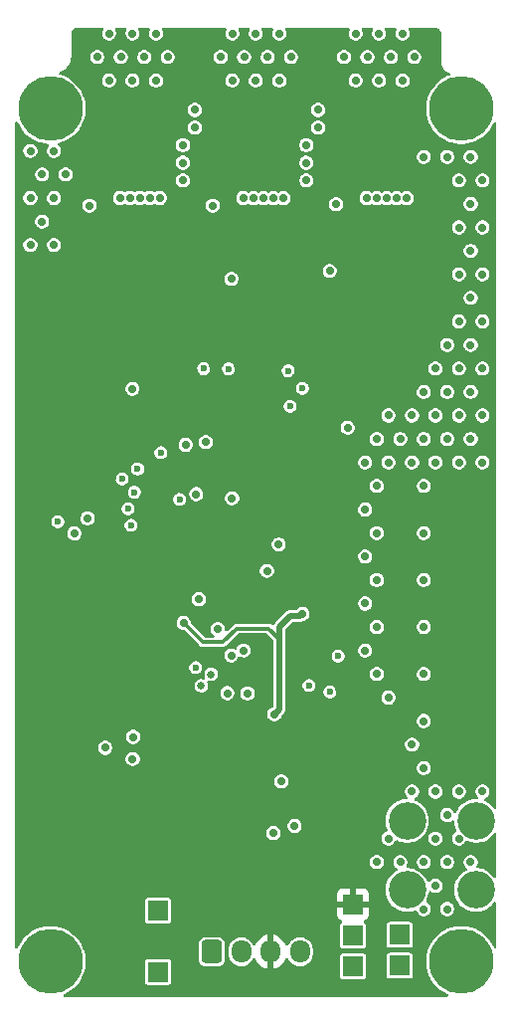
<source format=gbr>
%TF.GenerationSoftware,KiCad,Pcbnew,9.0.7*%
%TF.CreationDate,2026-02-13T21:21:15+01:00*%
%TF.ProjectId,ESC_v3,4553435f-7633-42e6-9b69-6361645f7063,rev?*%
%TF.SameCoordinates,Original*%
%TF.FileFunction,Copper,L2,Inr*%
%TF.FilePolarity,Positive*%
%FSLAX46Y46*%
G04 Gerber Fmt 4.6, Leading zero omitted, Abs format (unit mm)*
G04 Created by KiCad (PCBNEW 9.0.7) date 2026-02-13 21:21:15*
%MOMM*%
%LPD*%
G01*
G04 APERTURE LIST*
G04 Aperture macros list*
%AMRoundRect*
0 Rectangle with rounded corners*
0 $1 Rounding radius*
0 $2 $3 $4 $5 $6 $7 $8 $9 X,Y pos of 4 corners*
0 Add a 4 corners polygon primitive as box body*
4,1,4,$2,$3,$4,$5,$6,$7,$8,$9,$2,$3,0*
0 Add four circle primitives for the rounded corners*
1,1,$1+$1,$2,$3*
1,1,$1+$1,$4,$5*
1,1,$1+$1,$6,$7*
1,1,$1+$1,$8,$9*
0 Add four rect primitives between the rounded corners*
20,1,$1+$1,$2,$3,$4,$5,0*
20,1,$1+$1,$4,$5,$6,$7,0*
20,1,$1+$1,$6,$7,$8,$9,0*
20,1,$1+$1,$8,$9,$2,$3,0*%
G04 Aperture macros list end*
%TA.AperFunction,ComponentPad*%
%ADD10R,1.700000X1.700000*%
%TD*%
%TA.AperFunction,ComponentPad*%
%ADD11C,3.200000*%
%TD*%
%TA.AperFunction,ComponentPad*%
%ADD12C,5.500000*%
%TD*%
%TA.AperFunction,ComponentPad*%
%ADD13RoundRect,0.250000X-0.600000X-0.725000X0.600000X-0.725000X0.600000X0.725000X-0.600000X0.725000X0*%
%TD*%
%TA.AperFunction,ComponentPad*%
%ADD14O,1.700000X1.950000*%
%TD*%
%TA.AperFunction,ViaPad*%
%ADD15C,0.700000*%
%TD*%
%TA.AperFunction,ViaPad*%
%ADD16C,0.600000*%
%TD*%
%TA.AperFunction,ViaPad*%
%ADD17C,0.650000*%
%TD*%
%TA.AperFunction,ViaPad*%
%ADD18C,1.500000*%
%TD*%
%TA.AperFunction,Conductor*%
%ADD19C,0.300000*%
%TD*%
%TA.AperFunction,Conductor*%
%ADD20C,0.500000*%
%TD*%
G04 APERTURE END LIST*
D10*
%TO.N,SWDIO*%
%TO.C,J6*%
X153465000Y-107715000D03*
%TD*%
%TO.N,+3V3RAW*%
%TO.C,J4*%
X157440000Y-110315000D03*
%TD*%
%TO.N,USART2_RX*%
%TO.C,J9*%
X136900000Y-105600000D03*
%TD*%
D11*
%TO.N,GND*%
%TO.C,J2*%
X126440000Y-98015000D03*
X126440000Y-103885000D03*
X132310000Y-98015000D03*
X132310000Y-103885000D03*
%TD*%
D10*
%TO.N,NRST*%
%TO.C,J7*%
X157440000Y-107690000D03*
%TD*%
D12*
%TO.N,unconnected-(H4-Pad1)*%
%TO.C,H4*%
X162700000Y-109950000D03*
%TD*%
D10*
%TO.N,USART2_TX*%
%TO.C,J8*%
X136900000Y-110840000D03*
%TD*%
%TO.N,GND*%
%TO.C,J10*%
X136900000Y-108225000D03*
%TD*%
%TO.N,GND*%
%TO.C,J3*%
X153465000Y-105090000D03*
%TD*%
D11*
%TO.N,V_BAT*%
%TO.C,J11*%
X158090000Y-97990000D03*
X158090000Y-103860000D03*
X163960000Y-97990000D03*
X163960000Y-103860000D03*
%TD*%
D12*
%TO.N,unconnected-(H2-Pad1)*%
%TO.C,H2*%
X162700000Y-37400000D03*
%TD*%
D13*
%TO.N,CAN_H*%
%TO.C,J1*%
X141450000Y-109130000D03*
D14*
%TO.N,CAN_L*%
X143950000Y-109130000D03*
%TO.N,GND*%
X146450000Y-109130000D03*
%TO.N,+3V3RAW*%
X148950000Y-109130000D03*
%TD*%
D12*
%TO.N,unconnected-(H1-Pad1)*%
%TO.C,H1*%
X127700000Y-37400000D03*
%TD*%
D10*
%TO.N,SWCLK*%
%TO.C,J5*%
X153465000Y-110340000D03*
%TD*%
D12*
%TO.N,unconnected-(H3-Pad1)*%
%TO.C,H3*%
X127700000Y-109950000D03*
%TD*%
D15*
%TO.N,V_BAT*%
X163500000Y-61500000D03*
X161500000Y-65500000D03*
X157500000Y-101500000D03*
X159500000Y-73500000D03*
X159500000Y-81500000D03*
X158500000Y-63500000D03*
X162500000Y-95500000D03*
X162500000Y-67500000D03*
X156500000Y-99500000D03*
X159500000Y-41500000D03*
X162500000Y-47500000D03*
X155500000Y-73500000D03*
X146700000Y-99025000D03*
X126000000Y-49000000D03*
X161500000Y-41500000D03*
X127000000Y-43000000D03*
X159500000Y-77500000D03*
X156500000Y-63500000D03*
X158500000Y-91500000D03*
X140000000Y-37500000D03*
X164500000Y-47500000D03*
X154500000Y-75500000D03*
X139000000Y-42000000D03*
X159500000Y-93500000D03*
X149500000Y-43500000D03*
X161500000Y-61500000D03*
X162500000Y-99500000D03*
X158500000Y-67500000D03*
X155500000Y-101500000D03*
X154500000Y-71500000D03*
X159500000Y-61500000D03*
X150500000Y-39000000D03*
X159500000Y-89500000D03*
X154500000Y-67500000D03*
X156500000Y-87500000D03*
X154500000Y-83500000D03*
X159500000Y-69500000D03*
X160500000Y-59500000D03*
X159500000Y-85500000D03*
X162500000Y-51500000D03*
X155500000Y-69500000D03*
X149500000Y-40500000D03*
X128000000Y-49000000D03*
X155500000Y-81500000D03*
X163500000Y-101500000D03*
X164500000Y-95500000D03*
X149500000Y-42000000D03*
X164500000Y-59500000D03*
X163500000Y-45500000D03*
X162500000Y-63500000D03*
X139000000Y-40500000D03*
X126000000Y-45000000D03*
X150500000Y-37500000D03*
X126000000Y-41000000D03*
X164500000Y-55500000D03*
X162500000Y-59500000D03*
X164500000Y-67500000D03*
X161500000Y-101500000D03*
X157500000Y-65500000D03*
X155500000Y-85500000D03*
X161500000Y-57500000D03*
X160500000Y-67500000D03*
X159500000Y-105500000D03*
X160500000Y-103500000D03*
X156500000Y-67500000D03*
X155500000Y-77500000D03*
X127000000Y-47000000D03*
X140000000Y-39000000D03*
X163500000Y-41500000D03*
X160500000Y-95500000D03*
X128000000Y-45000000D03*
X160500000Y-63500000D03*
X155500000Y-65500000D03*
X161500000Y-97500000D03*
X162500000Y-55500000D03*
X164500000Y-51500000D03*
X139000000Y-43500000D03*
X163500000Y-49500000D03*
X159500000Y-65500000D03*
X160500000Y-99500000D03*
X164500000Y-43500000D03*
X159500000Y-101500000D03*
X129000000Y-43000000D03*
X162500000Y-43500000D03*
X163500000Y-57500000D03*
X128000000Y-41000000D03*
X164500000Y-63500000D03*
X163500000Y-65500000D03*
X158500000Y-95500000D03*
X154500000Y-79500000D03*
X163500000Y-53500000D03*
X161500000Y-105500000D03*
%TO.N,V_A_PHASE*%
X156700000Y-33000000D03*
X157700000Y-35000000D03*
X157185000Y-45007750D03*
X156335000Y-45007750D03*
X155699870Y-31008566D03*
X154635000Y-45007750D03*
X153700000Y-35000000D03*
X158035000Y-45007750D03*
X154700000Y-33000000D03*
X157699848Y-31010206D03*
X155485000Y-45007750D03*
X153699789Y-31006927D03*
X158700000Y-33000000D03*
X155700000Y-35000000D03*
X152700000Y-33000000D03*
%TO.N,SPA*%
X151500000Y-51200000D03*
X152024626Y-45525000D03*
%TO.N,SPB*%
X141525000Y-45650000D03*
D16*
X147960000Y-59700000D03*
D15*
X143125000Y-51875000D03*
%TO.N,V_B_PHASE*%
X145835000Y-45007750D03*
X145200000Y-35000000D03*
X147199773Y-31001599D03*
X143199797Y-30998320D03*
X142200000Y-33000000D03*
X144135000Y-45007750D03*
X146200000Y-33000000D03*
X147535000Y-45007750D03*
X144200000Y-33000000D03*
X144985000Y-45007750D03*
X148200000Y-33000000D03*
X146685000Y-45007750D03*
X143200000Y-35000000D03*
X147200000Y-35000000D03*
X145199713Y-30999960D03*
%TO.N,SPC*%
X131025000Y-45650000D03*
%TO.N,V_C_PHASE*%
X131700000Y-33000000D03*
X134699782Y-30991353D03*
X136699760Y-30992992D03*
X135700000Y-33000000D03*
X132699742Y-30989714D03*
X135325000Y-45000000D03*
X132700000Y-35000000D03*
X137025000Y-45000000D03*
X136700000Y-35000000D03*
X133625000Y-45000000D03*
X136175000Y-45000000D03*
X134700000Y-35000000D03*
X133700000Y-33000000D03*
X137700000Y-33000000D03*
X134475000Y-45000000D03*
%TO.N,G_A_H*%
X153026766Y-64542293D03*
D16*
%TO.N,G_B_H*%
X142884456Y-59532772D03*
%TO.N,G_C_H*%
X140752709Y-59518948D03*
D15*
%TO.N,NFAULT*%
X147150000Y-74475000D03*
X139225000Y-66000000D03*
D16*
%TO.N,SDO*%
X137125000Y-66675000D03*
D15*
%TO.N,CAN_TX*%
X142775000Y-87125000D03*
%TO.N,CAN_RX*%
X144500000Y-87150000D03*
D16*
%TO.N,nSCS*%
X128325000Y-72525000D03*
X134325000Y-71425000D03*
%TO.N,SCLK*%
X134850000Y-70025000D03*
D15*
X134750000Y-90850000D03*
D16*
%TO.N,SDI*%
X133825000Y-68900000D03*
D15*
X134712500Y-92737500D03*
D16*
%TO.N,+3V3*%
X134575000Y-72850000D03*
D15*
X148500000Y-98425000D03*
X143175000Y-70550000D03*
X140349000Y-79126000D03*
X140934205Y-65769500D03*
X139050000Y-81150000D03*
X146775000Y-88925000D03*
X147375000Y-94625000D03*
X149175000Y-80375000D03*
D16*
%TO.N,NRST*%
X140089352Y-84950000D03*
D15*
%TO.N,ENABLE*%
X146150000Y-76725000D03*
D16*
X138701852Y-70651852D03*
%TO.N,ADC1_IN11*%
X149725000Y-86475000D03*
D15*
X129750000Y-73525000D03*
%TO.N,ADC1_IN14*%
X130875000Y-72250000D03*
D16*
X151500000Y-87025000D03*
D15*
%TO.N,SWCLK*%
X143114798Y-83914798D03*
%TO.N,SWDIO*%
X144150000Y-83500000D03*
D17*
%TO.N,USART2_TX*%
X140550000Y-86500000D03*
%TO.N,USART2_RX*%
X141400000Y-85525000D03*
D16*
%TO.N,SNA*%
X149175000Y-61175000D03*
D15*
%TO.N,CAL*%
X140118771Y-70193771D03*
D16*
X152200000Y-83975000D03*
D15*
%TO.N,BOOT0*%
X141950000Y-81675000D03*
D16*
%TO.N,SPI1_MISO*%
X135137500Y-68062500D03*
D15*
X132375000Y-91775000D03*
%TO.N,SNC*%
X134700000Y-61225000D03*
D16*
%TO.N,SNB*%
X148125000Y-62700000D03*
D15*
%TO.N,GND*%
X126000000Y-53000000D03*
X153325000Y-97800000D03*
D18*
X129300000Y-100950000D03*
D16*
X139991974Y-59766510D03*
D15*
X154325000Y-95800000D03*
X138204793Y-79023156D03*
D16*
X134500000Y-78950000D03*
X135416380Y-61697140D03*
D15*
X164950000Y-80400000D03*
D16*
X133766386Y-85350000D03*
X129700462Y-74373558D03*
D15*
X164950000Y-72400000D03*
X132000000Y-61000000D03*
D16*
X148589500Y-60246610D03*
D15*
X143449828Y-87739676D03*
D18*
X126315000Y-100950000D03*
D16*
X140089474Y-65675000D03*
X142479441Y-84479444D03*
D15*
X164950000Y-82400000D03*
D16*
X134725000Y-85350000D03*
X143575000Y-68675000D03*
D15*
X128000000Y-65000000D03*
X130390000Y-54417564D03*
X127000000Y-95000000D03*
X149025000Y-79225000D03*
D16*
X135975000Y-88830000D03*
D15*
X126000000Y-61000000D03*
D16*
X143870948Y-84303052D03*
D15*
X130000000Y-61000000D03*
D16*
X134058038Y-69911863D03*
D15*
X147125000Y-67200000D03*
D16*
X131525424Y-91801841D03*
D15*
X129000000Y-95000000D03*
X153815000Y-64107907D03*
D16*
X131675000Y-83100000D03*
D15*
X164950000Y-84400000D03*
X126000000Y-57000000D03*
D16*
X135700000Y-79150000D03*
D15*
X126000000Y-89000000D03*
X127000000Y-55000000D03*
X144800000Y-68325000D03*
X140945913Y-81663862D03*
D16*
X153400000Y-70150000D03*
D15*
X127000000Y-59000000D03*
X143675000Y-67200000D03*
X143700000Y-66000000D03*
X152075000Y-54525000D03*
X128000000Y-61000000D03*
D16*
X133900502Y-90879293D03*
D15*
X148650000Y-96575000D03*
X152475000Y-91900000D03*
X127000000Y-67000000D03*
X128000000Y-57000000D03*
X164950000Y-74400000D03*
X128000000Y-93000000D03*
D16*
X132750000Y-85225000D03*
D15*
X143500000Y-57175000D03*
X145400000Y-87699269D03*
X129000000Y-59000000D03*
D16*
X150648050Y-51132711D03*
D15*
X164950000Y-76400000D03*
D16*
X149800000Y-61846658D03*
X135918921Y-68233924D03*
D18*
X132285000Y-100950000D03*
D15*
X126000000Y-69000000D03*
D16*
X133037442Y-68759448D03*
X150750000Y-88850000D03*
X142000000Y-91448528D03*
X133425000Y-78950000D03*
D15*
X148625000Y-95125000D03*
X141600000Y-57175000D03*
X132900000Y-57147564D03*
X145475000Y-93875000D03*
D16*
X148550000Y-62022229D03*
X131100000Y-79475000D03*
D15*
X164950000Y-70400000D03*
X132325000Y-79150000D03*
X164950000Y-78400000D03*
X154700000Y-57175000D03*
X129000000Y-63000000D03*
D18*
X129300000Y-103935000D03*
D15*
X128000000Y-53000000D03*
D16*
X150471679Y-86187816D03*
D15*
X135650000Y-83175000D03*
X147125000Y-66000000D03*
X131000000Y-59000000D03*
D16*
X131100000Y-82300000D03*
X151675000Y-70000000D03*
D15*
X127000000Y-63000000D03*
X126000000Y-93000000D03*
X153375000Y-54525000D03*
X139950000Y-97650000D03*
X130000000Y-93000000D03*
X133790000Y-54412692D03*
D16*
X136800000Y-79275000D03*
D15*
X141600000Y-54525000D03*
D16*
X142000000Y-86141614D03*
X136650000Y-85050000D03*
D15*
X129976614Y-45591757D03*
D16*
X135725000Y-85350000D03*
D15*
X144825000Y-57175000D03*
D16*
X141475000Y-59175000D03*
D15*
X150750000Y-54550000D03*
D16*
X151775000Y-88950000D03*
D15*
X146000000Y-64875000D03*
X127000000Y-91000000D03*
D16*
X131875000Y-84850000D03*
X138525000Y-72475000D03*
X152215544Y-86667228D03*
D15*
X150975463Y-45483008D03*
X139775000Y-76225000D03*
X164950000Y-86400000D03*
D16*
X143125000Y-52725003D03*
D15*
X140275000Y-57175000D03*
D16*
X143600000Y-59175000D03*
D15*
X131200000Y-57150000D03*
X150750000Y-57175000D03*
X143500000Y-54525000D03*
X132090000Y-54415128D03*
X126000000Y-65000000D03*
X133000000Y-59000000D03*
D16*
X133862991Y-92766444D03*
D15*
X152325000Y-95800000D03*
D16*
X131050000Y-81300000D03*
D15*
X146000000Y-94650000D03*
D16*
X142550000Y-97600000D03*
D15*
X153375000Y-57175000D03*
X131000000Y-95000000D03*
X144800000Y-64875000D03*
X148550000Y-82450000D03*
D16*
X130770066Y-73093501D03*
D15*
X129500000Y-57150000D03*
X152075000Y-57175000D03*
X144825000Y-54525000D03*
D18*
X129300000Y-97965000D03*
D15*
X146000000Y-68325000D03*
X153325000Y-93800000D03*
X142650000Y-105825000D03*
X149022729Y-88300439D03*
D16*
X142143331Y-59834000D03*
D15*
X140717349Y-46320973D03*
D16*
X131050000Y-80400000D03*
X131675000Y-83950000D03*
%TD*%
D19*
%TO.N,+3V3*%
X142350000Y-82800000D02*
X143525000Y-81625000D01*
D20*
X149000000Y-80550000D02*
X148150000Y-80550000D01*
X149175000Y-80375000D02*
X149000000Y-80550000D01*
D19*
X139050000Y-81150000D02*
X140700000Y-82800000D01*
D20*
X147175000Y-88525000D02*
X147175000Y-82500000D01*
X147175000Y-81525000D02*
X147175000Y-82500000D01*
X146775000Y-88925000D02*
X147175000Y-88525000D01*
D19*
X143525000Y-81625000D02*
X146300000Y-81625000D01*
X140700000Y-82800000D02*
X142350000Y-82800000D01*
X146300000Y-81625000D02*
X147175000Y-82500000D01*
D20*
X148150000Y-80550000D02*
X147175000Y-81525000D01*
%TD*%
%TA.AperFunction,Conductor*%
%TO.N,GND*%
G36*
X132080351Y-30489705D02*
G01*
X132147374Y-30509445D01*
X132193086Y-30562286D01*
X132202972Y-30631453D01*
X132187637Y-30675704D01*
X132140165Y-30757929D01*
X132140165Y-30757930D01*
X132099242Y-30910657D01*
X132099242Y-31068771D01*
X132104733Y-31089261D01*
X132140165Y-31221497D01*
X132140168Y-31221504D01*
X132219217Y-31358423D01*
X132219221Y-31358428D01*
X132219222Y-31358430D01*
X132331026Y-31470234D01*
X132331028Y-31470235D01*
X132331032Y-31470238D01*
X132366526Y-31490730D01*
X132467958Y-31549291D01*
X132620685Y-31590214D01*
X132620687Y-31590214D01*
X132778797Y-31590214D01*
X132778799Y-31590214D01*
X132931526Y-31549291D01*
X133068458Y-31470234D01*
X133180262Y-31358430D01*
X133259319Y-31221498D01*
X133300242Y-31068771D01*
X133300242Y-30910657D01*
X133259319Y-30757930D01*
X133251016Y-30743548D01*
X133212433Y-30676719D01*
X133195960Y-30608819D01*
X133218813Y-30542792D01*
X133273734Y-30499602D01*
X133319918Y-30490720D01*
X134080391Y-30491344D01*
X134147414Y-30511084D01*
X134193126Y-30563925D01*
X134203012Y-30633092D01*
X134187677Y-30677343D01*
X134140205Y-30759568D01*
X134140205Y-30759569D01*
X134099282Y-30912296D01*
X134099282Y-31070410D01*
X134139768Y-31221504D01*
X134140205Y-31223136D01*
X134140208Y-31223143D01*
X134219257Y-31360062D01*
X134219261Y-31360067D01*
X134219262Y-31360069D01*
X134331066Y-31471873D01*
X134331068Y-31471874D01*
X134331072Y-31471877D01*
X134465152Y-31549287D01*
X134467998Y-31550930D01*
X134620725Y-31591853D01*
X134620727Y-31591853D01*
X134778837Y-31591853D01*
X134778839Y-31591853D01*
X134931566Y-31550930D01*
X135068498Y-31471873D01*
X135180302Y-31360069D01*
X135259359Y-31223137D01*
X135300282Y-31070410D01*
X135300282Y-30912296D01*
X135259359Y-30759569D01*
X135217802Y-30687589D01*
X135212473Y-30678359D01*
X135196002Y-30610459D01*
X135218854Y-30544432D01*
X135273776Y-30501242D01*
X135319959Y-30492360D01*
X136080369Y-30492984D01*
X136147392Y-30512724D01*
X136193104Y-30565565D01*
X136202990Y-30634732D01*
X136187655Y-30678983D01*
X136140183Y-30761207D01*
X136140183Y-30761208D01*
X136099260Y-30913935D01*
X136099260Y-31072049D01*
X136139746Y-31223143D01*
X136140183Y-31224775D01*
X136140186Y-31224782D01*
X136219235Y-31361701D01*
X136219239Y-31361706D01*
X136219240Y-31361708D01*
X136331044Y-31473512D01*
X136331046Y-31473513D01*
X136331050Y-31473516D01*
X136462298Y-31549291D01*
X136467976Y-31552569D01*
X136620703Y-31593492D01*
X136620705Y-31593492D01*
X136778815Y-31593492D01*
X136778817Y-31593492D01*
X136931544Y-31552569D01*
X137068476Y-31473512D01*
X137180280Y-31361708D01*
X137259337Y-31224776D01*
X137300260Y-31072049D01*
X137300260Y-30913935D01*
X137259337Y-30761208D01*
X137217420Y-30688605D01*
X137212451Y-30679998D01*
X137195980Y-30612098D01*
X137218832Y-30546071D01*
X137273754Y-30502881D01*
X137319937Y-30493999D01*
X142580406Y-30498311D01*
X142647429Y-30518051D01*
X142693141Y-30570892D01*
X142703027Y-30640059D01*
X142687692Y-30684310D01*
X142640220Y-30766535D01*
X142640220Y-30766536D01*
X142599297Y-30919263D01*
X142599297Y-31077377D01*
X142638793Y-31224776D01*
X142640220Y-31230103D01*
X142640223Y-31230110D01*
X142719272Y-31367029D01*
X142719276Y-31367034D01*
X142719277Y-31367036D01*
X142831081Y-31478840D01*
X142831083Y-31478841D01*
X142831087Y-31478844D01*
X142968006Y-31557893D01*
X142968013Y-31557897D01*
X143120740Y-31598820D01*
X143120742Y-31598820D01*
X143278852Y-31598820D01*
X143278854Y-31598820D01*
X143431581Y-31557897D01*
X143568513Y-31478840D01*
X143680317Y-31367036D01*
X143759374Y-31230104D01*
X143800297Y-31077377D01*
X143800297Y-30919263D01*
X143759374Y-30766536D01*
X143717458Y-30693934D01*
X143712488Y-30685326D01*
X143696017Y-30617426D01*
X143718869Y-30551399D01*
X143773791Y-30508209D01*
X143819974Y-30499327D01*
X144580322Y-30499951D01*
X144647345Y-30519691D01*
X144693057Y-30572532D01*
X144702943Y-30641699D01*
X144687608Y-30685950D01*
X144640136Y-30768175D01*
X144640136Y-30768176D01*
X144599213Y-30920903D01*
X144599213Y-31079017D01*
X144639697Y-31230103D01*
X144640136Y-31231743D01*
X144640139Y-31231750D01*
X144719188Y-31368669D01*
X144719192Y-31368674D01*
X144719193Y-31368676D01*
X144830997Y-31480480D01*
X144830999Y-31480481D01*
X144831003Y-31480484D01*
X144950182Y-31549291D01*
X144967929Y-31559537D01*
X145120656Y-31600460D01*
X145120658Y-31600460D01*
X145278768Y-31600460D01*
X145278770Y-31600460D01*
X145431497Y-31559537D01*
X145568429Y-31480480D01*
X145680233Y-31368676D01*
X145759290Y-31231744D01*
X145800213Y-31079017D01*
X145800213Y-30920903D01*
X145759290Y-30768176D01*
X145755267Y-30761208D01*
X145712404Y-30686965D01*
X145695931Y-30619065D01*
X145718784Y-30553038D01*
X145773705Y-30509848D01*
X145819889Y-30500966D01*
X146580382Y-30501590D01*
X146647405Y-30521330D01*
X146693117Y-30574171D01*
X146703003Y-30643338D01*
X146687668Y-30687589D01*
X146640196Y-30769814D01*
X146640196Y-30769815D01*
X146599273Y-30922542D01*
X146599273Y-31080656D01*
X146639759Y-31231750D01*
X146640196Y-31233382D01*
X146640199Y-31233389D01*
X146719248Y-31370308D01*
X146719252Y-31370313D01*
X146719253Y-31370315D01*
X146831057Y-31482119D01*
X146831059Y-31482120D01*
X146831063Y-31482123D01*
X146965143Y-31559533D01*
X146967989Y-31561176D01*
X147120716Y-31602099D01*
X147120718Y-31602099D01*
X147278828Y-31602099D01*
X147278830Y-31602099D01*
X147431557Y-31561176D01*
X147568489Y-31482119D01*
X147680293Y-31370315D01*
X147759350Y-31233383D01*
X147800273Y-31080656D01*
X147800273Y-30922542D01*
X147759350Y-30769815D01*
X147726693Y-30713251D01*
X147712464Y-30688605D01*
X147695993Y-30620705D01*
X147718845Y-30554678D01*
X147773767Y-30511488D01*
X147819950Y-30502606D01*
X153080398Y-30506918D01*
X153147421Y-30526658D01*
X153193133Y-30579499D01*
X153203019Y-30648666D01*
X153187684Y-30692917D01*
X153140212Y-30775142D01*
X153140212Y-30775143D01*
X153099289Y-30927870D01*
X153099289Y-31085984D01*
X153138785Y-31233383D01*
X153140212Y-31238710D01*
X153140215Y-31238717D01*
X153219264Y-31375636D01*
X153219268Y-31375641D01*
X153219269Y-31375643D01*
X153331073Y-31487447D01*
X153331075Y-31487448D01*
X153331079Y-31487451D01*
X153467998Y-31566500D01*
X153468005Y-31566504D01*
X153620732Y-31607427D01*
X153620734Y-31607427D01*
X153778844Y-31607427D01*
X153778846Y-31607427D01*
X153931573Y-31566504D01*
X154068505Y-31487447D01*
X154180309Y-31375643D01*
X154259366Y-31238711D01*
X154300289Y-31085984D01*
X154300289Y-30927870D01*
X154259366Y-30775143D01*
X154212479Y-30693932D01*
X154196007Y-30626034D01*
X154218860Y-30560007D01*
X154273781Y-30516816D01*
X154319966Y-30507934D01*
X155080480Y-30508557D01*
X155147502Y-30528297D01*
X155193214Y-30581138D01*
X155203100Y-30650305D01*
X155187765Y-30694556D01*
X155140293Y-30776781D01*
X155140293Y-30776782D01*
X155099370Y-30929509D01*
X155099370Y-31087623D01*
X155139856Y-31238717D01*
X155140293Y-31240349D01*
X155140296Y-31240356D01*
X155219345Y-31377275D01*
X155219349Y-31377280D01*
X155219350Y-31377282D01*
X155331154Y-31489086D01*
X155331156Y-31489087D01*
X155331160Y-31489090D01*
X155450339Y-31557897D01*
X155468086Y-31568143D01*
X155620813Y-31609066D01*
X155620815Y-31609066D01*
X155778925Y-31609066D01*
X155778927Y-31609066D01*
X155931654Y-31568143D01*
X156068586Y-31489086D01*
X156180390Y-31377282D01*
X156259447Y-31240350D01*
X156300370Y-31087623D01*
X156300370Y-30929509D01*
X156259447Y-30776782D01*
X156212561Y-30695572D01*
X156196090Y-30627672D01*
X156218942Y-30561645D01*
X156273864Y-30518455D01*
X156320047Y-30509573D01*
X157080457Y-30510197D01*
X157147480Y-30529937D01*
X157193192Y-30582778D01*
X157203078Y-30651945D01*
X157187743Y-30696196D01*
X157140271Y-30778421D01*
X157140271Y-30778422D01*
X157099348Y-30931149D01*
X157099348Y-31089263D01*
X157139832Y-31240349D01*
X157140271Y-31241989D01*
X157140274Y-31241996D01*
X157219323Y-31378915D01*
X157219327Y-31378920D01*
X157219328Y-31378922D01*
X157331132Y-31490726D01*
X157331134Y-31490727D01*
X157331138Y-31490730D01*
X157465216Y-31568139D01*
X157468064Y-31569783D01*
X157620791Y-31610706D01*
X157620793Y-31610706D01*
X157778903Y-31610706D01*
X157778905Y-31610706D01*
X157931632Y-31569783D01*
X158068564Y-31490726D01*
X158180368Y-31378922D01*
X158259425Y-31241990D01*
X158300348Y-31089263D01*
X158300348Y-30931149D01*
X158259425Y-30778422D01*
X158253509Y-30768175D01*
X158212539Y-30697211D01*
X158196066Y-30629311D01*
X158218919Y-30563284D01*
X158273840Y-30520094D01*
X158320024Y-30511212D01*
X160427626Y-30512940D01*
X160433909Y-30512946D01*
X160434108Y-30513000D01*
X160491990Y-30513000D01*
X160492022Y-30513009D01*
X160508060Y-30514061D01*
X160522977Y-30516024D01*
X160609862Y-30527463D01*
X160641120Y-30535838D01*
X160728422Y-30572000D01*
X160756447Y-30588181D01*
X160831411Y-30645702D01*
X160854297Y-30668588D01*
X160911816Y-30743548D01*
X160928001Y-30771582D01*
X160964158Y-30858874D01*
X160972536Y-30890140D01*
X160985939Y-30991942D01*
X160987000Y-31008128D01*
X160987000Y-31069702D01*
X160987504Y-31077039D01*
X161003050Y-33396522D01*
X161003053Y-33397343D01*
X161003059Y-33483014D01*
X161003059Y-33483015D01*
X161003060Y-33483020D01*
X161033470Y-33655411D01*
X161093350Y-33819903D01*
X161180881Y-33971500D01*
X161293404Y-34105596D01*
X161427500Y-34218119D01*
X161579097Y-34305650D01*
X161683632Y-34343703D01*
X161739893Y-34385132D01*
X161764825Y-34450402D01*
X161750512Y-34518790D01*
X161701498Y-34568583D01*
X161682170Y-34577264D01*
X161549945Y-34623532D01*
X161246316Y-34769752D01*
X160960962Y-34949053D01*
X160697477Y-35159174D01*
X160459174Y-35397477D01*
X160249053Y-35660962D01*
X160069752Y-35946316D01*
X159923532Y-36249945D01*
X159812227Y-36568034D01*
X159812223Y-36568046D01*
X159737233Y-36896602D01*
X159737231Y-36896618D01*
X159699500Y-37231491D01*
X159699500Y-37568508D01*
X159737231Y-37903381D01*
X159737233Y-37903397D01*
X159812223Y-38231953D01*
X159812227Y-38231965D01*
X159923532Y-38550054D01*
X160069752Y-38853683D01*
X160069754Y-38853686D01*
X160249054Y-39139039D01*
X160459175Y-39402523D01*
X160697477Y-39640825D01*
X160960961Y-39850946D01*
X161246314Y-40030246D01*
X161549949Y-40176469D01*
X161788848Y-40260063D01*
X161868034Y-40287772D01*
X161868046Y-40287776D01*
X162196606Y-40362767D01*
X162531492Y-40400499D01*
X162531493Y-40400500D01*
X162531496Y-40400500D01*
X162868507Y-40400500D01*
X162868507Y-40400499D01*
X163203394Y-40362767D01*
X163531954Y-40287776D01*
X163850051Y-40176469D01*
X164153686Y-40030246D01*
X164439039Y-39850946D01*
X164702523Y-39640825D01*
X164940825Y-39402523D01*
X165150946Y-39139039D01*
X165330246Y-38853686D01*
X165463780Y-38576400D01*
X165510602Y-38524541D01*
X165578029Y-38506228D01*
X165644653Y-38527276D01*
X165689322Y-38581002D01*
X165699500Y-38630202D01*
X165699500Y-96851888D01*
X165679815Y-96918927D01*
X165627011Y-96964682D01*
X165557853Y-96974626D01*
X165494297Y-96945601D01*
X165477124Y-96927374D01*
X165354266Y-96767263D01*
X165354260Y-96767256D01*
X165182743Y-96595739D01*
X165182736Y-96595733D01*
X164990293Y-96448067D01*
X164990292Y-96448066D01*
X164990289Y-96448064D01*
X164780212Y-96326776D01*
X164780205Y-96326772D01*
X164706981Y-96296442D01*
X164652577Y-96252601D01*
X164630513Y-96186306D01*
X164647793Y-96118607D01*
X164698930Y-96070997D01*
X164722337Y-96062108D01*
X164731784Y-96059577D01*
X164868716Y-95980520D01*
X164980520Y-95868716D01*
X165059577Y-95731784D01*
X165100500Y-95579057D01*
X165100500Y-95420943D01*
X165059577Y-95268216D01*
X165034915Y-95225499D01*
X164980524Y-95131290D01*
X164980518Y-95131282D01*
X164868717Y-95019481D01*
X164868709Y-95019475D01*
X164731790Y-94940426D01*
X164731786Y-94940424D01*
X164731784Y-94940423D01*
X164579057Y-94899500D01*
X164420943Y-94899500D01*
X164268216Y-94940423D01*
X164268209Y-94940426D01*
X164131290Y-95019475D01*
X164131282Y-95019481D01*
X164019481Y-95131282D01*
X164019475Y-95131290D01*
X163940426Y-95268209D01*
X163940423Y-95268216D01*
X163899500Y-95420943D01*
X163899500Y-95579056D01*
X163940423Y-95731783D01*
X163940426Y-95731790D01*
X164019475Y-95868709D01*
X164019481Y-95868717D01*
X164078583Y-95927819D01*
X164112068Y-95989142D01*
X164107084Y-96058834D01*
X164065212Y-96114767D01*
X163999748Y-96139184D01*
X163990902Y-96139500D01*
X163838711Y-96139500D01*
X163598214Y-96171161D01*
X163363895Y-96233947D01*
X163139794Y-96326773D01*
X163139785Y-96326777D01*
X162929706Y-96448067D01*
X162737263Y-96595733D01*
X162737256Y-96595739D01*
X162565739Y-96767256D01*
X162565733Y-96767263D01*
X162418067Y-96959706D01*
X162296777Y-97169785D01*
X162296772Y-97169794D01*
X162270174Y-97234009D01*
X162226332Y-97288413D01*
X162160038Y-97310477D01*
X162092339Y-97293197D01*
X162048226Y-97248556D01*
X161980520Y-97131284D01*
X161868716Y-97019480D01*
X161868714Y-97019479D01*
X161868709Y-97019475D01*
X161731790Y-96940426D01*
X161731786Y-96940424D01*
X161731784Y-96940423D01*
X161579057Y-96899500D01*
X161420943Y-96899500D01*
X161268216Y-96940423D01*
X161268209Y-96940426D01*
X161131290Y-97019475D01*
X161131282Y-97019481D01*
X161019481Y-97131282D01*
X161019475Y-97131290D01*
X160940426Y-97268209D01*
X160940423Y-97268216D01*
X160899500Y-97420943D01*
X160899500Y-97579056D01*
X160940423Y-97731783D01*
X160940426Y-97731790D01*
X161019475Y-97868709D01*
X161019479Y-97868714D01*
X161019480Y-97868716D01*
X161131284Y-97980520D01*
X161131286Y-97980521D01*
X161131290Y-97980524D01*
X161217423Y-98030252D01*
X161268216Y-98059577D01*
X161420943Y-98100500D01*
X161420945Y-98100500D01*
X161579055Y-98100500D01*
X161579057Y-98100500D01*
X161731784Y-98059577D01*
X161868716Y-97980520D01*
X161897819Y-97951417D01*
X161959142Y-97917932D01*
X162028834Y-97922916D01*
X162084767Y-97964788D01*
X162109184Y-98030252D01*
X162109500Y-98039098D01*
X162109500Y-98111288D01*
X162140392Y-98345945D01*
X162141162Y-98351789D01*
X162181962Y-98504057D01*
X162203948Y-98586107D01*
X162293174Y-98801519D01*
X162300643Y-98870988D01*
X162269368Y-98933467D01*
X162240613Y-98956358D01*
X162131287Y-99019477D01*
X162131282Y-99019481D01*
X162019481Y-99131282D01*
X162019475Y-99131290D01*
X161940426Y-99268209D01*
X161940423Y-99268216D01*
X161899500Y-99420943D01*
X161899500Y-99579057D01*
X161940423Y-99731782D01*
X161940423Y-99731783D01*
X161940426Y-99731790D01*
X162019475Y-99868709D01*
X162019479Y-99868714D01*
X162019480Y-99868716D01*
X162131284Y-99980520D01*
X162131286Y-99980521D01*
X162131290Y-99980524D01*
X162268209Y-100059573D01*
X162268216Y-100059577D01*
X162420943Y-100100500D01*
X162420945Y-100100500D01*
X162579055Y-100100500D01*
X162579057Y-100100500D01*
X162731784Y-100059577D01*
X162868716Y-99980520D01*
X162980520Y-99868716D01*
X163057288Y-99735747D01*
X163107853Y-99687534D01*
X163176460Y-99674310D01*
X163212127Y-99683188D01*
X163339024Y-99735750D01*
X163363900Y-99746054D01*
X163598211Y-99808838D01*
X163778586Y-99832584D01*
X163838711Y-99840500D01*
X163838712Y-99840500D01*
X164081289Y-99840500D01*
X164129388Y-99834167D01*
X164321789Y-99808838D01*
X164556100Y-99746054D01*
X164780212Y-99653224D01*
X164990289Y-99531936D01*
X165182738Y-99384265D01*
X165354265Y-99212738D01*
X165477124Y-99052625D01*
X165533552Y-99011422D01*
X165603298Y-99007267D01*
X165664218Y-99041479D01*
X165696971Y-99103196D01*
X165699500Y-99128111D01*
X165699500Y-102721888D01*
X165679815Y-102788927D01*
X165627011Y-102834682D01*
X165557853Y-102844626D01*
X165494297Y-102815601D01*
X165477124Y-102797374D01*
X165354266Y-102637263D01*
X165354260Y-102637256D01*
X165182743Y-102465739D01*
X165182736Y-102465733D01*
X164990293Y-102318067D01*
X164990292Y-102318066D01*
X164990289Y-102318064D01*
X164780212Y-102196776D01*
X164780205Y-102196773D01*
X164556104Y-102103947D01*
X164321785Y-102041161D01*
X164096089Y-102011448D01*
X164032192Y-101983182D01*
X163993721Y-101924857D01*
X163992890Y-101854992D01*
X164004884Y-101826515D01*
X164059577Y-101731784D01*
X164100500Y-101579057D01*
X164100500Y-101420943D01*
X164059577Y-101268216D01*
X164059573Y-101268209D01*
X163980524Y-101131290D01*
X163980518Y-101131282D01*
X163868717Y-101019481D01*
X163868709Y-101019475D01*
X163731790Y-100940426D01*
X163731786Y-100940424D01*
X163731784Y-100940423D01*
X163579057Y-100899500D01*
X163420943Y-100899500D01*
X163268216Y-100940423D01*
X163268209Y-100940426D01*
X163131290Y-101019475D01*
X163131282Y-101019481D01*
X163019481Y-101131282D01*
X163019475Y-101131290D01*
X162940426Y-101268209D01*
X162940423Y-101268216D01*
X162899500Y-101420943D01*
X162899500Y-101579056D01*
X162940423Y-101731783D01*
X162940426Y-101731790D01*
X163019475Y-101868709D01*
X163019479Y-101868714D01*
X163019480Y-101868716D01*
X163131284Y-101980520D01*
X163131285Y-101980521D01*
X163131287Y-101980522D01*
X163136819Y-101983716D01*
X163185035Y-102034283D01*
X163198258Y-102102890D01*
X163172290Y-102167755D01*
X163136819Y-102198490D01*
X162929706Y-102318067D01*
X162737263Y-102465733D01*
X162737256Y-102465739D01*
X162565739Y-102637256D01*
X162565733Y-102637263D01*
X162418067Y-102829706D01*
X162296777Y-103039785D01*
X162296773Y-103039794D01*
X162203947Y-103263895D01*
X162141161Y-103498214D01*
X162109500Y-103738711D01*
X162109500Y-103981288D01*
X162141161Y-104221785D01*
X162203947Y-104456104D01*
X162296773Y-104680205D01*
X162296776Y-104680212D01*
X162418064Y-104890289D01*
X162418066Y-104890292D01*
X162418067Y-104890293D01*
X162565733Y-105082736D01*
X162565739Y-105082743D01*
X162737256Y-105254260D01*
X162737262Y-105254265D01*
X162929711Y-105401936D01*
X163139788Y-105523224D01*
X163363900Y-105616054D01*
X163598211Y-105678838D01*
X163778586Y-105702584D01*
X163838711Y-105710500D01*
X163838712Y-105710500D01*
X164081289Y-105710500D01*
X164129388Y-105704167D01*
X164321789Y-105678838D01*
X164556100Y-105616054D01*
X164780212Y-105523224D01*
X164990289Y-105401936D01*
X165182738Y-105254265D01*
X165354265Y-105082738D01*
X165439817Y-104971243D01*
X165477124Y-104922625D01*
X165533552Y-104881422D01*
X165603298Y-104877267D01*
X165664218Y-104911479D01*
X165696971Y-104973196D01*
X165699500Y-104998111D01*
X165699500Y-108719797D01*
X165679815Y-108786836D01*
X165627011Y-108832591D01*
X165557853Y-108842535D01*
X165494297Y-108813510D01*
X165463780Y-108773599D01*
X165330247Y-108496316D01*
X165282155Y-108419778D01*
X165150946Y-108210961D01*
X164940825Y-107947477D01*
X164702523Y-107709175D01*
X164439039Y-107499054D01*
X164153686Y-107319754D01*
X164153683Y-107319752D01*
X163850054Y-107173532D01*
X163531965Y-107062227D01*
X163531953Y-107062223D01*
X163203397Y-106987233D01*
X163203381Y-106987231D01*
X162868508Y-106949500D01*
X162868504Y-106949500D01*
X162531496Y-106949500D01*
X162531491Y-106949500D01*
X162196618Y-106987231D01*
X162196602Y-106987233D01*
X161868046Y-107062223D01*
X161868034Y-107062227D01*
X161549945Y-107173532D01*
X161246316Y-107319752D01*
X160960962Y-107499053D01*
X160697477Y-107709174D01*
X160459174Y-107947477D01*
X160249053Y-108210962D01*
X160069752Y-108496316D01*
X159923532Y-108799945D01*
X159812227Y-109118034D01*
X159812223Y-109118046D01*
X159737233Y-109446602D01*
X159737231Y-109446618D01*
X159699500Y-109781491D01*
X159699500Y-110118508D01*
X159737231Y-110453381D01*
X159737233Y-110453397D01*
X159812223Y-110781953D01*
X159812227Y-110781965D01*
X159923532Y-111100054D01*
X160069752Y-111403683D01*
X160083754Y-111425967D01*
X160249054Y-111689039D01*
X160393844Y-111870600D01*
X160437996Y-111925966D01*
X160459175Y-111952523D01*
X160697477Y-112190825D01*
X160960961Y-112400946D01*
X161132030Y-112508436D01*
X161246316Y-112580247D01*
X161523599Y-112713780D01*
X161575458Y-112760602D01*
X161593771Y-112828030D01*
X161572723Y-112894653D01*
X161518997Y-112939322D01*
X161469797Y-112949500D01*
X128930203Y-112949500D01*
X128863164Y-112929815D01*
X128817409Y-112877011D01*
X128807465Y-112807853D01*
X128836490Y-112744297D01*
X128876401Y-112713780D01*
X129023025Y-112643169D01*
X129153686Y-112580246D01*
X129439039Y-112400946D01*
X129702523Y-112190825D01*
X129940825Y-111952523D01*
X130150946Y-111689039D01*
X130330246Y-111403686D01*
X130476469Y-111100051D01*
X130587776Y-110781954D01*
X130662767Y-110453394D01*
X130700500Y-110118504D01*
X130700500Y-109965321D01*
X135799500Y-109965321D01*
X135799500Y-111714678D01*
X135814032Y-111787735D01*
X135814033Y-111787739D01*
X135814034Y-111787740D01*
X135869399Y-111870601D01*
X135911513Y-111898740D01*
X135952260Y-111925966D01*
X135952264Y-111925967D01*
X136025321Y-111940499D01*
X136025324Y-111940500D01*
X136025326Y-111940500D01*
X137774676Y-111940500D01*
X137774677Y-111940499D01*
X137847740Y-111925966D01*
X137930601Y-111870601D01*
X137985966Y-111787740D01*
X138000500Y-111714674D01*
X138000500Y-109965326D01*
X138000500Y-109965323D01*
X138000499Y-109965321D01*
X137985967Y-109892264D01*
X137985966Y-109892260D01*
X137980518Y-109884107D01*
X137930601Y-109809399D01*
X137847740Y-109754034D01*
X137847739Y-109754033D01*
X137847735Y-109754032D01*
X137774677Y-109739500D01*
X137774674Y-109739500D01*
X136025326Y-109739500D01*
X136025323Y-109739500D01*
X135952264Y-109754032D01*
X135952260Y-109754033D01*
X135869399Y-109809399D01*
X135814033Y-109892260D01*
X135814032Y-109892264D01*
X135799500Y-109965321D01*
X130700500Y-109965321D01*
X130700500Y-109781496D01*
X130662767Y-109446606D01*
X130587776Y-109118046D01*
X130476469Y-108799949D01*
X130330246Y-108496314D01*
X130242794Y-108357135D01*
X140349500Y-108357135D01*
X140349500Y-109902870D01*
X140349501Y-109902876D01*
X140355908Y-109962483D01*
X140406202Y-110097328D01*
X140406206Y-110097335D01*
X140492452Y-110212544D01*
X140492455Y-110212547D01*
X140607664Y-110298793D01*
X140607671Y-110298797D01*
X140742517Y-110349091D01*
X140742516Y-110349091D01*
X140749444Y-110349835D01*
X140802127Y-110355500D01*
X142097872Y-110355499D01*
X142157483Y-110349091D01*
X142292331Y-110298796D01*
X142407546Y-110212546D01*
X142493796Y-110097331D01*
X142544091Y-109962483D01*
X142550500Y-109902873D01*
X142550499Y-108918389D01*
X142849500Y-108918389D01*
X142849500Y-109341610D01*
X142869094Y-109465326D01*
X142876598Y-109512701D01*
X142930127Y-109677445D01*
X143008768Y-109831788D01*
X143110586Y-109971928D01*
X143233072Y-110094414D01*
X143373212Y-110196232D01*
X143527555Y-110274873D01*
X143692299Y-110328402D01*
X143863389Y-110355500D01*
X143863390Y-110355500D01*
X144036610Y-110355500D01*
X144036611Y-110355500D01*
X144207701Y-110328402D01*
X144372445Y-110274873D01*
X144526788Y-110196232D01*
X144666928Y-110094414D01*
X144789414Y-109971928D01*
X144891232Y-109831788D01*
X144954814Y-109706999D01*
X145002788Y-109656204D01*
X145070609Y-109639408D01*
X145136744Y-109661945D01*
X145180196Y-109716660D01*
X145183230Y-109724976D01*
X145198904Y-109773217D01*
X145295379Y-109962557D01*
X145420272Y-110134459D01*
X145420276Y-110134464D01*
X145570535Y-110284723D01*
X145570540Y-110284727D01*
X145742442Y-110409620D01*
X145931782Y-110506095D01*
X146133871Y-110571757D01*
X146200000Y-110582231D01*
X146200000Y-109534145D01*
X146266657Y-109572630D01*
X146387465Y-109605000D01*
X146512535Y-109605000D01*
X146633343Y-109572630D01*
X146700000Y-109534145D01*
X146700000Y-110582230D01*
X146766126Y-110571757D01*
X146766129Y-110571757D01*
X146968217Y-110506095D01*
X147157557Y-110409620D01*
X147329459Y-110284727D01*
X147329464Y-110284723D01*
X147479723Y-110134464D01*
X147479727Y-110134459D01*
X147604620Y-109962557D01*
X147701094Y-109773219D01*
X147716768Y-109724978D01*
X147756205Y-109667302D01*
X147820563Y-109640103D01*
X147889409Y-109652016D01*
X147940886Y-109699259D01*
X147945185Y-109706999D01*
X147983143Y-109781496D01*
X148008768Y-109831788D01*
X148110586Y-109971928D01*
X148233072Y-110094414D01*
X148373212Y-110196232D01*
X148527555Y-110274873D01*
X148692299Y-110328402D01*
X148863389Y-110355500D01*
X148863390Y-110355500D01*
X149036610Y-110355500D01*
X149036611Y-110355500D01*
X149207701Y-110328402D01*
X149372445Y-110274873D01*
X149526788Y-110196232D01*
X149666928Y-110094414D01*
X149789414Y-109971928D01*
X149891232Y-109831788D01*
X149969873Y-109677445D01*
X150023402Y-109512701D01*
X150030906Y-109465321D01*
X152364500Y-109465321D01*
X152364500Y-111214678D01*
X152379032Y-111287735D01*
X152379033Y-111287739D01*
X152379034Y-111287740D01*
X152434399Y-111370601D01*
X152517260Y-111425966D01*
X152517264Y-111425967D01*
X152590321Y-111440499D01*
X152590324Y-111440500D01*
X152590326Y-111440500D01*
X154339676Y-111440500D01*
X154339677Y-111440499D01*
X154412740Y-111425966D01*
X154495601Y-111370601D01*
X154550966Y-111287740D01*
X154565500Y-111214674D01*
X154565500Y-109465326D01*
X154565500Y-109465323D01*
X154565499Y-109465321D01*
X154564128Y-109458425D01*
X154560527Y-109440321D01*
X156339500Y-109440321D01*
X156339500Y-111189678D01*
X156354032Y-111262735D01*
X156354033Y-111262739D01*
X156370738Y-111287740D01*
X156409399Y-111345601D01*
X156492260Y-111400966D01*
X156492264Y-111400967D01*
X156565321Y-111415499D01*
X156565324Y-111415500D01*
X156565326Y-111415500D01*
X158314676Y-111415500D01*
X158314677Y-111415499D01*
X158387740Y-111400966D01*
X158470601Y-111345601D01*
X158525966Y-111262740D01*
X158540500Y-111189674D01*
X158540500Y-109440326D01*
X158540500Y-109440323D01*
X158540499Y-109440321D01*
X158525967Y-109367264D01*
X158525966Y-109367260D01*
X158508828Y-109341611D01*
X158470601Y-109284399D01*
X158387740Y-109229034D01*
X158387739Y-109229033D01*
X158387735Y-109229032D01*
X158314677Y-109214500D01*
X158314674Y-109214500D01*
X156565326Y-109214500D01*
X156565323Y-109214500D01*
X156492264Y-109229032D01*
X156492260Y-109229033D01*
X156409399Y-109284399D01*
X156354033Y-109367260D01*
X156354032Y-109367264D01*
X156339500Y-109440321D01*
X154560527Y-109440321D01*
X154550967Y-109392264D01*
X154550966Y-109392260D01*
X154534262Y-109367260D01*
X154495601Y-109309399D01*
X154412740Y-109254034D01*
X154412739Y-109254033D01*
X154412735Y-109254032D01*
X154339677Y-109239500D01*
X154339674Y-109239500D01*
X152590326Y-109239500D01*
X152590323Y-109239500D01*
X152517264Y-109254032D01*
X152517260Y-109254033D01*
X152434399Y-109309399D01*
X152379033Y-109392260D01*
X152379032Y-109392264D01*
X152364500Y-109465321D01*
X150030906Y-109465321D01*
X150031109Y-109464040D01*
X150034943Y-109439836D01*
X150034943Y-109439835D01*
X150050500Y-109341611D01*
X150050500Y-108918389D01*
X150029664Y-108786836D01*
X150023402Y-108747299D01*
X149969873Y-108582555D01*
X149891232Y-108428212D01*
X149789414Y-108288072D01*
X149666928Y-108165586D01*
X149526788Y-108063768D01*
X149372445Y-107985127D01*
X149207701Y-107931598D01*
X149207699Y-107931597D01*
X149207698Y-107931597D01*
X149076271Y-107910781D01*
X149036611Y-107904500D01*
X148863389Y-107904500D01*
X148823728Y-107910781D01*
X148692302Y-107931597D01*
X148527552Y-107985128D01*
X148373211Y-108063768D01*
X148293256Y-108121859D01*
X148233072Y-108165586D01*
X148233070Y-108165588D01*
X148233069Y-108165588D01*
X148110588Y-108288069D01*
X148110588Y-108288070D01*
X148110586Y-108288072D01*
X148103725Y-108297516D01*
X148008768Y-108428211D01*
X147945185Y-108553000D01*
X147897210Y-108603796D01*
X147829389Y-108620591D01*
X147763254Y-108598053D01*
X147719803Y-108543338D01*
X147716768Y-108535022D01*
X147701093Y-108486778D01*
X147604620Y-108297442D01*
X147479727Y-108125540D01*
X147479723Y-108125535D01*
X147329464Y-107975276D01*
X147329459Y-107975272D01*
X147157557Y-107850379D01*
X146968215Y-107753903D01*
X146766124Y-107688241D01*
X146700000Y-107677768D01*
X146700000Y-108725854D01*
X146633343Y-108687370D01*
X146512535Y-108655000D01*
X146387465Y-108655000D01*
X146266657Y-108687370D01*
X146200000Y-108725854D01*
X146200000Y-107677768D01*
X146199999Y-107677768D01*
X146133875Y-107688241D01*
X145931784Y-107753903D01*
X145742442Y-107850379D01*
X145570540Y-107975272D01*
X145570535Y-107975276D01*
X145420276Y-108125535D01*
X145420272Y-108125540D01*
X145295379Y-108297442D01*
X145198905Y-108486781D01*
X145183230Y-108535024D01*
X145143792Y-108592699D01*
X145079433Y-108619897D01*
X145010587Y-108607982D01*
X144959111Y-108560738D01*
X144954814Y-108552999D01*
X144891233Y-108428213D01*
X144839591Y-108357135D01*
X144789414Y-108288072D01*
X144666928Y-108165586D01*
X144526788Y-108063768D01*
X144372445Y-107985127D01*
X144207701Y-107931598D01*
X144207699Y-107931597D01*
X144207698Y-107931597D01*
X144076271Y-107910781D01*
X144036611Y-107904500D01*
X143863389Y-107904500D01*
X143823728Y-107910781D01*
X143692302Y-107931597D01*
X143527552Y-107985128D01*
X143373211Y-108063768D01*
X143293256Y-108121859D01*
X143233072Y-108165586D01*
X143233070Y-108165588D01*
X143233069Y-108165588D01*
X143110588Y-108288069D01*
X143110588Y-108288070D01*
X143110586Y-108288072D01*
X143103725Y-108297516D01*
X143008768Y-108428211D01*
X142930128Y-108582552D01*
X142876597Y-108747302D01*
X142849500Y-108918389D01*
X142550499Y-108918389D01*
X142550499Y-108357128D01*
X142544091Y-108297517D01*
X142540568Y-108288072D01*
X142493797Y-108162671D01*
X142493793Y-108162664D01*
X142407547Y-108047455D01*
X142407544Y-108047452D01*
X142292335Y-107961206D01*
X142292328Y-107961202D01*
X142157482Y-107910908D01*
X142157483Y-107910908D01*
X142097883Y-107904501D01*
X142097881Y-107904500D01*
X142097873Y-107904500D01*
X142097864Y-107904500D01*
X140802129Y-107904500D01*
X140802123Y-107904501D01*
X140742516Y-107910908D01*
X140607671Y-107961202D01*
X140607664Y-107961206D01*
X140492455Y-108047452D01*
X140492452Y-108047455D01*
X140406206Y-108162664D01*
X140406202Y-108162671D01*
X140355908Y-108297517D01*
X140349501Y-108357116D01*
X140349501Y-108357123D01*
X140349500Y-108357135D01*
X130242794Y-108357135D01*
X130150946Y-108210961D01*
X129940825Y-107947477D01*
X129702523Y-107709175D01*
X129439039Y-107499054D01*
X129153686Y-107319754D01*
X129153683Y-107319752D01*
X128850054Y-107173532D01*
X128531965Y-107062227D01*
X128531953Y-107062223D01*
X128203397Y-106987233D01*
X128203381Y-106987231D01*
X127868508Y-106949500D01*
X127868504Y-106949500D01*
X127531496Y-106949500D01*
X127531491Y-106949500D01*
X127196618Y-106987231D01*
X127196602Y-106987233D01*
X126868046Y-107062223D01*
X126868034Y-107062227D01*
X126549945Y-107173532D01*
X126246316Y-107319752D01*
X125960962Y-107499053D01*
X125697477Y-107709174D01*
X125459174Y-107947477D01*
X125249053Y-108210962D01*
X125069752Y-108496316D01*
X124936132Y-108773781D01*
X124889309Y-108825640D01*
X124821882Y-108843953D01*
X124755258Y-108822905D01*
X124710590Y-108769179D01*
X124700412Y-108719979D01*
X124700413Y-108535024D01*
X124700418Y-104725321D01*
X135799500Y-104725321D01*
X135799500Y-106474678D01*
X135814032Y-106547735D01*
X135814033Y-106547739D01*
X135814034Y-106547740D01*
X135869399Y-106630601D01*
X135949912Y-106684397D01*
X135952260Y-106685966D01*
X135952264Y-106685967D01*
X136025321Y-106700499D01*
X136025324Y-106700500D01*
X136025326Y-106700500D01*
X137774676Y-106700500D01*
X137774677Y-106700499D01*
X137847740Y-106685966D01*
X137930601Y-106630601D01*
X137985966Y-106547740D01*
X138000500Y-106474674D01*
X138000500Y-104725326D01*
X138000500Y-104725323D01*
X138000499Y-104725321D01*
X137985967Y-104652264D01*
X137985966Y-104652260D01*
X137930601Y-104569399D01*
X137847740Y-104514034D01*
X137847739Y-104514033D01*
X137847735Y-104514032D01*
X137774677Y-104499500D01*
X137774674Y-104499500D01*
X136025326Y-104499500D01*
X136025323Y-104499500D01*
X135952264Y-104514032D01*
X135952260Y-104514033D01*
X135869399Y-104569399D01*
X135814033Y-104652260D01*
X135814032Y-104652264D01*
X135799500Y-104725321D01*
X124700418Y-104725321D01*
X124700419Y-104192155D01*
X152115000Y-104192155D01*
X152115000Y-104840000D01*
X153031988Y-104840000D01*
X152999075Y-104897007D01*
X152965000Y-105024174D01*
X152965000Y-105155826D01*
X152999075Y-105282993D01*
X153031988Y-105340000D01*
X152115000Y-105340000D01*
X152115000Y-105987844D01*
X152121401Y-106047372D01*
X152121403Y-106047379D01*
X152171645Y-106182086D01*
X152171649Y-106182093D01*
X152257809Y-106297187D01*
X152257812Y-106297190D01*
X152372906Y-106383350D01*
X152372915Y-106383355D01*
X152474499Y-106421243D01*
X152530433Y-106463114D01*
X152554851Y-106528578D01*
X152540000Y-106596851D01*
X152500058Y-106640527D01*
X152434399Y-106684398D01*
X152379033Y-106767260D01*
X152379032Y-106767264D01*
X152364500Y-106840321D01*
X152364500Y-108589678D01*
X152379032Y-108662735D01*
X152379033Y-108662739D01*
X152379034Y-108662740D01*
X152434399Y-108745601D01*
X152515732Y-108799945D01*
X152517260Y-108800966D01*
X152517264Y-108800967D01*
X152590321Y-108815499D01*
X152590324Y-108815500D01*
X152590326Y-108815500D01*
X154339676Y-108815500D01*
X154339677Y-108815499D01*
X154412740Y-108800966D01*
X154495601Y-108745601D01*
X154550966Y-108662740D01*
X154565500Y-108589674D01*
X154565500Y-106840326D01*
X154565500Y-106840323D01*
X154565499Y-106840321D01*
X154564128Y-106833425D01*
X154560527Y-106815321D01*
X156339500Y-106815321D01*
X156339500Y-108564678D01*
X156354032Y-108637735D01*
X156354033Y-108637739D01*
X156370738Y-108662740D01*
X156409399Y-108720601D01*
X156488990Y-108773781D01*
X156492260Y-108775966D01*
X156492264Y-108775967D01*
X156565321Y-108790499D01*
X156565324Y-108790500D01*
X156565326Y-108790500D01*
X158314676Y-108790500D01*
X158314677Y-108790499D01*
X158387740Y-108775966D01*
X158470601Y-108720601D01*
X158525966Y-108637740D01*
X158540500Y-108564674D01*
X158540500Y-106815326D01*
X158540500Y-106815323D01*
X158540499Y-106815321D01*
X158525967Y-106742264D01*
X158525966Y-106742260D01*
X158498063Y-106700500D01*
X158470601Y-106659399D01*
X158387740Y-106604034D01*
X158387739Y-106604033D01*
X158387735Y-106604032D01*
X158314677Y-106589500D01*
X158314674Y-106589500D01*
X156565326Y-106589500D01*
X156565323Y-106589500D01*
X156492264Y-106604032D01*
X156492260Y-106604033D01*
X156409399Y-106659399D01*
X156354033Y-106742260D01*
X156354032Y-106742264D01*
X156339500Y-106815321D01*
X154560527Y-106815321D01*
X154550967Y-106767264D01*
X154550966Y-106767260D01*
X154506358Y-106700499D01*
X154495601Y-106684399D01*
X154495599Y-106684398D01*
X154495599Y-106684397D01*
X154429942Y-106640527D01*
X154385136Y-106586915D01*
X154376429Y-106517590D01*
X154406583Y-106454563D01*
X154455500Y-106421243D01*
X154557084Y-106383355D01*
X154557093Y-106383350D01*
X154672187Y-106297190D01*
X154672190Y-106297187D01*
X154758350Y-106182093D01*
X154758354Y-106182086D01*
X154808596Y-106047379D01*
X154808598Y-106047372D01*
X154814999Y-105987844D01*
X154815000Y-105987827D01*
X154815000Y-105340000D01*
X153898012Y-105340000D01*
X153930925Y-105282993D01*
X153965000Y-105155826D01*
X153965000Y-105024174D01*
X153930925Y-104897007D01*
X153898012Y-104840000D01*
X154815000Y-104840000D01*
X154815000Y-104192172D01*
X154814999Y-104192155D01*
X154808598Y-104132627D01*
X154808596Y-104132620D01*
X154758354Y-103997913D01*
X154758350Y-103997906D01*
X154672190Y-103882812D01*
X154606878Y-103833919D01*
X154557088Y-103796646D01*
X154557086Y-103796645D01*
X154422379Y-103746403D01*
X154422372Y-103746401D01*
X154362844Y-103740000D01*
X153715000Y-103740000D01*
X153715000Y-104656988D01*
X153657993Y-104624075D01*
X153530826Y-104590000D01*
X153399174Y-104590000D01*
X153272007Y-104624075D01*
X153215000Y-104656988D01*
X153215000Y-103740000D01*
X152567155Y-103740000D01*
X152507627Y-103746401D01*
X152507620Y-103746403D01*
X152372913Y-103796645D01*
X152372906Y-103796649D01*
X152257812Y-103882809D01*
X152257809Y-103882812D01*
X152171649Y-103997906D01*
X152171645Y-103997913D01*
X152121403Y-104132620D01*
X152121401Y-104132627D01*
X152115000Y-104192155D01*
X124700419Y-104192155D01*
X124700419Y-103738711D01*
X156239500Y-103738711D01*
X156239500Y-103981288D01*
X156271161Y-104221785D01*
X156333947Y-104456104D01*
X156426773Y-104680205D01*
X156426776Y-104680212D01*
X156548064Y-104890289D01*
X156548066Y-104890292D01*
X156548067Y-104890293D01*
X156695733Y-105082736D01*
X156695739Y-105082743D01*
X156867256Y-105254260D01*
X156867262Y-105254265D01*
X157059711Y-105401936D01*
X157269788Y-105523224D01*
X157493900Y-105616054D01*
X157728211Y-105678838D01*
X157908586Y-105702584D01*
X157968711Y-105710500D01*
X157968712Y-105710500D01*
X158211289Y-105710500D01*
X158259388Y-105704167D01*
X158451789Y-105678838D01*
X158686100Y-105616054D01*
X158756475Y-105586903D01*
X158825941Y-105579435D01*
X158888421Y-105610710D01*
X158923699Y-105669369D01*
X158934446Y-105709478D01*
X158940423Y-105731785D01*
X158940426Y-105731790D01*
X159019475Y-105868709D01*
X159019479Y-105868714D01*
X159019480Y-105868716D01*
X159131284Y-105980520D01*
X159131286Y-105980521D01*
X159131290Y-105980524D01*
X159247076Y-106047372D01*
X159268216Y-106059577D01*
X159420943Y-106100500D01*
X159420945Y-106100500D01*
X159579055Y-106100500D01*
X159579057Y-106100500D01*
X159731784Y-106059577D01*
X159868716Y-105980520D01*
X159980520Y-105868716D01*
X160059577Y-105731784D01*
X160100500Y-105579057D01*
X160100500Y-105420943D01*
X160899500Y-105420943D01*
X160899500Y-105579057D01*
X160909414Y-105616054D01*
X160940423Y-105731783D01*
X160940426Y-105731790D01*
X161019475Y-105868709D01*
X161019479Y-105868714D01*
X161019480Y-105868716D01*
X161131284Y-105980520D01*
X161131286Y-105980521D01*
X161131290Y-105980524D01*
X161247076Y-106047372D01*
X161268216Y-106059577D01*
X161420943Y-106100500D01*
X161420945Y-106100500D01*
X161579055Y-106100500D01*
X161579057Y-106100500D01*
X161731784Y-106059577D01*
X161868716Y-105980520D01*
X161980520Y-105868716D01*
X162059577Y-105731784D01*
X162100500Y-105579057D01*
X162100500Y-105420943D01*
X162059577Y-105268216D01*
X162051523Y-105254266D01*
X161980524Y-105131290D01*
X161980518Y-105131282D01*
X161868717Y-105019481D01*
X161868709Y-105019475D01*
X161731790Y-104940426D01*
X161731786Y-104940424D01*
X161731784Y-104940423D01*
X161579057Y-104899500D01*
X161420943Y-104899500D01*
X161268216Y-104940423D01*
X161268209Y-104940426D01*
X161131290Y-105019475D01*
X161131282Y-105019481D01*
X161019481Y-105131282D01*
X161019475Y-105131290D01*
X160940426Y-105268209D01*
X160940423Y-105268216D01*
X160899500Y-105420943D01*
X160100500Y-105420943D01*
X160059577Y-105268216D01*
X160051523Y-105254266D01*
X159980524Y-105131290D01*
X159980518Y-105131282D01*
X159868717Y-105019481D01*
X159868712Y-105019477D01*
X159742576Y-104946653D01*
X159694361Y-104896086D01*
X159681137Y-104827479D01*
X159697187Y-104777270D01*
X159753224Y-104680212D01*
X159846054Y-104456100D01*
X159908838Y-104221789D01*
X159930063Y-104060564D01*
X159958329Y-103996668D01*
X160016654Y-103958197D01*
X160086518Y-103957365D01*
X160128494Y-103978378D01*
X160131280Y-103980516D01*
X160131284Y-103980520D01*
X160131288Y-103980522D01*
X160131293Y-103980526D01*
X160268209Y-104059573D01*
X160268216Y-104059577D01*
X160420943Y-104100500D01*
X160420945Y-104100500D01*
X160579055Y-104100500D01*
X160579057Y-104100500D01*
X160731784Y-104059577D01*
X160868716Y-103980520D01*
X160980520Y-103868716D01*
X161059577Y-103731784D01*
X161100500Y-103579057D01*
X161100500Y-103420943D01*
X161059577Y-103268216D01*
X160987762Y-103143827D01*
X160980524Y-103131290D01*
X160980518Y-103131282D01*
X160868717Y-103019481D01*
X160868709Y-103019475D01*
X160731790Y-102940426D01*
X160731786Y-102940424D01*
X160731784Y-102940423D01*
X160579057Y-102899500D01*
X160420943Y-102899500D01*
X160268216Y-102940423D01*
X160268209Y-102940426D01*
X160131290Y-103019475D01*
X160131282Y-103019481D01*
X160019479Y-103131284D01*
X160012238Y-103143827D01*
X159961669Y-103192041D01*
X159893062Y-103205262D01*
X159828198Y-103179293D01*
X159790291Y-103129276D01*
X159753229Y-103039799D01*
X159753226Y-103039793D01*
X159753224Y-103039788D01*
X159631936Y-102829711D01*
X159484265Y-102637262D01*
X159484260Y-102637256D01*
X159312743Y-102465739D01*
X159312736Y-102465733D01*
X159120293Y-102318067D01*
X159120292Y-102318066D01*
X159120289Y-102318064D01*
X158910212Y-102196776D01*
X158910205Y-102196773D01*
X158686104Y-102103947D01*
X158451785Y-102041161D01*
X158211289Y-102009500D01*
X158211288Y-102009500D01*
X158114012Y-102009500D01*
X158046973Y-101989815D01*
X158001218Y-101937011D01*
X157991274Y-101867853D01*
X158006625Y-101823500D01*
X158059577Y-101731784D01*
X158100500Y-101579057D01*
X158100500Y-101420943D01*
X158899500Y-101420943D01*
X158899500Y-101579056D01*
X158940423Y-101731783D01*
X158940426Y-101731790D01*
X159019475Y-101868709D01*
X159019479Y-101868714D01*
X159019480Y-101868716D01*
X159131284Y-101980520D01*
X159131286Y-101980521D01*
X159131290Y-101980524D01*
X159236318Y-102041161D01*
X159268216Y-102059577D01*
X159420943Y-102100500D01*
X159420945Y-102100500D01*
X159579055Y-102100500D01*
X159579057Y-102100500D01*
X159731784Y-102059577D01*
X159868716Y-101980520D01*
X159980520Y-101868716D01*
X160059577Y-101731784D01*
X160100500Y-101579057D01*
X160100500Y-101420943D01*
X160899500Y-101420943D01*
X160899500Y-101579056D01*
X160940423Y-101731783D01*
X160940426Y-101731790D01*
X161019475Y-101868709D01*
X161019479Y-101868714D01*
X161019480Y-101868716D01*
X161131284Y-101980520D01*
X161131286Y-101980521D01*
X161131290Y-101980524D01*
X161236318Y-102041161D01*
X161268216Y-102059577D01*
X161420943Y-102100500D01*
X161420945Y-102100500D01*
X161579055Y-102100500D01*
X161579057Y-102100500D01*
X161731784Y-102059577D01*
X161868716Y-101980520D01*
X161980520Y-101868716D01*
X162059577Y-101731784D01*
X162100500Y-101579057D01*
X162100500Y-101420943D01*
X162059577Y-101268216D01*
X162059573Y-101268209D01*
X161980524Y-101131290D01*
X161980518Y-101131282D01*
X161868717Y-101019481D01*
X161868709Y-101019475D01*
X161731790Y-100940426D01*
X161731786Y-100940424D01*
X161731784Y-100940423D01*
X161579057Y-100899500D01*
X161420943Y-100899500D01*
X161268216Y-100940423D01*
X161268209Y-100940426D01*
X161131290Y-101019475D01*
X161131282Y-101019481D01*
X161019481Y-101131282D01*
X161019475Y-101131290D01*
X160940426Y-101268209D01*
X160940423Y-101268216D01*
X160899500Y-101420943D01*
X160100500Y-101420943D01*
X160059577Y-101268216D01*
X160059573Y-101268209D01*
X159980524Y-101131290D01*
X159980518Y-101131282D01*
X159868717Y-101019481D01*
X159868709Y-101019475D01*
X159731790Y-100940426D01*
X159731786Y-100940424D01*
X159731784Y-100940423D01*
X159579057Y-100899500D01*
X159420943Y-100899500D01*
X159268216Y-100940423D01*
X159268209Y-100940426D01*
X159131290Y-101019475D01*
X159131282Y-101019481D01*
X159019481Y-101131282D01*
X159019475Y-101131290D01*
X158940426Y-101268209D01*
X158940423Y-101268216D01*
X158899500Y-101420943D01*
X158100500Y-101420943D01*
X158059577Y-101268216D01*
X158059573Y-101268209D01*
X157980524Y-101131290D01*
X157980518Y-101131282D01*
X157868717Y-101019481D01*
X157868709Y-101019475D01*
X157731790Y-100940426D01*
X157731786Y-100940424D01*
X157731784Y-100940423D01*
X157579057Y-100899500D01*
X157420943Y-100899500D01*
X157268216Y-100940423D01*
X157268209Y-100940426D01*
X157131290Y-101019475D01*
X157131282Y-101019481D01*
X157019481Y-101131282D01*
X157019475Y-101131290D01*
X156940426Y-101268209D01*
X156940423Y-101268216D01*
X156899500Y-101420943D01*
X156899500Y-101579056D01*
X156940423Y-101731783D01*
X156940426Y-101731790D01*
X157019475Y-101868709D01*
X157019479Y-101868714D01*
X157019480Y-101868716D01*
X157131284Y-101980520D01*
X157201818Y-102021242D01*
X157250034Y-102071809D01*
X157263258Y-102140416D01*
X157237290Y-102205281D01*
X157201820Y-102236017D01*
X157134919Y-102274642D01*
X157059711Y-102318064D01*
X157059708Y-102318065D01*
X157059703Y-102318069D01*
X156867263Y-102465733D01*
X156867256Y-102465739D01*
X156695739Y-102637256D01*
X156695733Y-102637263D01*
X156548067Y-102829706D01*
X156426777Y-103039785D01*
X156426773Y-103039794D01*
X156333947Y-103263895D01*
X156271161Y-103498214D01*
X156239500Y-103738711D01*
X124700419Y-103738711D01*
X124700419Y-103725657D01*
X124700420Y-101980518D01*
X124700421Y-101420943D01*
X154899500Y-101420943D01*
X154899500Y-101579056D01*
X154940423Y-101731783D01*
X154940426Y-101731790D01*
X155019475Y-101868709D01*
X155019479Y-101868714D01*
X155019480Y-101868716D01*
X155131284Y-101980520D01*
X155131286Y-101980521D01*
X155131290Y-101980524D01*
X155236318Y-102041161D01*
X155268216Y-102059577D01*
X155420943Y-102100500D01*
X155420945Y-102100500D01*
X155579055Y-102100500D01*
X155579057Y-102100500D01*
X155731784Y-102059577D01*
X155868716Y-101980520D01*
X155980520Y-101868716D01*
X156059577Y-101731784D01*
X156100500Y-101579057D01*
X156100500Y-101420943D01*
X156059577Y-101268216D01*
X156059573Y-101268209D01*
X155980524Y-101131290D01*
X155980518Y-101131282D01*
X155868717Y-101019481D01*
X155868709Y-101019475D01*
X155731790Y-100940426D01*
X155731786Y-100940424D01*
X155731784Y-100940423D01*
X155579057Y-100899500D01*
X155420943Y-100899500D01*
X155268216Y-100940423D01*
X155268209Y-100940426D01*
X155131290Y-101019475D01*
X155131282Y-101019481D01*
X155019481Y-101131282D01*
X155019475Y-101131290D01*
X154940426Y-101268209D01*
X154940423Y-101268216D01*
X154899500Y-101420943D01*
X124700421Y-101420943D01*
X124700424Y-98945943D01*
X146099500Y-98945943D01*
X146099500Y-99104057D01*
X146128623Y-99212743D01*
X146140423Y-99256783D01*
X146140426Y-99256790D01*
X146219475Y-99393709D01*
X146219479Y-99393714D01*
X146219480Y-99393716D01*
X146331284Y-99505520D01*
X146331286Y-99505521D01*
X146331290Y-99505524D01*
X146458653Y-99579056D01*
X146468216Y-99584577D01*
X146620943Y-99625500D01*
X146620945Y-99625500D01*
X146779055Y-99625500D01*
X146779057Y-99625500D01*
X146931784Y-99584577D01*
X147068716Y-99505520D01*
X147153293Y-99420943D01*
X155899500Y-99420943D01*
X155899500Y-99579057D01*
X155940423Y-99731782D01*
X155940423Y-99731783D01*
X155940426Y-99731790D01*
X156019475Y-99868709D01*
X156019479Y-99868714D01*
X156019480Y-99868716D01*
X156131284Y-99980520D01*
X156131286Y-99980521D01*
X156131290Y-99980524D01*
X156268209Y-100059573D01*
X156268216Y-100059577D01*
X156420943Y-100100500D01*
X156420945Y-100100500D01*
X156579055Y-100100500D01*
X156579057Y-100100500D01*
X156731784Y-100059577D01*
X156868716Y-99980520D01*
X156980520Y-99868716D01*
X157059577Y-99731784D01*
X157064144Y-99714736D01*
X157100508Y-99655077D01*
X157163354Y-99624547D01*
X157232730Y-99632841D01*
X157245917Y-99639442D01*
X157269788Y-99653224D01*
X157493900Y-99746054D01*
X157728211Y-99808838D01*
X157908586Y-99832584D01*
X157968711Y-99840500D01*
X157968712Y-99840500D01*
X158211289Y-99840500D01*
X158259388Y-99834167D01*
X158451789Y-99808838D01*
X158686100Y-99746054D01*
X158910212Y-99653224D01*
X159120289Y-99531936D01*
X159264938Y-99420943D01*
X159899500Y-99420943D01*
X159899500Y-99579057D01*
X159940423Y-99731782D01*
X159940423Y-99731783D01*
X159940426Y-99731790D01*
X160019475Y-99868709D01*
X160019479Y-99868714D01*
X160019480Y-99868716D01*
X160131284Y-99980520D01*
X160131286Y-99980521D01*
X160131290Y-99980524D01*
X160268209Y-100059573D01*
X160268216Y-100059577D01*
X160420943Y-100100500D01*
X160420945Y-100100500D01*
X160579055Y-100100500D01*
X160579057Y-100100500D01*
X160731784Y-100059577D01*
X160868716Y-99980520D01*
X160980520Y-99868716D01*
X161059577Y-99731784D01*
X161100500Y-99579057D01*
X161100500Y-99420943D01*
X161059577Y-99268216D01*
X161027546Y-99212736D01*
X160980524Y-99131290D01*
X160980518Y-99131282D01*
X160868717Y-99019481D01*
X160868709Y-99019475D01*
X160731790Y-98940426D01*
X160731786Y-98940424D01*
X160731784Y-98940423D01*
X160579057Y-98899500D01*
X160420943Y-98899500D01*
X160268216Y-98940423D01*
X160268209Y-98940426D01*
X160131290Y-99019475D01*
X160131282Y-99019481D01*
X160019481Y-99131282D01*
X160019475Y-99131290D01*
X159940426Y-99268209D01*
X159940423Y-99268216D01*
X159899500Y-99420943D01*
X159264938Y-99420943D01*
X159312738Y-99384265D01*
X159312743Y-99384260D01*
X159371869Y-99325135D01*
X159484260Y-99212743D01*
X159484265Y-99212738D01*
X159631936Y-99020289D01*
X159753224Y-98810212D01*
X159846054Y-98586100D01*
X159908838Y-98351789D01*
X159940500Y-98111288D01*
X159940500Y-97868712D01*
X159940067Y-97865426D01*
X159908838Y-97628214D01*
X159908838Y-97628211D01*
X159846054Y-97393900D01*
X159753224Y-97169788D01*
X159631936Y-96959711D01*
X159484265Y-96767262D01*
X159484260Y-96767256D01*
X159312743Y-96595739D01*
X159312736Y-96595733D01*
X159120293Y-96448067D01*
X159120292Y-96448066D01*
X159120289Y-96448064D01*
X158910212Y-96326776D01*
X158910205Y-96326772D01*
X158769154Y-96268347D01*
X158714751Y-96224506D01*
X158692686Y-96158211D01*
X158709965Y-96090512D01*
X158754603Y-96046402D01*
X158868716Y-95980520D01*
X158980520Y-95868716D01*
X159059577Y-95731784D01*
X159100500Y-95579057D01*
X159100500Y-95420943D01*
X159899500Y-95420943D01*
X159899500Y-95579056D01*
X159940423Y-95731783D01*
X159940426Y-95731790D01*
X160019475Y-95868709D01*
X160019479Y-95868714D01*
X160019480Y-95868716D01*
X160131284Y-95980520D01*
X160131286Y-95980521D01*
X160131290Y-95980524D01*
X160245389Y-96046398D01*
X160268216Y-96059577D01*
X160420943Y-96100500D01*
X160420945Y-96100500D01*
X160579055Y-96100500D01*
X160579057Y-96100500D01*
X160731784Y-96059577D01*
X160868716Y-95980520D01*
X160980520Y-95868716D01*
X161059577Y-95731784D01*
X161100500Y-95579057D01*
X161100500Y-95420943D01*
X161899500Y-95420943D01*
X161899500Y-95579056D01*
X161940423Y-95731783D01*
X161940426Y-95731790D01*
X162019475Y-95868709D01*
X162019479Y-95868714D01*
X162019480Y-95868716D01*
X162131284Y-95980520D01*
X162131286Y-95980521D01*
X162131290Y-95980524D01*
X162245389Y-96046398D01*
X162268216Y-96059577D01*
X162420943Y-96100500D01*
X162420945Y-96100500D01*
X162579055Y-96100500D01*
X162579057Y-96100500D01*
X162731784Y-96059577D01*
X162868716Y-95980520D01*
X162980520Y-95868716D01*
X163059577Y-95731784D01*
X163100500Y-95579057D01*
X163100500Y-95420943D01*
X163059577Y-95268216D01*
X163034915Y-95225499D01*
X162980524Y-95131290D01*
X162980518Y-95131282D01*
X162868717Y-95019481D01*
X162868709Y-95019475D01*
X162731790Y-94940426D01*
X162731786Y-94940424D01*
X162731784Y-94940423D01*
X162579057Y-94899500D01*
X162420943Y-94899500D01*
X162268216Y-94940423D01*
X162268209Y-94940426D01*
X162131290Y-95019475D01*
X162131282Y-95019481D01*
X162019481Y-95131282D01*
X162019475Y-95131290D01*
X161940426Y-95268209D01*
X161940423Y-95268216D01*
X161899500Y-95420943D01*
X161100500Y-95420943D01*
X161059577Y-95268216D01*
X161034915Y-95225499D01*
X160980524Y-95131290D01*
X160980518Y-95131282D01*
X160868717Y-95019481D01*
X160868709Y-95019475D01*
X160731790Y-94940426D01*
X160731786Y-94940424D01*
X160731784Y-94940423D01*
X160579057Y-94899500D01*
X160420943Y-94899500D01*
X160268216Y-94940423D01*
X160268209Y-94940426D01*
X160131290Y-95019475D01*
X160131282Y-95019481D01*
X160019481Y-95131282D01*
X160019475Y-95131290D01*
X159940426Y-95268209D01*
X159940423Y-95268216D01*
X159899500Y-95420943D01*
X159100500Y-95420943D01*
X159059577Y-95268216D01*
X159034915Y-95225499D01*
X158980524Y-95131290D01*
X158980518Y-95131282D01*
X158868717Y-95019481D01*
X158868709Y-95019475D01*
X158731790Y-94940426D01*
X158731786Y-94940424D01*
X158731784Y-94940423D01*
X158579057Y-94899500D01*
X158420943Y-94899500D01*
X158268216Y-94940423D01*
X158268209Y-94940426D01*
X158131290Y-95019475D01*
X158131282Y-95019481D01*
X158019481Y-95131282D01*
X158019475Y-95131290D01*
X157940426Y-95268209D01*
X157940423Y-95268216D01*
X157899500Y-95420943D01*
X157899500Y-95579056D01*
X157940423Y-95731783D01*
X157940426Y-95731790D01*
X158019475Y-95868709D01*
X158019481Y-95868717D01*
X158078583Y-95927819D01*
X158112068Y-95989142D01*
X158107084Y-96058834D01*
X158065212Y-96114767D01*
X157999748Y-96139184D01*
X157990902Y-96139500D01*
X157968711Y-96139500D01*
X157728214Y-96171161D01*
X157493895Y-96233947D01*
X157269794Y-96326773D01*
X157269785Y-96326777D01*
X157059706Y-96448067D01*
X156867263Y-96595733D01*
X156867256Y-96595739D01*
X156695739Y-96767256D01*
X156695733Y-96767263D01*
X156548067Y-96959706D01*
X156426777Y-97169785D01*
X156426773Y-97169794D01*
X156333947Y-97393895D01*
X156271161Y-97628214D01*
X156239500Y-97868711D01*
X156239500Y-98111288D01*
X156271161Y-98351785D01*
X156333947Y-98586104D01*
X156405373Y-98758541D01*
X156412842Y-98828011D01*
X156381567Y-98890490D01*
X156322906Y-98925769D01*
X156268214Y-98940423D01*
X156268209Y-98940426D01*
X156131290Y-99019475D01*
X156131282Y-99019481D01*
X156019481Y-99131282D01*
X156019475Y-99131290D01*
X155940426Y-99268209D01*
X155940423Y-99268216D01*
X155899500Y-99420943D01*
X147153293Y-99420943D01*
X147180520Y-99393716D01*
X147259577Y-99256784D01*
X147300500Y-99104057D01*
X147300500Y-98945943D01*
X147259577Y-98793216D01*
X147239558Y-98758541D01*
X147180524Y-98656290D01*
X147180518Y-98656282D01*
X147068717Y-98544481D01*
X147068709Y-98544475D01*
X146931790Y-98465426D01*
X146931786Y-98465424D01*
X146931784Y-98465423D01*
X146779057Y-98424500D01*
X146620943Y-98424500D01*
X146468216Y-98465423D01*
X146468209Y-98465426D01*
X146331290Y-98544475D01*
X146331282Y-98544481D01*
X146219481Y-98656282D01*
X146219475Y-98656290D01*
X146140426Y-98793209D01*
X146140423Y-98793216D01*
X146099500Y-98945943D01*
X124700424Y-98945943D01*
X124700425Y-98345943D01*
X147899500Y-98345943D01*
X147899500Y-98504057D01*
X147940289Y-98656282D01*
X147940423Y-98656783D01*
X147940426Y-98656790D01*
X148019475Y-98793709D01*
X148019479Y-98793714D01*
X148019480Y-98793716D01*
X148131284Y-98905520D01*
X148131286Y-98905521D01*
X148131290Y-98905524D01*
X148268209Y-98984573D01*
X148268216Y-98984577D01*
X148420943Y-99025500D01*
X148420945Y-99025500D01*
X148579055Y-99025500D01*
X148579057Y-99025500D01*
X148731784Y-98984577D01*
X148868716Y-98905520D01*
X148980520Y-98793716D01*
X149059577Y-98656784D01*
X149100500Y-98504057D01*
X149100500Y-98345943D01*
X149059577Y-98193216D01*
X149059573Y-98193209D01*
X148980524Y-98056290D01*
X148980518Y-98056282D01*
X148868717Y-97944481D01*
X148868709Y-97944475D01*
X148731790Y-97865426D01*
X148731786Y-97865424D01*
X148731784Y-97865423D01*
X148579057Y-97824500D01*
X148420943Y-97824500D01*
X148268216Y-97865423D01*
X148268209Y-97865426D01*
X148131290Y-97944475D01*
X148131282Y-97944481D01*
X148019481Y-98056282D01*
X148019475Y-98056290D01*
X147940426Y-98193209D01*
X147940423Y-98193216D01*
X147899500Y-98345943D01*
X124700425Y-98345943D01*
X124700427Y-96448064D01*
X124700430Y-94545943D01*
X146774500Y-94545943D01*
X146774500Y-94704056D01*
X146815423Y-94856783D01*
X146815426Y-94856790D01*
X146894475Y-94993709D01*
X146894479Y-94993714D01*
X146894480Y-94993716D01*
X147006284Y-95105520D01*
X147006286Y-95105521D01*
X147006290Y-95105524D01*
X147050919Y-95131290D01*
X147143216Y-95184577D01*
X147295943Y-95225500D01*
X147295945Y-95225500D01*
X147454055Y-95225500D01*
X147454057Y-95225500D01*
X147606784Y-95184577D01*
X147743716Y-95105520D01*
X147855520Y-94993716D01*
X147934577Y-94856784D01*
X147975500Y-94704057D01*
X147975500Y-94545943D01*
X147934577Y-94393216D01*
X147934573Y-94393209D01*
X147855524Y-94256290D01*
X147855518Y-94256282D01*
X147743717Y-94144481D01*
X147743709Y-94144475D01*
X147606790Y-94065426D01*
X147606786Y-94065424D01*
X147606784Y-94065423D01*
X147454057Y-94024500D01*
X147295943Y-94024500D01*
X147143216Y-94065423D01*
X147143209Y-94065426D01*
X147006290Y-94144475D01*
X147006282Y-94144481D01*
X146894481Y-94256282D01*
X146894475Y-94256290D01*
X146815426Y-94393209D01*
X146815423Y-94393216D01*
X146774500Y-94545943D01*
X124700430Y-94545943D01*
X124700430Y-94537816D01*
X124700431Y-93420943D01*
X158899500Y-93420943D01*
X158899500Y-93579056D01*
X158940423Y-93731783D01*
X158940426Y-93731790D01*
X159019475Y-93868709D01*
X159019479Y-93868714D01*
X159019480Y-93868716D01*
X159131284Y-93980520D01*
X159131286Y-93980521D01*
X159131290Y-93980524D01*
X159207460Y-94024500D01*
X159268216Y-94059577D01*
X159420943Y-94100500D01*
X159420945Y-94100500D01*
X159579055Y-94100500D01*
X159579057Y-94100500D01*
X159731784Y-94059577D01*
X159868716Y-93980520D01*
X159980520Y-93868716D01*
X160059577Y-93731784D01*
X160100500Y-93579057D01*
X160100500Y-93420943D01*
X160059577Y-93268216D01*
X160030597Y-93218020D01*
X159980524Y-93131290D01*
X159980518Y-93131282D01*
X159868717Y-93019481D01*
X159868709Y-93019475D01*
X159731790Y-92940426D01*
X159731786Y-92940424D01*
X159731784Y-92940423D01*
X159579057Y-92899500D01*
X159420943Y-92899500D01*
X159268216Y-92940423D01*
X159268209Y-92940426D01*
X159131290Y-93019475D01*
X159131282Y-93019481D01*
X159019481Y-93131282D01*
X159019475Y-93131290D01*
X158940426Y-93268209D01*
X158940423Y-93268216D01*
X158899500Y-93420943D01*
X124700431Y-93420943D01*
X124700432Y-92658443D01*
X134112000Y-92658443D01*
X134112000Y-92816557D01*
X134134225Y-92899500D01*
X134152923Y-92969283D01*
X134152926Y-92969290D01*
X134231975Y-93106209D01*
X134231979Y-93106214D01*
X134231980Y-93106216D01*
X134343784Y-93218020D01*
X134343786Y-93218021D01*
X134343790Y-93218024D01*
X134480709Y-93297073D01*
X134480716Y-93297077D01*
X134633443Y-93338000D01*
X134633445Y-93338000D01*
X134791555Y-93338000D01*
X134791557Y-93338000D01*
X134944284Y-93297077D01*
X135081216Y-93218020D01*
X135193020Y-93106216D01*
X135272077Y-92969284D01*
X135313000Y-92816557D01*
X135313000Y-92658443D01*
X135272077Y-92505716D01*
X135272073Y-92505709D01*
X135193024Y-92368790D01*
X135193018Y-92368782D01*
X135081217Y-92256981D01*
X135081209Y-92256975D01*
X134944290Y-92177926D01*
X134944286Y-92177924D01*
X134944284Y-92177923D01*
X134791557Y-92137000D01*
X134633443Y-92137000D01*
X134480716Y-92177923D01*
X134480709Y-92177926D01*
X134343790Y-92256975D01*
X134343782Y-92256981D01*
X134231981Y-92368782D01*
X134231975Y-92368790D01*
X134152926Y-92505709D01*
X134152923Y-92505716D01*
X134112000Y-92658443D01*
X124700432Y-92658443D01*
X124700432Y-92650316D01*
X124700433Y-91695943D01*
X131774500Y-91695943D01*
X131774500Y-91854056D01*
X131815423Y-92006783D01*
X131815426Y-92006790D01*
X131894475Y-92143709D01*
X131894479Y-92143714D01*
X131894480Y-92143716D01*
X132006284Y-92255520D01*
X132006286Y-92255521D01*
X132006290Y-92255524D01*
X132143209Y-92334573D01*
X132143216Y-92334577D01*
X132295943Y-92375500D01*
X132295945Y-92375500D01*
X132454055Y-92375500D01*
X132454057Y-92375500D01*
X132606784Y-92334577D01*
X132743716Y-92255520D01*
X132855520Y-92143716D01*
X132934577Y-92006784D01*
X132975500Y-91854057D01*
X132975500Y-91695943D01*
X132934577Y-91543216D01*
X132881048Y-91450500D01*
X132855524Y-91406290D01*
X132855518Y-91406282D01*
X132743717Y-91294481D01*
X132743709Y-91294475D01*
X132606790Y-91215426D01*
X132606786Y-91215424D01*
X132606784Y-91215423D01*
X132454057Y-91174500D01*
X132295943Y-91174500D01*
X132143216Y-91215423D01*
X132143209Y-91215426D01*
X132006290Y-91294475D01*
X132006282Y-91294481D01*
X131894481Y-91406282D01*
X131894475Y-91406290D01*
X131815426Y-91543209D01*
X131815423Y-91543216D01*
X131774500Y-91695943D01*
X124700433Y-91695943D01*
X124700433Y-91687816D01*
X124700433Y-91325135D01*
X124700434Y-90770943D01*
X134149500Y-90770943D01*
X134149500Y-90929057D01*
X134173728Y-91019475D01*
X134190423Y-91081783D01*
X134190426Y-91081790D01*
X134269475Y-91218709D01*
X134269479Y-91218714D01*
X134269480Y-91218716D01*
X134381284Y-91330520D01*
X134381286Y-91330521D01*
X134381290Y-91330524D01*
X134512509Y-91406282D01*
X134518216Y-91409577D01*
X134670943Y-91450500D01*
X134670945Y-91450500D01*
X134829055Y-91450500D01*
X134829057Y-91450500D01*
X134939365Y-91420943D01*
X157899500Y-91420943D01*
X157899500Y-91579057D01*
X157930820Y-91695943D01*
X157940423Y-91731783D01*
X157940426Y-91731790D01*
X158019475Y-91868709D01*
X158019479Y-91868714D01*
X158019480Y-91868716D01*
X158131284Y-91980520D01*
X158131286Y-91980521D01*
X158131290Y-91980524D01*
X158176785Y-92006790D01*
X158268216Y-92059577D01*
X158420943Y-92100500D01*
X158420945Y-92100500D01*
X158579055Y-92100500D01*
X158579057Y-92100500D01*
X158731784Y-92059577D01*
X158868716Y-91980520D01*
X158980520Y-91868716D01*
X159059577Y-91731784D01*
X159100500Y-91579057D01*
X159100500Y-91420943D01*
X159059577Y-91268216D01*
X159030999Y-91218717D01*
X158980524Y-91131290D01*
X158980518Y-91131282D01*
X158868717Y-91019481D01*
X158868709Y-91019475D01*
X158731790Y-90940426D01*
X158731786Y-90940424D01*
X158731784Y-90940423D01*
X158579057Y-90899500D01*
X158420943Y-90899500D01*
X158268216Y-90940423D01*
X158268209Y-90940426D01*
X158131290Y-91019475D01*
X158131282Y-91019481D01*
X158019481Y-91131282D01*
X158019475Y-91131290D01*
X157940426Y-91268209D01*
X157940423Y-91268216D01*
X157899500Y-91420943D01*
X134939365Y-91420943D01*
X134981784Y-91409577D01*
X135118716Y-91330520D01*
X135230520Y-91218716D01*
X135309577Y-91081784D01*
X135350500Y-90929057D01*
X135350500Y-90770943D01*
X135309577Y-90618216D01*
X135309573Y-90618209D01*
X135230524Y-90481290D01*
X135230518Y-90481282D01*
X135118717Y-90369481D01*
X135118709Y-90369475D01*
X134981790Y-90290426D01*
X134981786Y-90290424D01*
X134981784Y-90290423D01*
X134829057Y-90249500D01*
X134670943Y-90249500D01*
X134518216Y-90290423D01*
X134518209Y-90290426D01*
X134381290Y-90369475D01*
X134381282Y-90369481D01*
X134269481Y-90481282D01*
X134269475Y-90481290D01*
X134190426Y-90618209D01*
X134190423Y-90618216D01*
X134149500Y-90770943D01*
X124700434Y-90770943D01*
X124700439Y-86424234D01*
X139974500Y-86424234D01*
X139974500Y-86575766D01*
X139978427Y-86590423D01*
X140013719Y-86722136D01*
X140033434Y-86756282D01*
X140089485Y-86853365D01*
X140196635Y-86960515D01*
X140327865Y-87036281D01*
X140474234Y-87075500D01*
X140474236Y-87075500D01*
X140625764Y-87075500D01*
X140625766Y-87075500D01*
X140736076Y-87045943D01*
X142174500Y-87045943D01*
X142174500Y-87204057D01*
X142191692Y-87268216D01*
X142215423Y-87356783D01*
X142215426Y-87356790D01*
X142294475Y-87493709D01*
X142294479Y-87493714D01*
X142294480Y-87493716D01*
X142406284Y-87605520D01*
X142406286Y-87605521D01*
X142406290Y-87605524D01*
X142543209Y-87684573D01*
X142543216Y-87684577D01*
X142695943Y-87725500D01*
X142695945Y-87725500D01*
X142854055Y-87725500D01*
X142854057Y-87725500D01*
X143006784Y-87684577D01*
X143143716Y-87605520D01*
X143255520Y-87493716D01*
X143334577Y-87356784D01*
X143375500Y-87204057D01*
X143375500Y-87070943D01*
X143899500Y-87070943D01*
X143899500Y-87229057D01*
X143935395Y-87363017D01*
X143940423Y-87381783D01*
X143940426Y-87381790D01*
X144019475Y-87518709D01*
X144019479Y-87518714D01*
X144019480Y-87518716D01*
X144131284Y-87630520D01*
X144131286Y-87630521D01*
X144131290Y-87630524D01*
X144224914Y-87684577D01*
X144268216Y-87709577D01*
X144420943Y-87750500D01*
X144420945Y-87750500D01*
X144579055Y-87750500D01*
X144579057Y-87750500D01*
X144731784Y-87709577D01*
X144868716Y-87630520D01*
X144980520Y-87518716D01*
X145059577Y-87381784D01*
X145100500Y-87229057D01*
X145100500Y-87070943D01*
X145059577Y-86918216D01*
X145058012Y-86915506D01*
X144980524Y-86781290D01*
X144980518Y-86781282D01*
X144868717Y-86669481D01*
X144868709Y-86669475D01*
X144731790Y-86590426D01*
X144731786Y-86590424D01*
X144731784Y-86590423D01*
X144579057Y-86549500D01*
X144420943Y-86549500D01*
X144268216Y-86590423D01*
X144268209Y-86590426D01*
X144131290Y-86669475D01*
X144131282Y-86669481D01*
X144019481Y-86781282D01*
X144019475Y-86781290D01*
X143940426Y-86918209D01*
X143940423Y-86918216D01*
X143899500Y-87070943D01*
X143375500Y-87070943D01*
X143375500Y-87045943D01*
X143334577Y-86893216D01*
X143334573Y-86893209D01*
X143255524Y-86756290D01*
X143255518Y-86756282D01*
X143143717Y-86644481D01*
X143143709Y-86644475D01*
X143006790Y-86565426D01*
X143006786Y-86565424D01*
X143006784Y-86565423D01*
X142854057Y-86524500D01*
X142695943Y-86524500D01*
X142543216Y-86565423D01*
X142543209Y-86565426D01*
X142406290Y-86644475D01*
X142406282Y-86644481D01*
X142294481Y-86756282D01*
X142294475Y-86756290D01*
X142215426Y-86893209D01*
X142215423Y-86893216D01*
X142174500Y-87045943D01*
X140736076Y-87045943D01*
X140772135Y-87036281D01*
X140903365Y-86960515D01*
X141010515Y-86853365D01*
X141086281Y-86722135D01*
X141125500Y-86575766D01*
X141125500Y-86424234D01*
X141086281Y-86277865D01*
X141086280Y-86277863D01*
X141086280Y-86277862D01*
X141071272Y-86251869D01*
X141054798Y-86183969D01*
X141077650Y-86117941D01*
X141132570Y-86074750D01*
X141202123Y-86068107D01*
X141210733Y-86070087D01*
X141324234Y-86100500D01*
X141324236Y-86100500D01*
X141475764Y-86100500D01*
X141475766Y-86100500D01*
X141622135Y-86061281D01*
X141753365Y-85985515D01*
X141860515Y-85878365D01*
X141936281Y-85747135D01*
X141975500Y-85600766D01*
X141975500Y-85449234D01*
X141936281Y-85302865D01*
X141860515Y-85171635D01*
X141753365Y-85064485D01*
X141675416Y-85019481D01*
X141622136Y-84988719D01*
X141548950Y-84969109D01*
X141475766Y-84949500D01*
X141324234Y-84949500D01*
X141177863Y-84988719D01*
X141046635Y-85064485D01*
X141046632Y-85064487D01*
X140939487Y-85171632D01*
X140939485Y-85171635D01*
X140863719Y-85302863D01*
X140824500Y-85449234D01*
X140824500Y-85600765D01*
X140863719Y-85747136D01*
X140878728Y-85773131D01*
X140895201Y-85841031D01*
X140872349Y-85907059D01*
X140817428Y-85950249D01*
X140747874Y-85956891D01*
X140739248Y-85954907D01*
X140719278Y-85949556D01*
X140625766Y-85924500D01*
X140474234Y-85924500D01*
X140327863Y-85963719D01*
X140196635Y-86039485D01*
X140196632Y-86039487D01*
X140089487Y-86146632D01*
X140089485Y-86146635D01*
X140013719Y-86277863D01*
X139980317Y-86402525D01*
X139974500Y-86424234D01*
X124700439Y-86424234D01*
X124700441Y-84877525D01*
X139538852Y-84877525D01*
X139538852Y-85022475D01*
X139576368Y-85162485D01*
X139576369Y-85162488D01*
X139648840Y-85288011D01*
X139648842Y-85288013D01*
X139648843Y-85288015D01*
X139751337Y-85390509D01*
X139751338Y-85390510D01*
X139751340Y-85390511D01*
X139876863Y-85462982D01*
X139876864Y-85462982D01*
X139876867Y-85462984D01*
X140016877Y-85500500D01*
X140016880Y-85500500D01*
X140161824Y-85500500D01*
X140161827Y-85500500D01*
X140301837Y-85462984D01*
X140427367Y-85390509D01*
X140529861Y-85288015D01*
X140602336Y-85162485D01*
X140639852Y-85022475D01*
X140639852Y-84877525D01*
X140602336Y-84737515D01*
X140529861Y-84611985D01*
X140427367Y-84509491D01*
X140427365Y-84509490D01*
X140427363Y-84509488D01*
X140301840Y-84437017D01*
X140301841Y-84437017D01*
X140290358Y-84433940D01*
X140161827Y-84399500D01*
X140016877Y-84399500D01*
X139888345Y-84433940D01*
X139876863Y-84437017D01*
X139751340Y-84509488D01*
X139751334Y-84509493D01*
X139648845Y-84611982D01*
X139648840Y-84611988D01*
X139576369Y-84737511D01*
X139576368Y-84737515D01*
X139538852Y-84877525D01*
X124700441Y-84877525D01*
X124700442Y-83835741D01*
X142514298Y-83835741D01*
X142514298Y-83993855D01*
X142555221Y-84146580D01*
X142555221Y-84146581D01*
X142555224Y-84146588D01*
X142634273Y-84283507D01*
X142634277Y-84283512D01*
X142634278Y-84283514D01*
X142746082Y-84395318D01*
X142746084Y-84395319D01*
X142746088Y-84395322D01*
X142818307Y-84437017D01*
X142883014Y-84474375D01*
X143035741Y-84515298D01*
X143035743Y-84515298D01*
X143193853Y-84515298D01*
X143193855Y-84515298D01*
X143346582Y-84474375D01*
X143483514Y-84395318D01*
X143595318Y-84283514D01*
X143674375Y-84146582D01*
X143685407Y-84105406D01*
X143721771Y-84045747D01*
X143784618Y-84015217D01*
X143853994Y-84023511D01*
X143867178Y-84030110D01*
X143918216Y-84059577D01*
X144070943Y-84100500D01*
X144070945Y-84100500D01*
X144229055Y-84100500D01*
X144229057Y-84100500D01*
X144381784Y-84059577D01*
X144518716Y-83980520D01*
X144630520Y-83868716D01*
X144709577Y-83731784D01*
X144750500Y-83579057D01*
X144750500Y-83420943D01*
X144709577Y-83268216D01*
X144654724Y-83173207D01*
X144630524Y-83131290D01*
X144630518Y-83131282D01*
X144518717Y-83019481D01*
X144518709Y-83019475D01*
X144381790Y-82940426D01*
X144381786Y-82940424D01*
X144381784Y-82940423D01*
X144229057Y-82899500D01*
X144070943Y-82899500D01*
X143918216Y-82940423D01*
X143918209Y-82940426D01*
X143781290Y-83019475D01*
X143781282Y-83019481D01*
X143669481Y-83131282D01*
X143669475Y-83131290D01*
X143590426Y-83268209D01*
X143590421Y-83268220D01*
X143579389Y-83309392D01*
X143543024Y-83369052D01*
X143480176Y-83399580D01*
X143410801Y-83391285D01*
X143397616Y-83384685D01*
X143346582Y-83355221D01*
X143193855Y-83314298D01*
X143035741Y-83314298D01*
X142883014Y-83355221D01*
X142883007Y-83355224D01*
X142746088Y-83434273D01*
X142746080Y-83434279D01*
X142634279Y-83546080D01*
X142634273Y-83546088D01*
X142555224Y-83683007D01*
X142555221Y-83683014D01*
X142514298Y-83835741D01*
X124700442Y-83835741D01*
X124700446Y-81070943D01*
X138449500Y-81070943D01*
X138449500Y-81229057D01*
X138478998Y-81339143D01*
X138490423Y-81381783D01*
X138490426Y-81381790D01*
X138569475Y-81518709D01*
X138569479Y-81518714D01*
X138569480Y-81518716D01*
X138681284Y-81630520D01*
X138681286Y-81630521D01*
X138681290Y-81630524D01*
X138794689Y-81695994D01*
X138818216Y-81709577D01*
X138970943Y-81750500D01*
X139032745Y-81750500D01*
X139099784Y-81770185D01*
X139120426Y-81786819D01*
X140379519Y-83045912D01*
X140379520Y-83045913D01*
X140454087Y-83120480D01*
X140545413Y-83173207D01*
X140647273Y-83200500D01*
X140647275Y-83200500D01*
X142402725Y-83200500D01*
X142402727Y-83200500D01*
X142504588Y-83173207D01*
X142595913Y-83120480D01*
X143654574Y-82061819D01*
X143715897Y-82028334D01*
X143742255Y-82025500D01*
X146082745Y-82025500D01*
X146149784Y-82045185D01*
X146170426Y-82061819D01*
X146638181Y-82529574D01*
X146671666Y-82590897D01*
X146674500Y-82617255D01*
X146674500Y-88235096D01*
X146654815Y-88302135D01*
X146602011Y-88347890D01*
X146582597Y-88354870D01*
X146543217Y-88365422D01*
X146543209Y-88365426D01*
X146406290Y-88444475D01*
X146406282Y-88444481D01*
X146294481Y-88556282D01*
X146294475Y-88556290D01*
X146215426Y-88693209D01*
X146215423Y-88693214D01*
X146215423Y-88693216D01*
X146174500Y-88845943D01*
X146174500Y-89004057D01*
X146215423Y-89156782D01*
X146215423Y-89156783D01*
X146215426Y-89156790D01*
X146294475Y-89293709D01*
X146294479Y-89293714D01*
X146294480Y-89293716D01*
X146406284Y-89405520D01*
X146406286Y-89405521D01*
X146406290Y-89405524D01*
X146543209Y-89484573D01*
X146543216Y-89484577D01*
X146695943Y-89525500D01*
X146695945Y-89525500D01*
X146854055Y-89525500D01*
X146854057Y-89525500D01*
X147006784Y-89484577D01*
X147117002Y-89420943D01*
X158899500Y-89420943D01*
X158899500Y-89579056D01*
X158940423Y-89731783D01*
X158940426Y-89731790D01*
X159019475Y-89868709D01*
X159019479Y-89868714D01*
X159019480Y-89868716D01*
X159131284Y-89980520D01*
X159131286Y-89980521D01*
X159131290Y-89980524D01*
X159268209Y-90059573D01*
X159268216Y-90059577D01*
X159420943Y-90100500D01*
X159420945Y-90100500D01*
X159579055Y-90100500D01*
X159579057Y-90100500D01*
X159731784Y-90059577D01*
X159868716Y-89980520D01*
X159980520Y-89868716D01*
X160059577Y-89731784D01*
X160100500Y-89579057D01*
X160100500Y-89420943D01*
X160059577Y-89268216D01*
X159995246Y-89156790D01*
X159980524Y-89131290D01*
X159980518Y-89131282D01*
X159868717Y-89019481D01*
X159868709Y-89019475D01*
X159731790Y-88940426D01*
X159731786Y-88940424D01*
X159731784Y-88940423D01*
X159579057Y-88899500D01*
X159420943Y-88899500D01*
X159268216Y-88940423D01*
X159268209Y-88940426D01*
X159131290Y-89019475D01*
X159131282Y-89019481D01*
X159019481Y-89131282D01*
X159019475Y-89131290D01*
X158940426Y-89268209D01*
X158940423Y-89268216D01*
X158899500Y-89420943D01*
X147117002Y-89420943D01*
X147143716Y-89405520D01*
X147255520Y-89293716D01*
X147334577Y-89156784D01*
X147356558Y-89074748D01*
X147388648Y-89019164D01*
X147575499Y-88832315D01*
X147611239Y-88770413D01*
X147641392Y-88718186D01*
X147648083Y-88693216D01*
X147675500Y-88590893D01*
X147675500Y-88459108D01*
X147675500Y-86402525D01*
X149174500Y-86402525D01*
X149174500Y-86547475D01*
X149200493Y-86644480D01*
X149212017Y-86687488D01*
X149284488Y-86813011D01*
X149284490Y-86813013D01*
X149284491Y-86813015D01*
X149386985Y-86915509D01*
X149386986Y-86915510D01*
X149386988Y-86915511D01*
X149512511Y-86987982D01*
X149512512Y-86987982D01*
X149512515Y-86987984D01*
X149652525Y-87025500D01*
X149652528Y-87025500D01*
X149797472Y-87025500D01*
X149797475Y-87025500D01*
X149937485Y-86987984D01*
X149998902Y-86952525D01*
X150949500Y-86952525D01*
X150949500Y-87097475D01*
X150984758Y-87229057D01*
X150987017Y-87237488D01*
X151059488Y-87363011D01*
X151059490Y-87363013D01*
X151059491Y-87363015D01*
X151161985Y-87465509D01*
X151161986Y-87465510D01*
X151161988Y-87465511D01*
X151287511Y-87537982D01*
X151287512Y-87537982D01*
X151287515Y-87537984D01*
X151427525Y-87575500D01*
X151427528Y-87575500D01*
X151572472Y-87575500D01*
X151572475Y-87575500D01*
X151712485Y-87537984D01*
X151838015Y-87465509D01*
X151882581Y-87420943D01*
X155899500Y-87420943D01*
X155899500Y-87579057D01*
X155934473Y-87709576D01*
X155940423Y-87731783D01*
X155940426Y-87731790D01*
X156019475Y-87868709D01*
X156019479Y-87868714D01*
X156019480Y-87868716D01*
X156131284Y-87980520D01*
X156131286Y-87980521D01*
X156131290Y-87980524D01*
X156268209Y-88059573D01*
X156268216Y-88059577D01*
X156420943Y-88100500D01*
X156420945Y-88100500D01*
X156579055Y-88100500D01*
X156579057Y-88100500D01*
X156731784Y-88059577D01*
X156868716Y-87980520D01*
X156980520Y-87868716D01*
X157059577Y-87731784D01*
X157100500Y-87579057D01*
X157100500Y-87420943D01*
X157059577Y-87268216D01*
X157022534Y-87204055D01*
X156980524Y-87131290D01*
X156980518Y-87131282D01*
X156868717Y-87019481D01*
X156868709Y-87019475D01*
X156731790Y-86940426D01*
X156731786Y-86940424D01*
X156731784Y-86940423D01*
X156579057Y-86899500D01*
X156420943Y-86899500D01*
X156268216Y-86940423D01*
X156268209Y-86940426D01*
X156131290Y-87019475D01*
X156131282Y-87019481D01*
X156019481Y-87131282D01*
X156019475Y-87131290D01*
X155940426Y-87268209D01*
X155940423Y-87268216D01*
X155899500Y-87420943D01*
X151882581Y-87420943D01*
X151940509Y-87363015D01*
X152012984Y-87237485D01*
X152050500Y-87097475D01*
X152050500Y-86952525D01*
X152012984Y-86812515D01*
X151980522Y-86756290D01*
X151940511Y-86686988D01*
X151940506Y-86686982D01*
X151838017Y-86584493D01*
X151838011Y-86584488D01*
X151712488Y-86512017D01*
X151712489Y-86512017D01*
X151701006Y-86508940D01*
X151572475Y-86474500D01*
X151427525Y-86474500D01*
X151298993Y-86508940D01*
X151287511Y-86512017D01*
X151161988Y-86584488D01*
X151161982Y-86584493D01*
X151059493Y-86686982D01*
X151059488Y-86686988D01*
X150987017Y-86812511D01*
X150987016Y-86812515D01*
X150949500Y-86952525D01*
X149998902Y-86952525D01*
X150063015Y-86915509D01*
X150165509Y-86813015D01*
X150237984Y-86687485D01*
X150275500Y-86547475D01*
X150275500Y-86402525D01*
X150237984Y-86262515D01*
X150192635Y-86183969D01*
X150165511Y-86136988D01*
X150165506Y-86136982D01*
X150063017Y-86034493D01*
X150063011Y-86034488D01*
X149937488Y-85962017D01*
X149937489Y-85962017D01*
X149893570Y-85950249D01*
X149797475Y-85924500D01*
X149652525Y-85924500D01*
X149556430Y-85950249D01*
X149512511Y-85962017D01*
X149386988Y-86034488D01*
X149386982Y-86034493D01*
X149284493Y-86136982D01*
X149284488Y-86136988D01*
X149212017Y-86262511D01*
X149212016Y-86262515D01*
X149174500Y-86402525D01*
X147675500Y-86402525D01*
X147675500Y-85420943D01*
X154899500Y-85420943D01*
X154899500Y-85579057D01*
X154905317Y-85600764D01*
X154940423Y-85731783D01*
X154940426Y-85731790D01*
X155019475Y-85868709D01*
X155019479Y-85868714D01*
X155019480Y-85868716D01*
X155131284Y-85980520D01*
X155131286Y-85980521D01*
X155131290Y-85980524D01*
X155268209Y-86059573D01*
X155268216Y-86059577D01*
X155420943Y-86100500D01*
X155420945Y-86100500D01*
X155579055Y-86100500D01*
X155579057Y-86100500D01*
X155731784Y-86059577D01*
X155868716Y-85980520D01*
X155980520Y-85868716D01*
X156059577Y-85731784D01*
X156100500Y-85579057D01*
X156100500Y-85420943D01*
X158899500Y-85420943D01*
X158899500Y-85579057D01*
X158905317Y-85600764D01*
X158940423Y-85731783D01*
X158940426Y-85731790D01*
X159019475Y-85868709D01*
X159019479Y-85868714D01*
X159019480Y-85868716D01*
X159131284Y-85980520D01*
X159131286Y-85980521D01*
X159131290Y-85980524D01*
X159268209Y-86059573D01*
X159268216Y-86059577D01*
X159420943Y-86100500D01*
X159420945Y-86100500D01*
X159579055Y-86100500D01*
X159579057Y-86100500D01*
X159731784Y-86059577D01*
X159868716Y-85980520D01*
X159980520Y-85868716D01*
X160059577Y-85731784D01*
X160100500Y-85579057D01*
X160100500Y-85420943D01*
X160059577Y-85268216D01*
X160059573Y-85268209D01*
X159980524Y-85131290D01*
X159980518Y-85131282D01*
X159868717Y-85019481D01*
X159868709Y-85019475D01*
X159731790Y-84940426D01*
X159731786Y-84940424D01*
X159731784Y-84940423D01*
X159579057Y-84899500D01*
X159420943Y-84899500D01*
X159268216Y-84940423D01*
X159268209Y-84940426D01*
X159131290Y-85019475D01*
X159131282Y-85019481D01*
X159019481Y-85131282D01*
X159019475Y-85131290D01*
X158940426Y-85268209D01*
X158940423Y-85268216D01*
X158899500Y-85420943D01*
X156100500Y-85420943D01*
X156059577Y-85268216D01*
X156059573Y-85268209D01*
X155980524Y-85131290D01*
X155980518Y-85131282D01*
X155868717Y-85019481D01*
X155868709Y-85019475D01*
X155731790Y-84940426D01*
X155731786Y-84940424D01*
X155731784Y-84940423D01*
X155579057Y-84899500D01*
X155420943Y-84899500D01*
X155268216Y-84940423D01*
X155268209Y-84940426D01*
X155131290Y-85019475D01*
X155131282Y-85019481D01*
X155019481Y-85131282D01*
X155019475Y-85131290D01*
X154940426Y-85268209D01*
X154940423Y-85268216D01*
X154899500Y-85420943D01*
X147675500Y-85420943D01*
X147675500Y-83902525D01*
X151649500Y-83902525D01*
X151649500Y-84047475D01*
X151676056Y-84146581D01*
X151687017Y-84187488D01*
X151759488Y-84313011D01*
X151759490Y-84313013D01*
X151759491Y-84313015D01*
X151861985Y-84415509D01*
X151861986Y-84415510D01*
X151861988Y-84415511D01*
X151987511Y-84487982D01*
X151987512Y-84487982D01*
X151987515Y-84487984D01*
X152127525Y-84525500D01*
X152127528Y-84525500D01*
X152272472Y-84525500D01*
X152272475Y-84525500D01*
X152412485Y-84487984D01*
X152538015Y-84415509D01*
X152640509Y-84313015D01*
X152712984Y-84187485D01*
X152750500Y-84047475D01*
X152750500Y-83902525D01*
X152712984Y-83762515D01*
X152695241Y-83731784D01*
X152640511Y-83636988D01*
X152640506Y-83636982D01*
X152538017Y-83534493D01*
X152538015Y-83534491D01*
X152513266Y-83520202D01*
X152513265Y-83520201D01*
X152412488Y-83462017D01*
X152412489Y-83462017D01*
X152401006Y-83458940D01*
X152272475Y-83424500D01*
X152127525Y-83424500D01*
X151998993Y-83458940D01*
X151987511Y-83462017D01*
X151861988Y-83534488D01*
X151861982Y-83534493D01*
X151759493Y-83636982D01*
X151759488Y-83636988D01*
X151687017Y-83762511D01*
X151687016Y-83762515D01*
X151649500Y-83902525D01*
X147675500Y-83902525D01*
X147675500Y-83420943D01*
X153899500Y-83420943D01*
X153899500Y-83579057D01*
X153927354Y-83683007D01*
X153940423Y-83731783D01*
X153940426Y-83731790D01*
X154019475Y-83868709D01*
X154019479Y-83868714D01*
X154019480Y-83868716D01*
X154131284Y-83980520D01*
X154131286Y-83980521D01*
X154131290Y-83980524D01*
X154268209Y-84059573D01*
X154268216Y-84059577D01*
X154420943Y-84100500D01*
X154420945Y-84100500D01*
X154579055Y-84100500D01*
X154579057Y-84100500D01*
X154731784Y-84059577D01*
X154868716Y-83980520D01*
X154980520Y-83868716D01*
X155059577Y-83731784D01*
X155100500Y-83579057D01*
X155100500Y-83420943D01*
X155059577Y-83268216D01*
X155004724Y-83173207D01*
X154980524Y-83131290D01*
X154980518Y-83131282D01*
X154868717Y-83019481D01*
X154868709Y-83019475D01*
X154731790Y-82940426D01*
X154731786Y-82940424D01*
X154731784Y-82940423D01*
X154579057Y-82899500D01*
X154420943Y-82899500D01*
X154268216Y-82940423D01*
X154268209Y-82940426D01*
X154131290Y-83019475D01*
X154131282Y-83019481D01*
X154019481Y-83131282D01*
X154019475Y-83131290D01*
X153940426Y-83268209D01*
X153940423Y-83268216D01*
X153899500Y-83420943D01*
X147675500Y-83420943D01*
X147675500Y-82434108D01*
X147675500Y-81783675D01*
X147695185Y-81716636D01*
X147711819Y-81695994D01*
X147986870Y-81420943D01*
X154899500Y-81420943D01*
X154899500Y-81579057D01*
X154934473Y-81709576D01*
X154940423Y-81731783D01*
X154940426Y-81731790D01*
X155019475Y-81868709D01*
X155019479Y-81868714D01*
X155019480Y-81868716D01*
X155131284Y-81980520D01*
X155131286Y-81980521D01*
X155131290Y-81980524D01*
X155240745Y-82043717D01*
X155268216Y-82059577D01*
X155420943Y-82100500D01*
X155420945Y-82100500D01*
X155579055Y-82100500D01*
X155579057Y-82100500D01*
X155731784Y-82059577D01*
X155868716Y-81980520D01*
X155980520Y-81868716D01*
X156059577Y-81731784D01*
X156100500Y-81579057D01*
X156100500Y-81420943D01*
X158899500Y-81420943D01*
X158899500Y-81579057D01*
X158934473Y-81709576D01*
X158940423Y-81731783D01*
X158940426Y-81731790D01*
X159019475Y-81868709D01*
X159019479Y-81868714D01*
X159019480Y-81868716D01*
X159131284Y-81980520D01*
X159131286Y-81980521D01*
X159131290Y-81980524D01*
X159240745Y-82043717D01*
X159268216Y-82059577D01*
X159420943Y-82100500D01*
X159420945Y-82100500D01*
X159579055Y-82100500D01*
X159579057Y-82100500D01*
X159731784Y-82059577D01*
X159868716Y-81980520D01*
X159980520Y-81868716D01*
X160059577Y-81731784D01*
X160100500Y-81579057D01*
X160100500Y-81420943D01*
X160059577Y-81268216D01*
X160030407Y-81217692D01*
X159980524Y-81131290D01*
X159980518Y-81131282D01*
X159868717Y-81019481D01*
X159868709Y-81019475D01*
X159731790Y-80940426D01*
X159731786Y-80940424D01*
X159731784Y-80940423D01*
X159579057Y-80899500D01*
X159420943Y-80899500D01*
X159268216Y-80940423D01*
X159268209Y-80940426D01*
X159131290Y-81019475D01*
X159131282Y-81019481D01*
X159019481Y-81131282D01*
X159019475Y-81131290D01*
X158940426Y-81268209D01*
X158940423Y-81268216D01*
X158899500Y-81420943D01*
X156100500Y-81420943D01*
X156059577Y-81268216D01*
X156030407Y-81217692D01*
X155980524Y-81131290D01*
X155980518Y-81131282D01*
X155868717Y-81019481D01*
X155868709Y-81019475D01*
X155731790Y-80940426D01*
X155731786Y-80940424D01*
X155731784Y-80940423D01*
X155579057Y-80899500D01*
X155420943Y-80899500D01*
X155268216Y-80940423D01*
X155268209Y-80940426D01*
X155131290Y-81019475D01*
X155131282Y-81019481D01*
X155019481Y-81131282D01*
X155019475Y-81131290D01*
X154940426Y-81268209D01*
X154940423Y-81268216D01*
X154899500Y-81420943D01*
X147986870Y-81420943D01*
X148320994Y-81086819D01*
X148382317Y-81053334D01*
X148408675Y-81050500D01*
X149065890Y-81050500D01*
X149065892Y-81050500D01*
X149193186Y-81016392D01*
X149211012Y-81006099D01*
X149258496Y-80978685D01*
X149288400Y-80966297D01*
X149406784Y-80934577D01*
X149543716Y-80855520D01*
X149655520Y-80743716D01*
X149734577Y-80606784D01*
X149775500Y-80454057D01*
X149775500Y-80295943D01*
X149734577Y-80143216D01*
X149690970Y-80067685D01*
X149655524Y-80006290D01*
X149655518Y-80006282D01*
X149543717Y-79894481D01*
X149543709Y-79894475D01*
X149406790Y-79815426D01*
X149406786Y-79815424D01*
X149406784Y-79815423D01*
X149254057Y-79774500D01*
X149095943Y-79774500D01*
X148943216Y-79815423D01*
X148943209Y-79815426D01*
X148806290Y-79894475D01*
X148806282Y-79894481D01*
X148688733Y-80012031D01*
X148686487Y-80009785D01*
X148642145Y-80042179D01*
X148600170Y-80049500D01*
X148084107Y-80049500D01*
X148016235Y-80067685D01*
X148016236Y-80067686D01*
X147956812Y-80083608D01*
X147842686Y-80149500D01*
X147842683Y-80149502D01*
X147749498Y-80242688D01*
X146850245Y-81141940D01*
X146850244Y-81141940D01*
X146850245Y-81141941D01*
X146774499Y-81217687D01*
X146774495Y-81217692D01*
X146739846Y-81277706D01*
X146689279Y-81325921D01*
X146620672Y-81339143D01*
X146555807Y-81313175D01*
X146546977Y-81305337D01*
X146545915Y-81304522D01*
X146545913Y-81304520D01*
X146499470Y-81277706D01*
X146454589Y-81251793D01*
X146369734Y-81229057D01*
X146352727Y-81224500D01*
X143577727Y-81224500D01*
X143472273Y-81224500D01*
X143370410Y-81251793D01*
X143279087Y-81304520D01*
X143279084Y-81304522D01*
X142762181Y-81821426D01*
X142700858Y-81854911D01*
X142631166Y-81849927D01*
X142575233Y-81808055D01*
X142550816Y-81742591D01*
X142550500Y-81733745D01*
X142550500Y-81595945D01*
X142550500Y-81595943D01*
X142509577Y-81443216D01*
X142445260Y-81331814D01*
X142430524Y-81306290D01*
X142430518Y-81306282D01*
X142318717Y-81194481D01*
X142318709Y-81194475D01*
X142181790Y-81115426D01*
X142181786Y-81115424D01*
X142181784Y-81115423D01*
X142029057Y-81074500D01*
X141870943Y-81074500D01*
X141718216Y-81115423D01*
X141718209Y-81115426D01*
X141581290Y-81194475D01*
X141581282Y-81194481D01*
X141469481Y-81306282D01*
X141469475Y-81306290D01*
X141390426Y-81443209D01*
X141390423Y-81443216D01*
X141349500Y-81595943D01*
X141349500Y-81754057D01*
X141375189Y-81849927D01*
X141390423Y-81906783D01*
X141390426Y-81906790D01*
X141469475Y-82043709D01*
X141469479Y-82043714D01*
X141469480Y-82043716D01*
X141581284Y-82155520D01*
X141581285Y-82155521D01*
X141581287Y-82155522D01*
X141603095Y-82168113D01*
X141651311Y-82218680D01*
X141664534Y-82287287D01*
X141638566Y-82352152D01*
X141581651Y-82392680D01*
X141541095Y-82399500D01*
X140917255Y-82399500D01*
X140850216Y-82379815D01*
X140829574Y-82363181D01*
X139686819Y-81220426D01*
X139653334Y-81159103D01*
X139650500Y-81132745D01*
X139650500Y-81070945D01*
X139650500Y-81070943D01*
X139609577Y-80918216D01*
X139609573Y-80918209D01*
X139530524Y-80781290D01*
X139530518Y-80781282D01*
X139418717Y-80669481D01*
X139418709Y-80669475D01*
X139281790Y-80590426D01*
X139281786Y-80590424D01*
X139281784Y-80590423D01*
X139129057Y-80549500D01*
X138970943Y-80549500D01*
X138818216Y-80590423D01*
X138818209Y-80590426D01*
X138681290Y-80669475D01*
X138681282Y-80669481D01*
X138569481Y-80781282D01*
X138569475Y-80781290D01*
X138490426Y-80918209D01*
X138490423Y-80918216D01*
X138449500Y-81070943D01*
X124700446Y-81070943D01*
X124700448Y-79046943D01*
X139748500Y-79046943D01*
X139748500Y-79205057D01*
X139765424Y-79268216D01*
X139789423Y-79357783D01*
X139789426Y-79357790D01*
X139868475Y-79494709D01*
X139868479Y-79494714D01*
X139868480Y-79494716D01*
X139980284Y-79606520D01*
X139980286Y-79606521D01*
X139980290Y-79606524D01*
X140117209Y-79685573D01*
X140117216Y-79685577D01*
X140269943Y-79726500D01*
X140269945Y-79726500D01*
X140428055Y-79726500D01*
X140428057Y-79726500D01*
X140580784Y-79685577D01*
X140717716Y-79606520D01*
X140829520Y-79494716D01*
X140836000Y-79483491D01*
X140872112Y-79420943D01*
X153899500Y-79420943D01*
X153899500Y-79579056D01*
X153940423Y-79731783D01*
X153940426Y-79731790D01*
X154019475Y-79868709D01*
X154019479Y-79868714D01*
X154019480Y-79868716D01*
X154131284Y-79980520D01*
X154131286Y-79980521D01*
X154131290Y-79980524D01*
X154250762Y-80049500D01*
X154268216Y-80059577D01*
X154420943Y-80100500D01*
X154420945Y-80100500D01*
X154579055Y-80100500D01*
X154579057Y-80100500D01*
X154731784Y-80059577D01*
X154868716Y-79980520D01*
X154980520Y-79868716D01*
X155059577Y-79731784D01*
X155100500Y-79579057D01*
X155100500Y-79420943D01*
X155059577Y-79268216D01*
X155059573Y-79268209D01*
X154980524Y-79131290D01*
X154980518Y-79131282D01*
X154868717Y-79019481D01*
X154868709Y-79019475D01*
X154731790Y-78940426D01*
X154731786Y-78940424D01*
X154731784Y-78940423D01*
X154579057Y-78899500D01*
X154420943Y-78899500D01*
X154268216Y-78940423D01*
X154268209Y-78940426D01*
X154131290Y-79019475D01*
X154131282Y-79019481D01*
X154019481Y-79131282D01*
X154019475Y-79131290D01*
X153940426Y-79268209D01*
X153940423Y-79268216D01*
X153899500Y-79420943D01*
X140872112Y-79420943D01*
X140908574Y-79357790D01*
X140908574Y-79357788D01*
X140908577Y-79357784D01*
X140949500Y-79205057D01*
X140949500Y-79046943D01*
X140908577Y-78894216D01*
X140908573Y-78894209D01*
X140829524Y-78757290D01*
X140829518Y-78757282D01*
X140717717Y-78645481D01*
X140717709Y-78645475D01*
X140580790Y-78566426D01*
X140580786Y-78566424D01*
X140580784Y-78566423D01*
X140428057Y-78525500D01*
X140269943Y-78525500D01*
X140117216Y-78566423D01*
X140117209Y-78566426D01*
X139980290Y-78645475D01*
X139980282Y-78645481D01*
X139868481Y-78757282D01*
X139868475Y-78757290D01*
X139789426Y-78894209D01*
X139789423Y-78894216D01*
X139748500Y-79046943D01*
X124700448Y-79046943D01*
X124700450Y-77420943D01*
X154899500Y-77420943D01*
X154899500Y-77579056D01*
X154940423Y-77731783D01*
X154940426Y-77731790D01*
X155019475Y-77868709D01*
X155019479Y-77868714D01*
X155019480Y-77868716D01*
X155131284Y-77980520D01*
X155131286Y-77980521D01*
X155131290Y-77980524D01*
X155268209Y-78059573D01*
X155268216Y-78059577D01*
X155420943Y-78100500D01*
X155420945Y-78100500D01*
X155579055Y-78100500D01*
X155579057Y-78100500D01*
X155731784Y-78059577D01*
X155868716Y-77980520D01*
X155980520Y-77868716D01*
X156059577Y-77731784D01*
X156100500Y-77579057D01*
X156100500Y-77420943D01*
X158899500Y-77420943D01*
X158899500Y-77579056D01*
X158940423Y-77731783D01*
X158940426Y-77731790D01*
X159019475Y-77868709D01*
X159019479Y-77868714D01*
X159019480Y-77868716D01*
X159131284Y-77980520D01*
X159131286Y-77980521D01*
X159131290Y-77980524D01*
X159268209Y-78059573D01*
X159268216Y-78059577D01*
X159420943Y-78100500D01*
X159420945Y-78100500D01*
X159579055Y-78100500D01*
X159579057Y-78100500D01*
X159731784Y-78059577D01*
X159868716Y-77980520D01*
X159980520Y-77868716D01*
X160059577Y-77731784D01*
X160100500Y-77579057D01*
X160100500Y-77420943D01*
X160059577Y-77268216D01*
X160023379Y-77205518D01*
X159980524Y-77131290D01*
X159980518Y-77131282D01*
X159868717Y-77019481D01*
X159868709Y-77019475D01*
X159731790Y-76940426D01*
X159731786Y-76940424D01*
X159731784Y-76940423D01*
X159579057Y-76899500D01*
X159420943Y-76899500D01*
X159268216Y-76940423D01*
X159268209Y-76940426D01*
X159131290Y-77019475D01*
X159131282Y-77019481D01*
X159019481Y-77131282D01*
X159019475Y-77131290D01*
X158940426Y-77268209D01*
X158940423Y-77268216D01*
X158899500Y-77420943D01*
X156100500Y-77420943D01*
X156059577Y-77268216D01*
X156023379Y-77205518D01*
X155980524Y-77131290D01*
X155980518Y-77131282D01*
X155868717Y-77019481D01*
X155868709Y-77019475D01*
X155731790Y-76940426D01*
X155731786Y-76940424D01*
X155731784Y-76940423D01*
X155579057Y-76899500D01*
X155420943Y-76899500D01*
X155268216Y-76940423D01*
X155268209Y-76940426D01*
X155131290Y-77019475D01*
X155131282Y-77019481D01*
X155019481Y-77131282D01*
X155019475Y-77131290D01*
X154940426Y-77268209D01*
X154940423Y-77268216D01*
X154899500Y-77420943D01*
X124700450Y-77420943D01*
X124700451Y-76645943D01*
X145549500Y-76645943D01*
X145549500Y-76804056D01*
X145590423Y-76956783D01*
X145590426Y-76956790D01*
X145669475Y-77093709D01*
X145669479Y-77093714D01*
X145669480Y-77093716D01*
X145781284Y-77205520D01*
X145781286Y-77205521D01*
X145781290Y-77205524D01*
X145918209Y-77284573D01*
X145918216Y-77284577D01*
X146070943Y-77325500D01*
X146070945Y-77325500D01*
X146229055Y-77325500D01*
X146229057Y-77325500D01*
X146381784Y-77284577D01*
X146518716Y-77205520D01*
X146630520Y-77093716D01*
X146709577Y-76956784D01*
X146750500Y-76804057D01*
X146750500Y-76645943D01*
X146709577Y-76493216D01*
X146709573Y-76493209D01*
X146630524Y-76356290D01*
X146630518Y-76356282D01*
X146518717Y-76244481D01*
X146518709Y-76244475D01*
X146381790Y-76165426D01*
X146381786Y-76165424D01*
X146381784Y-76165423D01*
X146229057Y-76124500D01*
X146070943Y-76124500D01*
X145918216Y-76165423D01*
X145918209Y-76165426D01*
X145781290Y-76244475D01*
X145781282Y-76244481D01*
X145669481Y-76356282D01*
X145669475Y-76356290D01*
X145590426Y-76493209D01*
X145590423Y-76493216D01*
X145549500Y-76645943D01*
X124700451Y-76645943D01*
X124700453Y-75420943D01*
X153899500Y-75420943D01*
X153899500Y-75579056D01*
X153940423Y-75731783D01*
X153940426Y-75731790D01*
X154019475Y-75868709D01*
X154019479Y-75868714D01*
X154019480Y-75868716D01*
X154131284Y-75980520D01*
X154131286Y-75980521D01*
X154131290Y-75980524D01*
X154268209Y-76059573D01*
X154268216Y-76059577D01*
X154420943Y-76100500D01*
X154420945Y-76100500D01*
X154579055Y-76100500D01*
X154579057Y-76100500D01*
X154731784Y-76059577D01*
X154868716Y-75980520D01*
X154980520Y-75868716D01*
X155059577Y-75731784D01*
X155100500Y-75579057D01*
X155100500Y-75420943D01*
X155059577Y-75268216D01*
X155059573Y-75268209D01*
X154980524Y-75131290D01*
X154980518Y-75131282D01*
X154868717Y-75019481D01*
X154868709Y-75019475D01*
X154731790Y-74940426D01*
X154731786Y-74940424D01*
X154731784Y-74940423D01*
X154579057Y-74899500D01*
X154420943Y-74899500D01*
X154268216Y-74940423D01*
X154268209Y-74940426D01*
X154131290Y-75019475D01*
X154131282Y-75019481D01*
X154019481Y-75131282D01*
X154019475Y-75131290D01*
X153940426Y-75268209D01*
X153940423Y-75268216D01*
X153899500Y-75420943D01*
X124700453Y-75420943D01*
X124700454Y-74395943D01*
X146549500Y-74395943D01*
X146549500Y-74554056D01*
X146590423Y-74706783D01*
X146590426Y-74706790D01*
X146669475Y-74843709D01*
X146669479Y-74843714D01*
X146669480Y-74843716D01*
X146781284Y-74955520D01*
X146781286Y-74955521D01*
X146781290Y-74955524D01*
X146918209Y-75034573D01*
X146918216Y-75034577D01*
X147070943Y-75075500D01*
X147070945Y-75075500D01*
X147229055Y-75075500D01*
X147229057Y-75075500D01*
X147381784Y-75034577D01*
X147518716Y-74955520D01*
X147630520Y-74843716D01*
X147709577Y-74706784D01*
X147750500Y-74554057D01*
X147750500Y-74395943D01*
X147709577Y-74243216D01*
X147709573Y-74243209D01*
X147630524Y-74106290D01*
X147630518Y-74106282D01*
X147518717Y-73994481D01*
X147518709Y-73994475D01*
X147381790Y-73915426D01*
X147381786Y-73915424D01*
X147381784Y-73915423D01*
X147229057Y-73874500D01*
X147070943Y-73874500D01*
X146918216Y-73915423D01*
X146918209Y-73915426D01*
X146781290Y-73994475D01*
X146781282Y-73994481D01*
X146669481Y-74106282D01*
X146669475Y-74106290D01*
X146590426Y-74243209D01*
X146590423Y-74243216D01*
X146549500Y-74395943D01*
X124700454Y-74395943D01*
X124700455Y-73445943D01*
X129149500Y-73445943D01*
X129149500Y-73604057D01*
X129183725Y-73731784D01*
X129190423Y-73756783D01*
X129190426Y-73756790D01*
X129269475Y-73893709D01*
X129269479Y-73893714D01*
X129269480Y-73893716D01*
X129381284Y-74005520D01*
X129381286Y-74005521D01*
X129381290Y-74005524D01*
X129474914Y-74059577D01*
X129518216Y-74084577D01*
X129670943Y-74125500D01*
X129670945Y-74125500D01*
X129829055Y-74125500D01*
X129829057Y-74125500D01*
X129981784Y-74084577D01*
X130118716Y-74005520D01*
X130230520Y-73893716D01*
X130309577Y-73756784D01*
X130350500Y-73604057D01*
X130350500Y-73445943D01*
X130343801Y-73420943D01*
X154899500Y-73420943D01*
X154899500Y-73579057D01*
X154906199Y-73604056D01*
X154940423Y-73731783D01*
X154940426Y-73731790D01*
X155019475Y-73868709D01*
X155019479Y-73868714D01*
X155019480Y-73868716D01*
X155131284Y-73980520D01*
X155131286Y-73980521D01*
X155131290Y-73980524D01*
X155268209Y-74059573D01*
X155268216Y-74059577D01*
X155420943Y-74100500D01*
X155420945Y-74100500D01*
X155579055Y-74100500D01*
X155579057Y-74100500D01*
X155731784Y-74059577D01*
X155868716Y-73980520D01*
X155980520Y-73868716D01*
X156059577Y-73731784D01*
X156100500Y-73579057D01*
X156100500Y-73420943D01*
X158899500Y-73420943D01*
X158899500Y-73579057D01*
X158906199Y-73604056D01*
X158940423Y-73731783D01*
X158940426Y-73731790D01*
X159019475Y-73868709D01*
X159019479Y-73868714D01*
X159019480Y-73868716D01*
X159131284Y-73980520D01*
X159131286Y-73980521D01*
X159131290Y-73980524D01*
X159268209Y-74059573D01*
X159268216Y-74059577D01*
X159420943Y-74100500D01*
X159420945Y-74100500D01*
X159579055Y-74100500D01*
X159579057Y-74100500D01*
X159731784Y-74059577D01*
X159868716Y-73980520D01*
X159980520Y-73868716D01*
X160059577Y-73731784D01*
X160100500Y-73579057D01*
X160100500Y-73420943D01*
X160059577Y-73268216D01*
X160013275Y-73188017D01*
X159980524Y-73131290D01*
X159980518Y-73131282D01*
X159868717Y-73019481D01*
X159868709Y-73019475D01*
X159731790Y-72940426D01*
X159731786Y-72940424D01*
X159731784Y-72940423D01*
X159579057Y-72899500D01*
X159420943Y-72899500D01*
X159268216Y-72940423D01*
X159268209Y-72940426D01*
X159131290Y-73019475D01*
X159131282Y-73019481D01*
X159019481Y-73131282D01*
X159019475Y-73131290D01*
X158940426Y-73268209D01*
X158940423Y-73268216D01*
X158899500Y-73420943D01*
X156100500Y-73420943D01*
X156059577Y-73268216D01*
X156013275Y-73188017D01*
X155980524Y-73131290D01*
X155980518Y-73131282D01*
X155868717Y-73019481D01*
X155868709Y-73019475D01*
X155731790Y-72940426D01*
X155731786Y-72940424D01*
X155731784Y-72940423D01*
X155579057Y-72899500D01*
X155420943Y-72899500D01*
X155268216Y-72940423D01*
X155268209Y-72940426D01*
X155131290Y-73019475D01*
X155131282Y-73019481D01*
X155019481Y-73131282D01*
X155019475Y-73131290D01*
X154940426Y-73268209D01*
X154940423Y-73268216D01*
X154899500Y-73420943D01*
X130343801Y-73420943D01*
X130309577Y-73293216D01*
X130308012Y-73290506D01*
X130230524Y-73156290D01*
X130230518Y-73156282D01*
X130118717Y-73044481D01*
X130118709Y-73044475D01*
X129981790Y-72965426D01*
X129981786Y-72965424D01*
X129981784Y-72965423D01*
X129829057Y-72924500D01*
X129670943Y-72924500D01*
X129518216Y-72965423D01*
X129518209Y-72965426D01*
X129381290Y-73044475D01*
X129381282Y-73044481D01*
X129269481Y-73156282D01*
X129269475Y-73156290D01*
X129190426Y-73293209D01*
X129190423Y-73293216D01*
X129149500Y-73445943D01*
X124700455Y-73445943D01*
X124700456Y-72452525D01*
X127774500Y-72452525D01*
X127774500Y-72597475D01*
X127785228Y-72637511D01*
X127812017Y-72737488D01*
X127884488Y-72863011D01*
X127884490Y-72863013D01*
X127884491Y-72863015D01*
X127986985Y-72965509D01*
X127986986Y-72965510D01*
X127986988Y-72965511D01*
X128112511Y-73037982D01*
X128112512Y-73037982D01*
X128112515Y-73037984D01*
X128252525Y-73075500D01*
X128252528Y-73075500D01*
X128397472Y-73075500D01*
X128397475Y-73075500D01*
X128537485Y-73037984D01*
X128663015Y-72965509D01*
X128765509Y-72863015D01*
X128837984Y-72737485D01*
X128875500Y-72597475D01*
X128875500Y-72452525D01*
X128837984Y-72312515D01*
X128765509Y-72186985D01*
X128749467Y-72170943D01*
X130274500Y-72170943D01*
X130274500Y-72329057D01*
X130305406Y-72444398D01*
X130315423Y-72481783D01*
X130315426Y-72481790D01*
X130394475Y-72618709D01*
X130394479Y-72618714D01*
X130394480Y-72618716D01*
X130506284Y-72730520D01*
X130506286Y-72730521D01*
X130506290Y-72730524D01*
X130587703Y-72777527D01*
X130643216Y-72809577D01*
X130795943Y-72850500D01*
X130795945Y-72850500D01*
X130954055Y-72850500D01*
X130954057Y-72850500D01*
X131106784Y-72809577D01*
X131162300Y-72777525D01*
X134024500Y-72777525D01*
X134024500Y-72922475D01*
X134055451Y-73037984D01*
X134062017Y-73062488D01*
X134134488Y-73188011D01*
X134134490Y-73188013D01*
X134134491Y-73188015D01*
X134236985Y-73290509D01*
X134236986Y-73290510D01*
X134236988Y-73290511D01*
X134362511Y-73362982D01*
X134362512Y-73362982D01*
X134362515Y-73362984D01*
X134502525Y-73400500D01*
X134502528Y-73400500D01*
X134647472Y-73400500D01*
X134647475Y-73400500D01*
X134787485Y-73362984D01*
X134913015Y-73290509D01*
X135015509Y-73188015D01*
X135087984Y-73062485D01*
X135125500Y-72922475D01*
X135125500Y-72777525D01*
X135087984Y-72637515D01*
X135077130Y-72618716D01*
X135015511Y-72511988D01*
X135015506Y-72511982D01*
X134913017Y-72409493D01*
X134913011Y-72409488D01*
X134787488Y-72337017D01*
X134787489Y-72337017D01*
X134757774Y-72329055D01*
X134647475Y-72299500D01*
X134502525Y-72299500D01*
X134392226Y-72329055D01*
X134362511Y-72337017D01*
X134236988Y-72409488D01*
X134236982Y-72409493D01*
X134134493Y-72511982D01*
X134134488Y-72511988D01*
X134062017Y-72637511D01*
X134062016Y-72637515D01*
X134024500Y-72777525D01*
X131162300Y-72777525D01*
X131243716Y-72730520D01*
X131355520Y-72618716D01*
X131434577Y-72481784D01*
X131475500Y-72329057D01*
X131475500Y-72170943D01*
X131434577Y-72018216D01*
X131430998Y-72012017D01*
X131355524Y-71881290D01*
X131355518Y-71881282D01*
X131243717Y-71769481D01*
X131243709Y-71769475D01*
X131106790Y-71690426D01*
X131106786Y-71690424D01*
X131106784Y-71690423D01*
X130954057Y-71649500D01*
X130795943Y-71649500D01*
X130643216Y-71690423D01*
X130643209Y-71690426D01*
X130506290Y-71769475D01*
X130506282Y-71769481D01*
X130394481Y-71881282D01*
X130394475Y-71881290D01*
X130315426Y-72018209D01*
X130315423Y-72018216D01*
X130274500Y-72170943D01*
X128749467Y-72170943D01*
X128663015Y-72084491D01*
X128663013Y-72084490D01*
X128663011Y-72084488D01*
X128537488Y-72012017D01*
X128537489Y-72012017D01*
X128526006Y-72008940D01*
X128397475Y-71974500D01*
X128252525Y-71974500D01*
X128123993Y-72008940D01*
X128112511Y-72012017D01*
X127986988Y-72084488D01*
X127986982Y-72084493D01*
X127884493Y-72186982D01*
X127884488Y-72186988D01*
X127812017Y-72312511D01*
X127812016Y-72312515D01*
X127774500Y-72452525D01*
X124700456Y-72452525D01*
X124700457Y-71352525D01*
X133774500Y-71352525D01*
X133774500Y-71497475D01*
X133812016Y-71637485D01*
X133812017Y-71637488D01*
X133884488Y-71763011D01*
X133884490Y-71763013D01*
X133884491Y-71763015D01*
X133986985Y-71865509D01*
X133986986Y-71865510D01*
X133986988Y-71865511D01*
X134112511Y-71937982D01*
X134112512Y-71937982D01*
X134112515Y-71937984D01*
X134252525Y-71975500D01*
X134252528Y-71975500D01*
X134397472Y-71975500D01*
X134397475Y-71975500D01*
X134537485Y-71937984D01*
X134663015Y-71865509D01*
X134765509Y-71763015D01*
X134837984Y-71637485D01*
X134875500Y-71497475D01*
X134875500Y-71420943D01*
X153899500Y-71420943D01*
X153899500Y-71579057D01*
X153929341Y-71690423D01*
X153940423Y-71731783D01*
X153940426Y-71731790D01*
X154019475Y-71868709D01*
X154019479Y-71868714D01*
X154019480Y-71868716D01*
X154131284Y-71980520D01*
X154131286Y-71980521D01*
X154131290Y-71980524D01*
X154268209Y-72059573D01*
X154268216Y-72059577D01*
X154420943Y-72100500D01*
X154420945Y-72100500D01*
X154579055Y-72100500D01*
X154579057Y-72100500D01*
X154731784Y-72059577D01*
X154868716Y-71980520D01*
X154980520Y-71868716D01*
X155059577Y-71731784D01*
X155100500Y-71579057D01*
X155100500Y-71420943D01*
X155059577Y-71268216D01*
X155059573Y-71268209D01*
X154980524Y-71131290D01*
X154980518Y-71131282D01*
X154868717Y-71019481D01*
X154868709Y-71019475D01*
X154731790Y-70940426D01*
X154731786Y-70940424D01*
X154731784Y-70940423D01*
X154579057Y-70899500D01*
X154420943Y-70899500D01*
X154268216Y-70940423D01*
X154268209Y-70940426D01*
X154131290Y-71019475D01*
X154131282Y-71019481D01*
X154019481Y-71131282D01*
X154019475Y-71131290D01*
X153940426Y-71268209D01*
X153940423Y-71268216D01*
X153899500Y-71420943D01*
X134875500Y-71420943D01*
X134875500Y-71352525D01*
X134837984Y-71212515D01*
X134832116Y-71202352D01*
X134765511Y-71086988D01*
X134765506Y-71086982D01*
X134663017Y-70984493D01*
X134663011Y-70984488D01*
X134537488Y-70912017D01*
X134537489Y-70912017D01*
X134526006Y-70908940D01*
X134397475Y-70874500D01*
X134252525Y-70874500D01*
X134123993Y-70908940D01*
X134112511Y-70912017D01*
X133986988Y-70984488D01*
X133986982Y-70984493D01*
X133884493Y-71086982D01*
X133884488Y-71086988D01*
X133812017Y-71212511D01*
X133812016Y-71212515D01*
X133774500Y-71352525D01*
X124700457Y-71352525D01*
X124700458Y-70579377D01*
X138151352Y-70579377D01*
X138151352Y-70724327D01*
X138170094Y-70794271D01*
X138188869Y-70864340D01*
X138261340Y-70989863D01*
X138261342Y-70989865D01*
X138261343Y-70989867D01*
X138363837Y-71092361D01*
X138363838Y-71092362D01*
X138363840Y-71092363D01*
X138489363Y-71164834D01*
X138489364Y-71164834D01*
X138489367Y-71164836D01*
X138629377Y-71202352D01*
X138629380Y-71202352D01*
X138774324Y-71202352D01*
X138774327Y-71202352D01*
X138914337Y-71164836D01*
X139039867Y-71092361D01*
X139142361Y-70989867D01*
X139214836Y-70864337D01*
X139252352Y-70724327D01*
X139252352Y-70579377D01*
X139214836Y-70439367D01*
X139142361Y-70313837D01*
X139039867Y-70211343D01*
X139039865Y-70211342D01*
X139039863Y-70211340D01*
X138914340Y-70138869D01*
X138914341Y-70138869D01*
X138902858Y-70135792D01*
X138824194Y-70114714D01*
X139518271Y-70114714D01*
X139518271Y-70272828D01*
X139542437Y-70363015D01*
X139559194Y-70425554D01*
X139559197Y-70425561D01*
X139638246Y-70562480D01*
X139638250Y-70562485D01*
X139638251Y-70562487D01*
X139750055Y-70674291D01*
X139750057Y-70674292D01*
X139750061Y-70674295D01*
X139886980Y-70753344D01*
X139886987Y-70753348D01*
X140039714Y-70794271D01*
X140039716Y-70794271D01*
X140197826Y-70794271D01*
X140197828Y-70794271D01*
X140350555Y-70753348D01*
X140487487Y-70674291D01*
X140599291Y-70562487D01*
X140652143Y-70470943D01*
X142574500Y-70470943D01*
X142574500Y-70629057D01*
X142607804Y-70753347D01*
X142615423Y-70781783D01*
X142615426Y-70781790D01*
X142694475Y-70918709D01*
X142694479Y-70918714D01*
X142694480Y-70918716D01*
X142806284Y-71030520D01*
X142806286Y-71030521D01*
X142806290Y-71030524D01*
X142913400Y-71092363D01*
X142943216Y-71109577D01*
X143095943Y-71150500D01*
X143095945Y-71150500D01*
X143254055Y-71150500D01*
X143254057Y-71150500D01*
X143406784Y-71109577D01*
X143543716Y-71030520D01*
X143655520Y-70918716D01*
X143734577Y-70781784D01*
X143775500Y-70629057D01*
X143775500Y-70470943D01*
X143734577Y-70318216D01*
X143732047Y-70313834D01*
X143655524Y-70181290D01*
X143655518Y-70181282D01*
X143543717Y-70069481D01*
X143543709Y-70069475D01*
X143406790Y-69990426D01*
X143406786Y-69990424D01*
X143406784Y-69990423D01*
X143254057Y-69949500D01*
X143095943Y-69949500D01*
X142943216Y-69990423D01*
X142943209Y-69990426D01*
X142806290Y-70069475D01*
X142806282Y-70069481D01*
X142694481Y-70181282D01*
X142694475Y-70181290D01*
X142615426Y-70318209D01*
X142615423Y-70318216D01*
X142574500Y-70470943D01*
X140652143Y-70470943D01*
X140678348Y-70425555D01*
X140719271Y-70272828D01*
X140719271Y-70114714D01*
X140678348Y-69961987D01*
X140624499Y-69868717D01*
X140599295Y-69825061D01*
X140599289Y-69825053D01*
X140487488Y-69713252D01*
X140487480Y-69713246D01*
X140350561Y-69634197D01*
X140350557Y-69634195D01*
X140350555Y-69634194D01*
X140197828Y-69593271D01*
X140039714Y-69593271D01*
X139886987Y-69634194D01*
X139886980Y-69634197D01*
X139750061Y-69713246D01*
X139750053Y-69713252D01*
X139638252Y-69825053D01*
X139638246Y-69825061D01*
X139559197Y-69961980D01*
X139559194Y-69961987D01*
X139518271Y-70114714D01*
X138824194Y-70114714D01*
X138774327Y-70101352D01*
X138629377Y-70101352D01*
X138500845Y-70135792D01*
X138489363Y-70138869D01*
X138363840Y-70211340D01*
X138363834Y-70211345D01*
X138261345Y-70313834D01*
X138261340Y-70313840D01*
X138188869Y-70439363D01*
X138188868Y-70439367D01*
X138151352Y-70579377D01*
X124700458Y-70579377D01*
X124700459Y-69952525D01*
X134299500Y-69952525D01*
X134299500Y-70097475D01*
X134330012Y-70211345D01*
X134337017Y-70237488D01*
X134409488Y-70363011D01*
X134409490Y-70363013D01*
X134409491Y-70363015D01*
X134511985Y-70465509D01*
X134511986Y-70465510D01*
X134511988Y-70465511D01*
X134637511Y-70537982D01*
X134637512Y-70537982D01*
X134637515Y-70537984D01*
X134777525Y-70575500D01*
X134777528Y-70575500D01*
X134922472Y-70575500D01*
X134922475Y-70575500D01*
X135062485Y-70537984D01*
X135188015Y-70465509D01*
X135290509Y-70363015D01*
X135362984Y-70237485D01*
X135400500Y-70097475D01*
X135400500Y-69952525D01*
X135362984Y-69812515D01*
X135316377Y-69731790D01*
X135290511Y-69686988D01*
X135290506Y-69686982D01*
X135188017Y-69584493D01*
X135188011Y-69584488D01*
X135076666Y-69520203D01*
X135076665Y-69520203D01*
X135062485Y-69512016D01*
X134922475Y-69474500D01*
X134777525Y-69474500D01*
X134648993Y-69508940D01*
X134637511Y-69512017D01*
X134511988Y-69584488D01*
X134511982Y-69584493D01*
X134409493Y-69686982D01*
X134409488Y-69686988D01*
X134337017Y-69812511D01*
X134337016Y-69812515D01*
X134299500Y-69952525D01*
X124700459Y-69952525D01*
X124700460Y-68827525D01*
X133274500Y-68827525D01*
X133274500Y-68972475D01*
X133312016Y-69112485D01*
X133312017Y-69112488D01*
X133384488Y-69238011D01*
X133384490Y-69238013D01*
X133384491Y-69238015D01*
X133486985Y-69340509D01*
X133486986Y-69340510D01*
X133486988Y-69340511D01*
X133612511Y-69412982D01*
X133612512Y-69412982D01*
X133612515Y-69412984D01*
X133752525Y-69450500D01*
X133752528Y-69450500D01*
X133897472Y-69450500D01*
X133897475Y-69450500D01*
X134007782Y-69420943D01*
X154899500Y-69420943D01*
X154899500Y-69579057D01*
X154935458Y-69713252D01*
X154940423Y-69731783D01*
X154940426Y-69731790D01*
X155019475Y-69868709D01*
X155019479Y-69868714D01*
X155019480Y-69868716D01*
X155131284Y-69980520D01*
X155131286Y-69980521D01*
X155131290Y-69980524D01*
X155268209Y-70059573D01*
X155268216Y-70059577D01*
X155420943Y-70100500D01*
X155420945Y-70100500D01*
X155579055Y-70100500D01*
X155579057Y-70100500D01*
X155731784Y-70059577D01*
X155868716Y-69980520D01*
X155980520Y-69868716D01*
X156059577Y-69731784D01*
X156100500Y-69579057D01*
X156100500Y-69420943D01*
X158899500Y-69420943D01*
X158899500Y-69579057D01*
X158935458Y-69713252D01*
X158940423Y-69731783D01*
X158940426Y-69731790D01*
X159019475Y-69868709D01*
X159019479Y-69868714D01*
X159019480Y-69868716D01*
X159131284Y-69980520D01*
X159131286Y-69980521D01*
X159131290Y-69980524D01*
X159268209Y-70059573D01*
X159268216Y-70059577D01*
X159420943Y-70100500D01*
X159420945Y-70100500D01*
X159579055Y-70100500D01*
X159579057Y-70100500D01*
X159731784Y-70059577D01*
X159868716Y-69980520D01*
X159980520Y-69868716D01*
X160059577Y-69731784D01*
X160100500Y-69579057D01*
X160100500Y-69420943D01*
X160059577Y-69268216D01*
X160042138Y-69238011D01*
X159980524Y-69131290D01*
X159980518Y-69131282D01*
X159868717Y-69019481D01*
X159868709Y-69019475D01*
X159731790Y-68940426D01*
X159731786Y-68940424D01*
X159731784Y-68940423D01*
X159579057Y-68899500D01*
X159420943Y-68899500D01*
X159268216Y-68940423D01*
X159268209Y-68940426D01*
X159131290Y-69019475D01*
X159131282Y-69019481D01*
X159019481Y-69131282D01*
X159019475Y-69131290D01*
X158940426Y-69268209D01*
X158940423Y-69268216D01*
X158899500Y-69420943D01*
X156100500Y-69420943D01*
X156059577Y-69268216D01*
X156042138Y-69238011D01*
X155980524Y-69131290D01*
X155980518Y-69131282D01*
X155868717Y-69019481D01*
X155868709Y-69019475D01*
X155731790Y-68940426D01*
X155731786Y-68940424D01*
X155731784Y-68940423D01*
X155579057Y-68899500D01*
X155420943Y-68899500D01*
X155268216Y-68940423D01*
X155268209Y-68940426D01*
X155131290Y-69019475D01*
X155131282Y-69019481D01*
X155019481Y-69131282D01*
X155019475Y-69131290D01*
X154940426Y-69268209D01*
X154940423Y-69268216D01*
X154899500Y-69420943D01*
X134007782Y-69420943D01*
X134037485Y-69412984D01*
X134163015Y-69340509D01*
X134265509Y-69238015D01*
X134337984Y-69112485D01*
X134375500Y-68972475D01*
X134375500Y-68827525D01*
X134337984Y-68687515D01*
X134265509Y-68561985D01*
X134163015Y-68459491D01*
X134163013Y-68459490D01*
X134163011Y-68459488D01*
X134037488Y-68387017D01*
X134037489Y-68387017D01*
X134026006Y-68383940D01*
X133897475Y-68349500D01*
X133752525Y-68349500D01*
X133623993Y-68383940D01*
X133612511Y-68387017D01*
X133486988Y-68459488D01*
X133486982Y-68459493D01*
X133384493Y-68561982D01*
X133384488Y-68561988D01*
X133312017Y-68687511D01*
X133312016Y-68687515D01*
X133274500Y-68827525D01*
X124700460Y-68827525D01*
X124700461Y-67990025D01*
X134587000Y-67990025D01*
X134587000Y-68134975D01*
X134624516Y-68274985D01*
X134624517Y-68274988D01*
X134696988Y-68400511D01*
X134696990Y-68400513D01*
X134696991Y-68400515D01*
X134799485Y-68503009D01*
X134799486Y-68503010D01*
X134799488Y-68503011D01*
X134925011Y-68575482D01*
X134925012Y-68575482D01*
X134925015Y-68575484D01*
X135065025Y-68613000D01*
X135065028Y-68613000D01*
X135209972Y-68613000D01*
X135209975Y-68613000D01*
X135349985Y-68575484D01*
X135475515Y-68503009D01*
X135578009Y-68400515D01*
X135650484Y-68274985D01*
X135688000Y-68134975D01*
X135688000Y-67990025D01*
X135650484Y-67850015D01*
X135578009Y-67724485D01*
X135475515Y-67621991D01*
X135475513Y-67621990D01*
X135475511Y-67621988D01*
X135349988Y-67549517D01*
X135349989Y-67549517D01*
X135344416Y-67548023D01*
X135209975Y-67512000D01*
X135065025Y-67512000D01*
X134936493Y-67546440D01*
X134925011Y-67549517D01*
X134799488Y-67621988D01*
X134799482Y-67621993D01*
X134696993Y-67724482D01*
X134696988Y-67724488D01*
X134624517Y-67850011D01*
X134624516Y-67850015D01*
X134587000Y-67990025D01*
X124700461Y-67990025D01*
X124700462Y-67420943D01*
X153899500Y-67420943D01*
X153899500Y-67579057D01*
X153938468Y-67724485D01*
X153940423Y-67731783D01*
X153940426Y-67731790D01*
X154019475Y-67868709D01*
X154019479Y-67868714D01*
X154019480Y-67868716D01*
X154131284Y-67980520D01*
X154131286Y-67980521D01*
X154131290Y-67980524D01*
X154268209Y-68059573D01*
X154268216Y-68059577D01*
X154420943Y-68100500D01*
X154420945Y-68100500D01*
X154579055Y-68100500D01*
X154579057Y-68100500D01*
X154731784Y-68059577D01*
X154868716Y-67980520D01*
X154980520Y-67868716D01*
X155059577Y-67731784D01*
X155100500Y-67579057D01*
X155100500Y-67420943D01*
X155899500Y-67420943D01*
X155899500Y-67579057D01*
X155938468Y-67724485D01*
X155940423Y-67731783D01*
X155940426Y-67731790D01*
X156019475Y-67868709D01*
X156019479Y-67868714D01*
X156019480Y-67868716D01*
X156131284Y-67980520D01*
X156131286Y-67980521D01*
X156131290Y-67980524D01*
X156268209Y-68059573D01*
X156268216Y-68059577D01*
X156420943Y-68100500D01*
X156420945Y-68100500D01*
X156579055Y-68100500D01*
X156579057Y-68100500D01*
X156731784Y-68059577D01*
X156868716Y-67980520D01*
X156980520Y-67868716D01*
X157059577Y-67731784D01*
X157100500Y-67579057D01*
X157100500Y-67420943D01*
X157899500Y-67420943D01*
X157899500Y-67579057D01*
X157938468Y-67724485D01*
X157940423Y-67731783D01*
X157940426Y-67731790D01*
X158019475Y-67868709D01*
X158019479Y-67868714D01*
X158019480Y-67868716D01*
X158131284Y-67980520D01*
X158131286Y-67980521D01*
X158131290Y-67980524D01*
X158268209Y-68059573D01*
X158268216Y-68059577D01*
X158420943Y-68100500D01*
X158420945Y-68100500D01*
X158579055Y-68100500D01*
X158579057Y-68100500D01*
X158731784Y-68059577D01*
X158868716Y-67980520D01*
X158980520Y-67868716D01*
X159059577Y-67731784D01*
X159100500Y-67579057D01*
X159100500Y-67420943D01*
X159899500Y-67420943D01*
X159899500Y-67579057D01*
X159938468Y-67724485D01*
X159940423Y-67731783D01*
X159940426Y-67731790D01*
X160019475Y-67868709D01*
X160019479Y-67868714D01*
X160019480Y-67868716D01*
X160131284Y-67980520D01*
X160131286Y-67980521D01*
X160131290Y-67980524D01*
X160268209Y-68059573D01*
X160268216Y-68059577D01*
X160420943Y-68100500D01*
X160420945Y-68100500D01*
X160579055Y-68100500D01*
X160579057Y-68100500D01*
X160731784Y-68059577D01*
X160868716Y-67980520D01*
X160980520Y-67868716D01*
X161059577Y-67731784D01*
X161100500Y-67579057D01*
X161100500Y-67420943D01*
X161899500Y-67420943D01*
X161899500Y-67579057D01*
X161938468Y-67724485D01*
X161940423Y-67731783D01*
X161940426Y-67731790D01*
X162019475Y-67868709D01*
X162019479Y-67868714D01*
X162019480Y-67868716D01*
X162131284Y-67980520D01*
X162131286Y-67980521D01*
X162131290Y-67980524D01*
X162268209Y-68059573D01*
X162268216Y-68059577D01*
X162420943Y-68100500D01*
X162420945Y-68100500D01*
X162579055Y-68100500D01*
X162579057Y-68100500D01*
X162731784Y-68059577D01*
X162868716Y-67980520D01*
X162980520Y-67868716D01*
X163059577Y-67731784D01*
X163100500Y-67579057D01*
X163100500Y-67420943D01*
X163899500Y-67420943D01*
X163899500Y-67579057D01*
X163938468Y-67724485D01*
X163940423Y-67731783D01*
X163940426Y-67731790D01*
X164019475Y-67868709D01*
X164019479Y-67868714D01*
X164019480Y-67868716D01*
X164131284Y-67980520D01*
X164131286Y-67980521D01*
X164131290Y-67980524D01*
X164268209Y-68059573D01*
X164268216Y-68059577D01*
X164420943Y-68100500D01*
X164420945Y-68100500D01*
X164579055Y-68100500D01*
X164579057Y-68100500D01*
X164731784Y-68059577D01*
X164868716Y-67980520D01*
X164980520Y-67868716D01*
X165059577Y-67731784D01*
X165100500Y-67579057D01*
X165100500Y-67420943D01*
X165059577Y-67268216D01*
X165034915Y-67225500D01*
X164980524Y-67131290D01*
X164980518Y-67131282D01*
X164868717Y-67019481D01*
X164868709Y-67019475D01*
X164731790Y-66940426D01*
X164731786Y-66940424D01*
X164731784Y-66940423D01*
X164579057Y-66899500D01*
X164420943Y-66899500D01*
X164268216Y-66940423D01*
X164268209Y-66940426D01*
X164131290Y-67019475D01*
X164131282Y-67019481D01*
X164019481Y-67131282D01*
X164019475Y-67131290D01*
X163940426Y-67268209D01*
X163940423Y-67268216D01*
X163899500Y-67420943D01*
X163100500Y-67420943D01*
X163059577Y-67268216D01*
X163034915Y-67225500D01*
X162980524Y-67131290D01*
X162980518Y-67131282D01*
X162868717Y-67019481D01*
X162868709Y-67019475D01*
X162731790Y-66940426D01*
X162731786Y-66940424D01*
X162731784Y-66940423D01*
X162579057Y-66899500D01*
X162420943Y-66899500D01*
X162268216Y-66940423D01*
X162268209Y-66940426D01*
X162131290Y-67019475D01*
X162131282Y-67019481D01*
X162019481Y-67131282D01*
X162019475Y-67131290D01*
X161940426Y-67268209D01*
X161940423Y-67268216D01*
X161899500Y-67420943D01*
X161100500Y-67420943D01*
X161059577Y-67268216D01*
X161034915Y-67225500D01*
X160980524Y-67131290D01*
X160980518Y-67131282D01*
X160868717Y-67019481D01*
X160868709Y-67019475D01*
X160731790Y-66940426D01*
X160731786Y-66940424D01*
X160731784Y-66940423D01*
X160579057Y-66899500D01*
X160420943Y-66899500D01*
X160268216Y-66940423D01*
X160268209Y-66940426D01*
X160131290Y-67019475D01*
X160131282Y-67019481D01*
X160019481Y-67131282D01*
X160019475Y-67131290D01*
X159940426Y-67268209D01*
X159940423Y-67268216D01*
X159899500Y-67420943D01*
X159100500Y-67420943D01*
X159059577Y-67268216D01*
X159034915Y-67225500D01*
X158980524Y-67131290D01*
X158980518Y-67131282D01*
X158868717Y-67019481D01*
X158868709Y-67019475D01*
X158731790Y-66940426D01*
X158731786Y-66940424D01*
X158731784Y-66940423D01*
X158579057Y-66899500D01*
X158420943Y-66899500D01*
X158268216Y-66940423D01*
X158268209Y-66940426D01*
X158131290Y-67019475D01*
X158131282Y-67019481D01*
X158019481Y-67131282D01*
X158019475Y-67131290D01*
X157940426Y-67268209D01*
X157940423Y-67268216D01*
X157899500Y-67420943D01*
X157100500Y-67420943D01*
X157059577Y-67268216D01*
X157034915Y-67225500D01*
X156980524Y-67131290D01*
X156980518Y-67131282D01*
X156868717Y-67019481D01*
X156868709Y-67019475D01*
X156731790Y-66940426D01*
X156731786Y-66940424D01*
X156731784Y-66940423D01*
X156579057Y-66899500D01*
X156420943Y-66899500D01*
X156268216Y-66940423D01*
X156268209Y-66940426D01*
X156131290Y-67019475D01*
X156131282Y-67019481D01*
X156019481Y-67131282D01*
X156019475Y-67131290D01*
X155940426Y-67268209D01*
X155940423Y-67268216D01*
X155899500Y-67420943D01*
X155100500Y-67420943D01*
X155059577Y-67268216D01*
X155034915Y-67225500D01*
X154980524Y-67131290D01*
X154980518Y-67131282D01*
X154868717Y-67019481D01*
X154868709Y-67019475D01*
X154731790Y-66940426D01*
X154731786Y-66940424D01*
X154731784Y-66940423D01*
X154579057Y-66899500D01*
X154420943Y-66899500D01*
X154268216Y-66940423D01*
X154268209Y-66940426D01*
X154131290Y-67019475D01*
X154131282Y-67019481D01*
X154019481Y-67131282D01*
X154019475Y-67131290D01*
X153940426Y-67268209D01*
X153940423Y-67268216D01*
X153899500Y-67420943D01*
X124700462Y-67420943D01*
X124700463Y-66602525D01*
X136574500Y-66602525D01*
X136574500Y-66747475D01*
X136612016Y-66887485D01*
X136612017Y-66887488D01*
X136684488Y-67013011D01*
X136684490Y-67013013D01*
X136684491Y-67013015D01*
X136786985Y-67115509D01*
X136786986Y-67115510D01*
X136786988Y-67115511D01*
X136912511Y-67187982D01*
X136912512Y-67187982D01*
X136912515Y-67187984D01*
X137052525Y-67225500D01*
X137052528Y-67225500D01*
X137197472Y-67225500D01*
X137197475Y-67225500D01*
X137337485Y-67187984D01*
X137463015Y-67115509D01*
X137565509Y-67013015D01*
X137637984Y-66887485D01*
X137675500Y-66747475D01*
X137675500Y-66602525D01*
X137637984Y-66462515D01*
X137584570Y-66370000D01*
X137565511Y-66336988D01*
X137565506Y-66336982D01*
X137463017Y-66234493D01*
X137463011Y-66234488D01*
X137337488Y-66162017D01*
X137337489Y-66162017D01*
X137326006Y-66158940D01*
X137197475Y-66124500D01*
X137052525Y-66124500D01*
X136923993Y-66158940D01*
X136912511Y-66162017D01*
X136786988Y-66234488D01*
X136786982Y-66234493D01*
X136684493Y-66336982D01*
X136684488Y-66336988D01*
X136612017Y-66462511D01*
X136612016Y-66462515D01*
X136574500Y-66602525D01*
X124700463Y-66602525D01*
X124700464Y-65920943D01*
X138624500Y-65920943D01*
X138624500Y-66079057D01*
X138636677Y-66124500D01*
X138665423Y-66231783D01*
X138665426Y-66231790D01*
X138744475Y-66368709D01*
X138744479Y-66368714D01*
X138744480Y-66368716D01*
X138856284Y-66480520D01*
X138856286Y-66480521D01*
X138856290Y-66480524D01*
X138993209Y-66559573D01*
X138993216Y-66559577D01*
X139145943Y-66600500D01*
X139145945Y-66600500D01*
X139304055Y-66600500D01*
X139304057Y-66600500D01*
X139456784Y-66559577D01*
X139593716Y-66480520D01*
X139705520Y-66368716D01*
X139784577Y-66231784D01*
X139825500Y-66079057D01*
X139825500Y-65920943D01*
X139784577Y-65768216D01*
X139782650Y-65764879D01*
X139770778Y-65744314D01*
X139739676Y-65690443D01*
X140333705Y-65690443D01*
X140333705Y-65848557D01*
X140369066Y-65980524D01*
X140374628Y-66001283D01*
X140374631Y-66001290D01*
X140453680Y-66138209D01*
X140453684Y-66138214D01*
X140453685Y-66138216D01*
X140565489Y-66250020D01*
X140565491Y-66250021D01*
X140565495Y-66250024D01*
X140702414Y-66329073D01*
X140702421Y-66329077D01*
X140855148Y-66370000D01*
X140855150Y-66370000D01*
X141013260Y-66370000D01*
X141013262Y-66370000D01*
X141165989Y-66329077D01*
X141302921Y-66250020D01*
X141414725Y-66138216D01*
X141493782Y-66001284D01*
X141534705Y-65848557D01*
X141534705Y-65690443D01*
X141493782Y-65537716D01*
X141426364Y-65420943D01*
X154899500Y-65420943D01*
X154899500Y-65579057D01*
X154929347Y-65690445D01*
X154940423Y-65731783D01*
X154940426Y-65731790D01*
X155019475Y-65868709D01*
X155019479Y-65868714D01*
X155019480Y-65868716D01*
X155131284Y-65980520D01*
X155131286Y-65980521D01*
X155131290Y-65980524D01*
X155268209Y-66059573D01*
X155268216Y-66059577D01*
X155420943Y-66100500D01*
X155420945Y-66100500D01*
X155579055Y-66100500D01*
X155579057Y-66100500D01*
X155731784Y-66059577D01*
X155868716Y-65980520D01*
X155980520Y-65868716D01*
X156059577Y-65731784D01*
X156100500Y-65579057D01*
X156100500Y-65420943D01*
X156899500Y-65420943D01*
X156899500Y-65579057D01*
X156929347Y-65690445D01*
X156940423Y-65731783D01*
X156940426Y-65731790D01*
X157019475Y-65868709D01*
X157019479Y-65868714D01*
X157019480Y-65868716D01*
X157131284Y-65980520D01*
X157131286Y-65980521D01*
X157131290Y-65980524D01*
X157268209Y-66059573D01*
X157268216Y-66059577D01*
X157420943Y-66100500D01*
X157420945Y-66100500D01*
X157579055Y-66100500D01*
X157579057Y-66100500D01*
X157731784Y-66059577D01*
X157868716Y-65980520D01*
X157980520Y-65868716D01*
X158059577Y-65731784D01*
X158100500Y-65579057D01*
X158100500Y-65420943D01*
X158899500Y-65420943D01*
X158899500Y-65579057D01*
X158929347Y-65690445D01*
X158940423Y-65731783D01*
X158940426Y-65731790D01*
X159019475Y-65868709D01*
X159019479Y-65868714D01*
X159019480Y-65868716D01*
X159131284Y-65980520D01*
X159131286Y-65980521D01*
X159131290Y-65980524D01*
X159268209Y-66059573D01*
X159268216Y-66059577D01*
X159420943Y-66100500D01*
X159420945Y-66100500D01*
X159579055Y-66100500D01*
X159579057Y-66100500D01*
X159731784Y-66059577D01*
X159868716Y-65980520D01*
X159980520Y-65868716D01*
X160059577Y-65731784D01*
X160100500Y-65579057D01*
X160100500Y-65420943D01*
X160899500Y-65420943D01*
X160899500Y-65579057D01*
X160929347Y-65690445D01*
X160940423Y-65731783D01*
X160940426Y-65731790D01*
X161019475Y-65868709D01*
X161019479Y-65868714D01*
X161019480Y-65868716D01*
X161131284Y-65980520D01*
X161131286Y-65980521D01*
X161131290Y-65980524D01*
X161268209Y-66059573D01*
X161268216Y-66059577D01*
X161420943Y-66100500D01*
X161420945Y-66100500D01*
X161579055Y-66100500D01*
X161579057Y-66100500D01*
X161731784Y-66059577D01*
X161868716Y-65980520D01*
X161980520Y-65868716D01*
X162059577Y-65731784D01*
X162100500Y-65579057D01*
X162100500Y-65420943D01*
X162899500Y-65420943D01*
X162899500Y-65579057D01*
X162929347Y-65690445D01*
X162940423Y-65731783D01*
X162940426Y-65731790D01*
X163019475Y-65868709D01*
X163019479Y-65868714D01*
X163019480Y-65868716D01*
X163131284Y-65980520D01*
X163131286Y-65980521D01*
X163131290Y-65980524D01*
X163268209Y-66059573D01*
X163268216Y-66059577D01*
X163420943Y-66100500D01*
X163420945Y-66100500D01*
X163579055Y-66100500D01*
X163579057Y-66100500D01*
X163731784Y-66059577D01*
X163868716Y-65980520D01*
X163980520Y-65868716D01*
X164059577Y-65731784D01*
X164100500Y-65579057D01*
X164100500Y-65420943D01*
X164059577Y-65268216D01*
X164025922Y-65209923D01*
X163980524Y-65131290D01*
X163980518Y-65131282D01*
X163868717Y-65019481D01*
X163868709Y-65019475D01*
X163731790Y-64940426D01*
X163731786Y-64940424D01*
X163731784Y-64940423D01*
X163579057Y-64899500D01*
X163420943Y-64899500D01*
X163268216Y-64940423D01*
X163268209Y-64940426D01*
X163131290Y-65019475D01*
X163131282Y-65019481D01*
X163019481Y-65131282D01*
X163019475Y-65131290D01*
X162940426Y-65268209D01*
X162940423Y-65268216D01*
X162899500Y-65420943D01*
X162100500Y-65420943D01*
X162059577Y-65268216D01*
X162025922Y-65209923D01*
X161980524Y-65131290D01*
X161980518Y-65131282D01*
X161868717Y-65019481D01*
X161868709Y-65019475D01*
X161731790Y-64940426D01*
X161731786Y-64940424D01*
X161731784Y-64940423D01*
X161579057Y-64899500D01*
X161420943Y-64899500D01*
X161268216Y-64940423D01*
X161268209Y-64940426D01*
X161131290Y-65019475D01*
X161131282Y-65019481D01*
X161019481Y-65131282D01*
X161019475Y-65131290D01*
X160940426Y-65268209D01*
X160940423Y-65268216D01*
X160899500Y-65420943D01*
X160100500Y-65420943D01*
X160059577Y-65268216D01*
X160025922Y-65209923D01*
X159980524Y-65131290D01*
X159980518Y-65131282D01*
X159868717Y-65019481D01*
X159868709Y-65019475D01*
X159731790Y-64940426D01*
X159731786Y-64940424D01*
X159731784Y-64940423D01*
X159579057Y-64899500D01*
X159420943Y-64899500D01*
X159268216Y-64940423D01*
X159268209Y-64940426D01*
X159131290Y-65019475D01*
X159131282Y-65019481D01*
X159019481Y-65131282D01*
X159019475Y-65131290D01*
X158940426Y-65268209D01*
X158940423Y-65268216D01*
X158899500Y-65420943D01*
X158100500Y-65420943D01*
X158059577Y-65268216D01*
X158025922Y-65209923D01*
X157980524Y-65131290D01*
X157980518Y-65131282D01*
X157868717Y-65019481D01*
X157868709Y-65019475D01*
X157731790Y-64940426D01*
X157731786Y-64940424D01*
X157731784Y-64940423D01*
X157579057Y-64899500D01*
X157420943Y-64899500D01*
X157268216Y-64940423D01*
X157268209Y-64940426D01*
X157131290Y-65019475D01*
X157131282Y-65019481D01*
X157019481Y-65131282D01*
X157019475Y-65131290D01*
X156940426Y-65268209D01*
X156940423Y-65268216D01*
X156899500Y-65420943D01*
X156100500Y-65420943D01*
X156059577Y-65268216D01*
X156025922Y-65209923D01*
X155980524Y-65131290D01*
X155980518Y-65131282D01*
X155868717Y-65019481D01*
X155868709Y-65019475D01*
X155731790Y-64940426D01*
X155731786Y-64940424D01*
X155731784Y-64940423D01*
X155579057Y-64899500D01*
X155420943Y-64899500D01*
X155268216Y-64940423D01*
X155268209Y-64940426D01*
X155131290Y-65019475D01*
X155131282Y-65019481D01*
X155019481Y-65131282D01*
X155019475Y-65131290D01*
X154940426Y-65268209D01*
X154940423Y-65268216D01*
X154899500Y-65420943D01*
X141426364Y-65420943D01*
X141414725Y-65400784D01*
X141302921Y-65288980D01*
X141302919Y-65288979D01*
X141302914Y-65288975D01*
X141165995Y-65209926D01*
X141165991Y-65209924D01*
X141165989Y-65209923D01*
X141013262Y-65169000D01*
X140855148Y-65169000D01*
X140702421Y-65209923D01*
X140702414Y-65209926D01*
X140565495Y-65288975D01*
X140565487Y-65288981D01*
X140453686Y-65400782D01*
X140453680Y-65400790D01*
X140374631Y-65537709D01*
X140374628Y-65537716D01*
X140333705Y-65690443D01*
X139739676Y-65690443D01*
X139705522Y-65631287D01*
X139705518Y-65631282D01*
X139593717Y-65519481D01*
X139593709Y-65519475D01*
X139456790Y-65440426D01*
X139456786Y-65440424D01*
X139456784Y-65440423D01*
X139304057Y-65399500D01*
X139145943Y-65399500D01*
X138993216Y-65440423D01*
X138993209Y-65440426D01*
X138856290Y-65519475D01*
X138856282Y-65519481D01*
X138744481Y-65631282D01*
X138744475Y-65631290D01*
X138665426Y-65768209D01*
X138665423Y-65768216D01*
X138624500Y-65920943D01*
X124700464Y-65920943D01*
X124700465Y-64463236D01*
X152426266Y-64463236D01*
X152426266Y-64621349D01*
X152467189Y-64774076D01*
X152467192Y-64774083D01*
X152546241Y-64911002D01*
X152546245Y-64911007D01*
X152546246Y-64911009D01*
X152658050Y-65022813D01*
X152658052Y-65022814D01*
X152658056Y-65022817D01*
X152794975Y-65101866D01*
X152794982Y-65101870D01*
X152947709Y-65142793D01*
X152947711Y-65142793D01*
X153105821Y-65142793D01*
X153105823Y-65142793D01*
X153258550Y-65101870D01*
X153395482Y-65022813D01*
X153507286Y-64911009D01*
X153586343Y-64774077D01*
X153627266Y-64621350D01*
X153627266Y-64463236D01*
X153586343Y-64310509D01*
X153586339Y-64310502D01*
X153507290Y-64173583D01*
X153507284Y-64173575D01*
X153395483Y-64061774D01*
X153395475Y-64061768D01*
X153258556Y-63982719D01*
X153258552Y-63982717D01*
X153258550Y-63982716D01*
X153105823Y-63941793D01*
X152947709Y-63941793D01*
X152794982Y-63982716D01*
X152794975Y-63982719D01*
X152658056Y-64061768D01*
X152658048Y-64061774D01*
X152546247Y-64173575D01*
X152546241Y-64173583D01*
X152467192Y-64310502D01*
X152467189Y-64310509D01*
X152426266Y-64463236D01*
X124700465Y-64463236D01*
X124700466Y-63420943D01*
X155899500Y-63420943D01*
X155899500Y-63579056D01*
X155940423Y-63731783D01*
X155940426Y-63731790D01*
X156019475Y-63868709D01*
X156019479Y-63868714D01*
X156019480Y-63868716D01*
X156131284Y-63980520D01*
X156131286Y-63980521D01*
X156131290Y-63980524D01*
X156268209Y-64059573D01*
X156268216Y-64059577D01*
X156420943Y-64100500D01*
X156420945Y-64100500D01*
X156579055Y-64100500D01*
X156579057Y-64100500D01*
X156731784Y-64059577D01*
X156868716Y-63980520D01*
X156980520Y-63868716D01*
X157059577Y-63731784D01*
X157100500Y-63579057D01*
X157100500Y-63420943D01*
X157899500Y-63420943D01*
X157899500Y-63579056D01*
X157940423Y-63731783D01*
X157940426Y-63731790D01*
X158019475Y-63868709D01*
X158019479Y-63868714D01*
X158019480Y-63868716D01*
X158131284Y-63980520D01*
X158131286Y-63980521D01*
X158131290Y-63980524D01*
X158268209Y-64059573D01*
X158268216Y-64059577D01*
X158420943Y-64100500D01*
X158420945Y-64100500D01*
X158579055Y-64100500D01*
X158579057Y-64100500D01*
X158731784Y-64059577D01*
X158868716Y-63980520D01*
X158980520Y-63868716D01*
X159059577Y-63731784D01*
X159100500Y-63579057D01*
X159100500Y-63420943D01*
X159899500Y-63420943D01*
X159899500Y-63579056D01*
X159940423Y-63731783D01*
X159940426Y-63731790D01*
X160019475Y-63868709D01*
X160019479Y-63868714D01*
X160019480Y-63868716D01*
X160131284Y-63980520D01*
X160131286Y-63980521D01*
X160131290Y-63980524D01*
X160268209Y-64059573D01*
X160268216Y-64059577D01*
X160420943Y-64100500D01*
X160420945Y-64100500D01*
X160579055Y-64100500D01*
X160579057Y-64100500D01*
X160731784Y-64059577D01*
X160868716Y-63980520D01*
X160980520Y-63868716D01*
X161059577Y-63731784D01*
X161100500Y-63579057D01*
X161100500Y-63420943D01*
X161899500Y-63420943D01*
X161899500Y-63579056D01*
X161940423Y-63731783D01*
X161940426Y-63731790D01*
X162019475Y-63868709D01*
X162019479Y-63868714D01*
X162019480Y-63868716D01*
X162131284Y-63980520D01*
X162131286Y-63980521D01*
X162131290Y-63980524D01*
X162268209Y-64059573D01*
X162268216Y-64059577D01*
X162420943Y-64100500D01*
X162420945Y-64100500D01*
X162579055Y-64100500D01*
X162579057Y-64100500D01*
X162731784Y-64059577D01*
X162868716Y-63980520D01*
X162980520Y-63868716D01*
X163059577Y-63731784D01*
X163100500Y-63579057D01*
X163100500Y-63420943D01*
X163899500Y-63420943D01*
X163899500Y-63579056D01*
X163940423Y-63731783D01*
X163940426Y-63731790D01*
X164019475Y-63868709D01*
X164019479Y-63868714D01*
X164019480Y-63868716D01*
X164131284Y-63980520D01*
X164131286Y-63980521D01*
X164131290Y-63980524D01*
X164268209Y-64059573D01*
X164268216Y-64059577D01*
X164420943Y-64100500D01*
X164420945Y-64100500D01*
X164579055Y-64100500D01*
X164579057Y-64100500D01*
X164731784Y-64059577D01*
X164868716Y-63980520D01*
X164980520Y-63868716D01*
X165059577Y-63731784D01*
X165100500Y-63579057D01*
X165100500Y-63420943D01*
X165059577Y-63268216D01*
X165027688Y-63212982D01*
X164980524Y-63131290D01*
X164980518Y-63131282D01*
X164868717Y-63019481D01*
X164868709Y-63019475D01*
X164731790Y-62940426D01*
X164731786Y-62940424D01*
X164731784Y-62940423D01*
X164579057Y-62899500D01*
X164420943Y-62899500D01*
X164268216Y-62940423D01*
X164268209Y-62940426D01*
X164131290Y-63019475D01*
X164131282Y-63019481D01*
X164019481Y-63131282D01*
X164019475Y-63131290D01*
X163940426Y-63268209D01*
X163940423Y-63268216D01*
X163899500Y-63420943D01*
X163100500Y-63420943D01*
X163059577Y-63268216D01*
X163027688Y-63212982D01*
X162980524Y-63131290D01*
X162980518Y-63131282D01*
X162868717Y-63019481D01*
X162868709Y-63019475D01*
X162731790Y-62940426D01*
X162731786Y-62940424D01*
X162731784Y-62940423D01*
X162579057Y-62899500D01*
X162420943Y-62899500D01*
X162268216Y-62940423D01*
X162268209Y-62940426D01*
X162131290Y-63019475D01*
X162131282Y-63019481D01*
X162019481Y-63131282D01*
X162019475Y-63131290D01*
X161940426Y-63268209D01*
X161940423Y-63268216D01*
X161899500Y-63420943D01*
X161100500Y-63420943D01*
X161059577Y-63268216D01*
X161027688Y-63212982D01*
X160980524Y-63131290D01*
X160980518Y-63131282D01*
X160868717Y-63019481D01*
X160868709Y-63019475D01*
X160731790Y-62940426D01*
X160731786Y-62940424D01*
X160731784Y-62940423D01*
X160579057Y-62899500D01*
X160420943Y-62899500D01*
X160268216Y-62940423D01*
X160268209Y-62940426D01*
X160131290Y-63019475D01*
X160131282Y-63019481D01*
X160019481Y-63131282D01*
X160019475Y-63131290D01*
X159940426Y-63268209D01*
X159940423Y-63268216D01*
X159899500Y-63420943D01*
X159100500Y-63420943D01*
X159059577Y-63268216D01*
X159027688Y-63212982D01*
X158980524Y-63131290D01*
X158980518Y-63131282D01*
X158868717Y-63019481D01*
X158868709Y-63019475D01*
X158731790Y-62940426D01*
X158731786Y-62940424D01*
X158731784Y-62940423D01*
X158579057Y-62899500D01*
X158420943Y-62899500D01*
X158268216Y-62940423D01*
X158268209Y-62940426D01*
X158131290Y-63019475D01*
X158131282Y-63019481D01*
X158019481Y-63131282D01*
X158019475Y-63131290D01*
X157940426Y-63268209D01*
X157940423Y-63268216D01*
X157899500Y-63420943D01*
X157100500Y-63420943D01*
X157059577Y-63268216D01*
X157027688Y-63212982D01*
X156980524Y-63131290D01*
X156980518Y-63131282D01*
X156868717Y-63019481D01*
X156868709Y-63019475D01*
X156731790Y-62940426D01*
X156731786Y-62940424D01*
X156731784Y-62940423D01*
X156579057Y-62899500D01*
X156420943Y-62899500D01*
X156268216Y-62940423D01*
X156268209Y-62940426D01*
X156131290Y-63019475D01*
X156131282Y-63019481D01*
X156019481Y-63131282D01*
X156019475Y-63131290D01*
X155940426Y-63268209D01*
X155940423Y-63268216D01*
X155899500Y-63420943D01*
X124700466Y-63420943D01*
X124700467Y-62627525D01*
X147574500Y-62627525D01*
X147574500Y-62772475D01*
X147608537Y-62899500D01*
X147612017Y-62912488D01*
X147684488Y-63038011D01*
X147684490Y-63038013D01*
X147684491Y-63038015D01*
X147786985Y-63140509D01*
X147786986Y-63140510D01*
X147786988Y-63140511D01*
X147912511Y-63212982D01*
X147912512Y-63212982D01*
X147912515Y-63212984D01*
X148052525Y-63250500D01*
X148052528Y-63250500D01*
X148197472Y-63250500D01*
X148197475Y-63250500D01*
X148337485Y-63212984D01*
X148463015Y-63140509D01*
X148565509Y-63038015D01*
X148637984Y-62912485D01*
X148675500Y-62772475D01*
X148675500Y-62627525D01*
X148637984Y-62487515D01*
X148565509Y-62361985D01*
X148463015Y-62259491D01*
X148463013Y-62259490D01*
X148463011Y-62259488D01*
X148337488Y-62187017D01*
X148337489Y-62187017D01*
X148326006Y-62183940D01*
X148197475Y-62149500D01*
X148052525Y-62149500D01*
X147923993Y-62183940D01*
X147912511Y-62187017D01*
X147786988Y-62259488D01*
X147786982Y-62259493D01*
X147684493Y-62361982D01*
X147684488Y-62361988D01*
X147612017Y-62487511D01*
X147612016Y-62487515D01*
X147574500Y-62627525D01*
X124700467Y-62627525D01*
X124700469Y-61145943D01*
X134099500Y-61145943D01*
X134099500Y-61304057D01*
X134130820Y-61420943D01*
X134140423Y-61456783D01*
X134140426Y-61456790D01*
X134219475Y-61593709D01*
X134219479Y-61593714D01*
X134219480Y-61593716D01*
X134331284Y-61705520D01*
X134331286Y-61705521D01*
X134331290Y-61705524D01*
X134376785Y-61731790D01*
X134468216Y-61784577D01*
X134620943Y-61825500D01*
X134620945Y-61825500D01*
X134779055Y-61825500D01*
X134779057Y-61825500D01*
X134931784Y-61784577D01*
X135068716Y-61705520D01*
X135180520Y-61593716D01*
X135259577Y-61456784D01*
X135300500Y-61304057D01*
X135300500Y-61145943D01*
X135288866Y-61102525D01*
X148624500Y-61102525D01*
X148624500Y-61247475D01*
X148660203Y-61380718D01*
X148662017Y-61387488D01*
X148734488Y-61513011D01*
X148734490Y-61513013D01*
X148734491Y-61513015D01*
X148836985Y-61615509D01*
X148836986Y-61615510D01*
X148836988Y-61615511D01*
X148962511Y-61687982D01*
X148962512Y-61687982D01*
X148962515Y-61687984D01*
X149102525Y-61725500D01*
X149102528Y-61725500D01*
X149247472Y-61725500D01*
X149247475Y-61725500D01*
X149387485Y-61687984D01*
X149513015Y-61615509D01*
X149615509Y-61513015D01*
X149668667Y-61420943D01*
X158899500Y-61420943D01*
X158899500Y-61579057D01*
X158928687Y-61687982D01*
X158940423Y-61731783D01*
X158940426Y-61731790D01*
X159019475Y-61868709D01*
X159019479Y-61868714D01*
X159019480Y-61868716D01*
X159131284Y-61980520D01*
X159131286Y-61980521D01*
X159131290Y-61980524D01*
X159268209Y-62059573D01*
X159268216Y-62059577D01*
X159420943Y-62100500D01*
X159420945Y-62100500D01*
X159579055Y-62100500D01*
X159579057Y-62100500D01*
X159731784Y-62059577D01*
X159868716Y-61980520D01*
X159980520Y-61868716D01*
X160059577Y-61731784D01*
X160100500Y-61579057D01*
X160100500Y-61420943D01*
X160899500Y-61420943D01*
X160899500Y-61579057D01*
X160928687Y-61687982D01*
X160940423Y-61731783D01*
X160940426Y-61731790D01*
X161019475Y-61868709D01*
X161019479Y-61868714D01*
X161019480Y-61868716D01*
X161131284Y-61980520D01*
X161131286Y-61980521D01*
X161131290Y-61980524D01*
X161268209Y-62059573D01*
X161268216Y-62059577D01*
X161420943Y-62100500D01*
X161420945Y-62100500D01*
X161579055Y-62100500D01*
X161579057Y-62100500D01*
X161731784Y-62059577D01*
X161868716Y-61980520D01*
X161980520Y-61868716D01*
X162059577Y-61731784D01*
X162100500Y-61579057D01*
X162100500Y-61420943D01*
X162899500Y-61420943D01*
X162899500Y-61579057D01*
X162928687Y-61687982D01*
X162940423Y-61731783D01*
X162940426Y-61731790D01*
X163019475Y-61868709D01*
X163019479Y-61868714D01*
X163019480Y-61868716D01*
X163131284Y-61980520D01*
X163131286Y-61980521D01*
X163131290Y-61980524D01*
X163268209Y-62059573D01*
X163268216Y-62059577D01*
X163420943Y-62100500D01*
X163420945Y-62100500D01*
X163579055Y-62100500D01*
X163579057Y-62100500D01*
X163731784Y-62059577D01*
X163868716Y-61980520D01*
X163980520Y-61868716D01*
X164059577Y-61731784D01*
X164100500Y-61579057D01*
X164100500Y-61420943D01*
X164059577Y-61268216D01*
X164047601Y-61247472D01*
X163980524Y-61131290D01*
X163980518Y-61131282D01*
X163868717Y-61019481D01*
X163868709Y-61019475D01*
X163731790Y-60940426D01*
X163731786Y-60940424D01*
X163731784Y-60940423D01*
X163579057Y-60899500D01*
X163420943Y-60899500D01*
X163268216Y-60940423D01*
X163268209Y-60940426D01*
X163131290Y-61019475D01*
X163131282Y-61019481D01*
X163019481Y-61131282D01*
X163019475Y-61131290D01*
X162940426Y-61268209D01*
X162940423Y-61268216D01*
X162899500Y-61420943D01*
X162100500Y-61420943D01*
X162059577Y-61268216D01*
X162047601Y-61247472D01*
X161980524Y-61131290D01*
X161980518Y-61131282D01*
X161868717Y-61019481D01*
X161868709Y-61019475D01*
X161731790Y-60940426D01*
X161731786Y-60940424D01*
X161731784Y-60940423D01*
X161579057Y-60899500D01*
X161420943Y-60899500D01*
X161268216Y-60940423D01*
X161268209Y-60940426D01*
X161131290Y-61019475D01*
X161131282Y-61019481D01*
X161019481Y-61131282D01*
X161019475Y-61131290D01*
X160940426Y-61268209D01*
X160940423Y-61268216D01*
X160899500Y-61420943D01*
X160100500Y-61420943D01*
X160059577Y-61268216D01*
X160047601Y-61247472D01*
X159980524Y-61131290D01*
X159980518Y-61131282D01*
X159868717Y-61019481D01*
X159868709Y-61019475D01*
X159731790Y-60940426D01*
X159731786Y-60940424D01*
X159731784Y-60940423D01*
X159579057Y-60899500D01*
X159420943Y-60899500D01*
X159268216Y-60940423D01*
X159268209Y-60940426D01*
X159131290Y-61019475D01*
X159131282Y-61019481D01*
X159019481Y-61131282D01*
X159019475Y-61131290D01*
X158940426Y-61268209D01*
X158940423Y-61268216D01*
X158899500Y-61420943D01*
X149668667Y-61420943D01*
X149687984Y-61387485D01*
X149725500Y-61247475D01*
X149725500Y-61102525D01*
X149687984Y-60962515D01*
X149626651Y-60856284D01*
X149615511Y-60836988D01*
X149615506Y-60836982D01*
X149513017Y-60734493D01*
X149513011Y-60734488D01*
X149387488Y-60662017D01*
X149387489Y-60662017D01*
X149376006Y-60658940D01*
X149247475Y-60624500D01*
X149102525Y-60624500D01*
X148973993Y-60658940D01*
X148962511Y-60662017D01*
X148836988Y-60734488D01*
X148836982Y-60734493D01*
X148734493Y-60836982D01*
X148734488Y-60836988D01*
X148662017Y-60962511D01*
X148662016Y-60962515D01*
X148624500Y-61102525D01*
X135288866Y-61102525D01*
X135259577Y-60993216D01*
X135205471Y-60899500D01*
X135180524Y-60856290D01*
X135180518Y-60856282D01*
X135068717Y-60744481D01*
X135068709Y-60744475D01*
X134931790Y-60665426D01*
X134931786Y-60665424D01*
X134931784Y-60665423D01*
X134779057Y-60624500D01*
X134620943Y-60624500D01*
X134468216Y-60665423D01*
X134468209Y-60665426D01*
X134331290Y-60744475D01*
X134331282Y-60744481D01*
X134219481Y-60856282D01*
X134219475Y-60856290D01*
X134140426Y-60993209D01*
X134140423Y-60993216D01*
X134099500Y-61145943D01*
X124700469Y-61145943D01*
X124700471Y-59446473D01*
X140202209Y-59446473D01*
X140202209Y-59591423D01*
X140239725Y-59731433D01*
X140239726Y-59731436D01*
X140312197Y-59856959D01*
X140312199Y-59856961D01*
X140312200Y-59856963D01*
X140414694Y-59959457D01*
X140414695Y-59959458D01*
X140414697Y-59959459D01*
X140540220Y-60031930D01*
X140540221Y-60031930D01*
X140540224Y-60031932D01*
X140680234Y-60069448D01*
X140680237Y-60069448D01*
X140825181Y-60069448D01*
X140825184Y-60069448D01*
X140965194Y-60031932D01*
X141090724Y-59959457D01*
X141193218Y-59856963D01*
X141265693Y-59731433D01*
X141303209Y-59591423D01*
X141303209Y-59460297D01*
X142333956Y-59460297D01*
X142333956Y-59605247D01*
X142371472Y-59745257D01*
X142371473Y-59745260D01*
X142443944Y-59870783D01*
X142443946Y-59870785D01*
X142443947Y-59870787D01*
X142546441Y-59973281D01*
X142546442Y-59973282D01*
X142546444Y-59973283D01*
X142671967Y-60045754D01*
X142671968Y-60045754D01*
X142671971Y-60045756D01*
X142811981Y-60083272D01*
X142811984Y-60083272D01*
X142956928Y-60083272D01*
X142956931Y-60083272D01*
X143096941Y-60045756D01*
X143222471Y-59973281D01*
X143324965Y-59870787D01*
X143397440Y-59745257D01*
X143428987Y-59627525D01*
X147409500Y-59627525D01*
X147409500Y-59772475D01*
X147447016Y-59912485D01*
X147447017Y-59912488D01*
X147519488Y-60038011D01*
X147519490Y-60038013D01*
X147519491Y-60038015D01*
X147621985Y-60140509D01*
X147621986Y-60140510D01*
X147621988Y-60140511D01*
X147747511Y-60212982D01*
X147747512Y-60212982D01*
X147747515Y-60212984D01*
X147887525Y-60250500D01*
X147887528Y-60250500D01*
X148032472Y-60250500D01*
X148032475Y-60250500D01*
X148172485Y-60212984D01*
X148298015Y-60140509D01*
X148400509Y-60038015D01*
X148472984Y-59912485D01*
X148510500Y-59772475D01*
X148510500Y-59627525D01*
X148472984Y-59487515D01*
X148434549Y-59420943D01*
X159899500Y-59420943D01*
X159899500Y-59579057D01*
X159912488Y-59627527D01*
X159940423Y-59731783D01*
X159940426Y-59731790D01*
X160019475Y-59868709D01*
X160019479Y-59868714D01*
X160019480Y-59868716D01*
X160131284Y-59980520D01*
X160131286Y-59980521D01*
X160131290Y-59980524D01*
X160244277Y-60045756D01*
X160268216Y-60059577D01*
X160420943Y-60100500D01*
X160420945Y-60100500D01*
X160579055Y-60100500D01*
X160579057Y-60100500D01*
X160731784Y-60059577D01*
X160868716Y-59980520D01*
X160980520Y-59868716D01*
X161059577Y-59731784D01*
X161100500Y-59579057D01*
X161100500Y-59420943D01*
X161899500Y-59420943D01*
X161899500Y-59579057D01*
X161912488Y-59627527D01*
X161940423Y-59731783D01*
X161940426Y-59731790D01*
X162019475Y-59868709D01*
X162019479Y-59868714D01*
X162019480Y-59868716D01*
X162131284Y-59980520D01*
X162131286Y-59980521D01*
X162131290Y-59980524D01*
X162244277Y-60045756D01*
X162268216Y-60059577D01*
X162420943Y-60100500D01*
X162420945Y-60100500D01*
X162579055Y-60100500D01*
X162579057Y-60100500D01*
X162731784Y-60059577D01*
X162868716Y-59980520D01*
X162980520Y-59868716D01*
X163059577Y-59731784D01*
X163100500Y-59579057D01*
X163100500Y-59420943D01*
X163899500Y-59420943D01*
X163899500Y-59579057D01*
X163912488Y-59627527D01*
X163940423Y-59731783D01*
X163940426Y-59731790D01*
X164019475Y-59868709D01*
X164019479Y-59868714D01*
X164019480Y-59868716D01*
X164131284Y-59980520D01*
X164131286Y-59980521D01*
X164131290Y-59980524D01*
X164244277Y-60045756D01*
X164268216Y-60059577D01*
X164420943Y-60100500D01*
X164420945Y-60100500D01*
X164579055Y-60100500D01*
X164579057Y-60100500D01*
X164731784Y-60059577D01*
X164868716Y-59980520D01*
X164980520Y-59868716D01*
X165059577Y-59731784D01*
X165100500Y-59579057D01*
X165100500Y-59420943D01*
X165059577Y-59268216D01*
X165017164Y-59194754D01*
X164980524Y-59131290D01*
X164980518Y-59131282D01*
X164868717Y-59019481D01*
X164868709Y-59019475D01*
X164731790Y-58940426D01*
X164731786Y-58940424D01*
X164731784Y-58940423D01*
X164579057Y-58899500D01*
X164420943Y-58899500D01*
X164268216Y-58940423D01*
X164268209Y-58940426D01*
X164131290Y-59019475D01*
X164131282Y-59019481D01*
X164019481Y-59131282D01*
X164019475Y-59131290D01*
X163940426Y-59268209D01*
X163940423Y-59268216D01*
X163899500Y-59420943D01*
X163100500Y-59420943D01*
X163059577Y-59268216D01*
X163017164Y-59194754D01*
X162980524Y-59131290D01*
X162980518Y-59131282D01*
X162868717Y-59019481D01*
X162868709Y-59019475D01*
X162731790Y-58940426D01*
X162731786Y-58940424D01*
X162731784Y-58940423D01*
X162579057Y-58899500D01*
X162420943Y-58899500D01*
X162268216Y-58940423D01*
X162268209Y-58940426D01*
X162131290Y-59019475D01*
X162131282Y-59019481D01*
X162019481Y-59131282D01*
X162019475Y-59131290D01*
X161940426Y-59268209D01*
X161940423Y-59268216D01*
X161899500Y-59420943D01*
X161100500Y-59420943D01*
X161059577Y-59268216D01*
X161017164Y-59194754D01*
X160980524Y-59131290D01*
X160980518Y-59131282D01*
X160868717Y-59019481D01*
X160868709Y-59019475D01*
X160731790Y-58940426D01*
X160731786Y-58940424D01*
X160731784Y-58940423D01*
X160579057Y-58899500D01*
X160420943Y-58899500D01*
X160268216Y-58940423D01*
X160268209Y-58940426D01*
X160131290Y-59019475D01*
X160131282Y-59019481D01*
X160019481Y-59131282D01*
X160019475Y-59131290D01*
X159940426Y-59268209D01*
X159940423Y-59268216D01*
X159899500Y-59420943D01*
X148434549Y-59420943D01*
X148400509Y-59361985D01*
X148298015Y-59259491D01*
X148298013Y-59259490D01*
X148298011Y-59259488D01*
X148172488Y-59187017D01*
X148172489Y-59187017D01*
X148149772Y-59180930D01*
X148032475Y-59149500D01*
X147887525Y-59149500D01*
X147770228Y-59180930D01*
X147747511Y-59187017D01*
X147621988Y-59259488D01*
X147621982Y-59259493D01*
X147519493Y-59361982D01*
X147519488Y-59361988D01*
X147447017Y-59487511D01*
X147447016Y-59487515D01*
X147409500Y-59627525D01*
X143428987Y-59627525D01*
X143434956Y-59605247D01*
X143434956Y-59460297D01*
X143397440Y-59320287D01*
X143389456Y-59306459D01*
X143324967Y-59194760D01*
X143324962Y-59194754D01*
X143222473Y-59092265D01*
X143222467Y-59092260D01*
X143096944Y-59019789D01*
X143096945Y-59019789D01*
X143045353Y-59005965D01*
X142956931Y-58982272D01*
X142811981Y-58982272D01*
X142723559Y-59005965D01*
X142671967Y-59019789D01*
X142546444Y-59092260D01*
X142546438Y-59092265D01*
X142443949Y-59194754D01*
X142443944Y-59194760D01*
X142371473Y-59320283D01*
X142371472Y-59320287D01*
X142333956Y-59460297D01*
X141303209Y-59460297D01*
X141303209Y-59446473D01*
X141265693Y-59306463D01*
X141201199Y-59194757D01*
X141193220Y-59180936D01*
X141193215Y-59180930D01*
X141090726Y-59078441D01*
X141090720Y-59078436D01*
X140965197Y-59005965D01*
X140965198Y-59005965D01*
X140953715Y-59002888D01*
X140825184Y-58968448D01*
X140680234Y-58968448D01*
X140551702Y-59002888D01*
X140540220Y-59005965D01*
X140414697Y-59078436D01*
X140414691Y-59078441D01*
X140312202Y-59180930D01*
X140312197Y-59180936D01*
X140239726Y-59306459D01*
X140239725Y-59306463D01*
X140202209Y-59446473D01*
X124700471Y-59446473D01*
X124700473Y-57420943D01*
X160899500Y-57420943D01*
X160899500Y-57579056D01*
X160940423Y-57731783D01*
X160940426Y-57731790D01*
X161019475Y-57868709D01*
X161019479Y-57868714D01*
X161019480Y-57868716D01*
X161131284Y-57980520D01*
X161131286Y-57980521D01*
X161131290Y-57980524D01*
X161268209Y-58059573D01*
X161268216Y-58059577D01*
X161420943Y-58100500D01*
X161420945Y-58100500D01*
X161579055Y-58100500D01*
X161579057Y-58100500D01*
X161731784Y-58059577D01*
X161868716Y-57980520D01*
X161980520Y-57868716D01*
X162059577Y-57731784D01*
X162100500Y-57579057D01*
X162100500Y-57420943D01*
X162899500Y-57420943D01*
X162899500Y-57579056D01*
X162940423Y-57731783D01*
X162940426Y-57731790D01*
X163019475Y-57868709D01*
X163019479Y-57868714D01*
X163019480Y-57868716D01*
X163131284Y-57980520D01*
X163131286Y-57980521D01*
X163131290Y-57980524D01*
X163268209Y-58059573D01*
X163268216Y-58059577D01*
X163420943Y-58100500D01*
X163420945Y-58100500D01*
X163579055Y-58100500D01*
X163579057Y-58100500D01*
X163731784Y-58059577D01*
X163868716Y-57980520D01*
X163980520Y-57868716D01*
X164059577Y-57731784D01*
X164100500Y-57579057D01*
X164100500Y-57420943D01*
X164059577Y-57268216D01*
X164059573Y-57268209D01*
X163980524Y-57131290D01*
X163980518Y-57131282D01*
X163868717Y-57019481D01*
X163868709Y-57019475D01*
X163731790Y-56940426D01*
X163731786Y-56940424D01*
X163731784Y-56940423D01*
X163579057Y-56899500D01*
X163420943Y-56899500D01*
X163268216Y-56940423D01*
X163268209Y-56940426D01*
X163131290Y-57019475D01*
X163131282Y-57019481D01*
X163019481Y-57131282D01*
X163019475Y-57131290D01*
X162940426Y-57268209D01*
X162940423Y-57268216D01*
X162899500Y-57420943D01*
X162100500Y-57420943D01*
X162059577Y-57268216D01*
X162059573Y-57268209D01*
X161980524Y-57131290D01*
X161980518Y-57131282D01*
X161868717Y-57019481D01*
X161868709Y-57019475D01*
X161731790Y-56940426D01*
X161731786Y-56940424D01*
X161731784Y-56940423D01*
X161579057Y-56899500D01*
X161420943Y-56899500D01*
X161268216Y-56940423D01*
X161268209Y-56940426D01*
X161131290Y-57019475D01*
X161131282Y-57019481D01*
X161019481Y-57131282D01*
X161019475Y-57131290D01*
X160940426Y-57268209D01*
X160940423Y-57268216D01*
X160899500Y-57420943D01*
X124700473Y-57420943D01*
X124700475Y-55420943D01*
X161899500Y-55420943D01*
X161899500Y-55579056D01*
X161940423Y-55731783D01*
X161940426Y-55731790D01*
X162019475Y-55868709D01*
X162019479Y-55868714D01*
X162019480Y-55868716D01*
X162131284Y-55980520D01*
X162131286Y-55980521D01*
X162131290Y-55980524D01*
X162268209Y-56059573D01*
X162268216Y-56059577D01*
X162420943Y-56100500D01*
X162420945Y-56100500D01*
X162579055Y-56100500D01*
X162579057Y-56100500D01*
X162731784Y-56059577D01*
X162868716Y-55980520D01*
X162980520Y-55868716D01*
X163059577Y-55731784D01*
X163100500Y-55579057D01*
X163100500Y-55420943D01*
X163899500Y-55420943D01*
X163899500Y-55579056D01*
X163940423Y-55731783D01*
X163940426Y-55731790D01*
X164019475Y-55868709D01*
X164019479Y-55868714D01*
X164019480Y-55868716D01*
X164131284Y-55980520D01*
X164131286Y-55980521D01*
X164131290Y-55980524D01*
X164268209Y-56059573D01*
X164268216Y-56059577D01*
X164420943Y-56100500D01*
X164420945Y-56100500D01*
X164579055Y-56100500D01*
X164579057Y-56100500D01*
X164731784Y-56059577D01*
X164868716Y-55980520D01*
X164980520Y-55868716D01*
X165059577Y-55731784D01*
X165100500Y-55579057D01*
X165100500Y-55420943D01*
X165059577Y-55268216D01*
X165059573Y-55268209D01*
X164980524Y-55131290D01*
X164980518Y-55131282D01*
X164868717Y-55019481D01*
X164868709Y-55019475D01*
X164731790Y-54940426D01*
X164731786Y-54940424D01*
X164731784Y-54940423D01*
X164579057Y-54899500D01*
X164420943Y-54899500D01*
X164268216Y-54940423D01*
X164268209Y-54940426D01*
X164131290Y-55019475D01*
X164131282Y-55019481D01*
X164019481Y-55131282D01*
X164019475Y-55131290D01*
X163940426Y-55268209D01*
X163940423Y-55268216D01*
X163899500Y-55420943D01*
X163100500Y-55420943D01*
X163059577Y-55268216D01*
X163059573Y-55268209D01*
X162980524Y-55131290D01*
X162980518Y-55131282D01*
X162868717Y-55019481D01*
X162868709Y-55019475D01*
X162731790Y-54940426D01*
X162731786Y-54940424D01*
X162731784Y-54940423D01*
X162579057Y-54899500D01*
X162420943Y-54899500D01*
X162268216Y-54940423D01*
X162268209Y-54940426D01*
X162131290Y-55019475D01*
X162131282Y-55019481D01*
X162019481Y-55131282D01*
X162019475Y-55131290D01*
X161940426Y-55268209D01*
X161940423Y-55268216D01*
X161899500Y-55420943D01*
X124700475Y-55420943D01*
X124700478Y-53420943D01*
X162899500Y-53420943D01*
X162899500Y-53579056D01*
X162940423Y-53731783D01*
X162940426Y-53731790D01*
X163019475Y-53868709D01*
X163019479Y-53868714D01*
X163019480Y-53868716D01*
X163131284Y-53980520D01*
X163131286Y-53980521D01*
X163131290Y-53980524D01*
X163268209Y-54059573D01*
X163268216Y-54059577D01*
X163420943Y-54100500D01*
X163420945Y-54100500D01*
X163579055Y-54100500D01*
X163579057Y-54100500D01*
X163731784Y-54059577D01*
X163868716Y-53980520D01*
X163980520Y-53868716D01*
X164059577Y-53731784D01*
X164100500Y-53579057D01*
X164100500Y-53420943D01*
X164059577Y-53268216D01*
X164059573Y-53268209D01*
X163980524Y-53131290D01*
X163980518Y-53131282D01*
X163868717Y-53019481D01*
X163868709Y-53019475D01*
X163731790Y-52940426D01*
X163731786Y-52940424D01*
X163731784Y-52940423D01*
X163579057Y-52899500D01*
X163420943Y-52899500D01*
X163268216Y-52940423D01*
X163268209Y-52940426D01*
X163131290Y-53019475D01*
X163131282Y-53019481D01*
X163019481Y-53131282D01*
X163019475Y-53131290D01*
X162940426Y-53268209D01*
X162940423Y-53268216D01*
X162899500Y-53420943D01*
X124700478Y-53420943D01*
X124700480Y-51795943D01*
X142524500Y-51795943D01*
X142524500Y-51954056D01*
X142565423Y-52106783D01*
X142565426Y-52106790D01*
X142644475Y-52243709D01*
X142644479Y-52243714D01*
X142644480Y-52243716D01*
X142756284Y-52355520D01*
X142756286Y-52355521D01*
X142756290Y-52355524D01*
X142893209Y-52434573D01*
X142893216Y-52434577D01*
X143045943Y-52475500D01*
X143045945Y-52475500D01*
X143204055Y-52475500D01*
X143204057Y-52475500D01*
X143356784Y-52434577D01*
X143493716Y-52355520D01*
X143605520Y-52243716D01*
X143684577Y-52106784D01*
X143725500Y-51954057D01*
X143725500Y-51795943D01*
X143684577Y-51643216D01*
X143647534Y-51579055D01*
X143605524Y-51506290D01*
X143605518Y-51506282D01*
X143493717Y-51394481D01*
X143493709Y-51394475D01*
X143356790Y-51315426D01*
X143356786Y-51315424D01*
X143356784Y-51315423D01*
X143204057Y-51274500D01*
X143045943Y-51274500D01*
X142893216Y-51315423D01*
X142893209Y-51315426D01*
X142756290Y-51394475D01*
X142756282Y-51394481D01*
X142644481Y-51506282D01*
X142644475Y-51506290D01*
X142565426Y-51643209D01*
X142565423Y-51643216D01*
X142524500Y-51795943D01*
X124700480Y-51795943D01*
X124700481Y-51120943D01*
X150899500Y-51120943D01*
X150899500Y-51279057D01*
X150930428Y-51394480D01*
X150940423Y-51431783D01*
X150940426Y-51431790D01*
X151019475Y-51568709D01*
X151019479Y-51568714D01*
X151019480Y-51568716D01*
X151131284Y-51680520D01*
X151131286Y-51680521D01*
X151131290Y-51680524D01*
X151220087Y-51731790D01*
X151268216Y-51759577D01*
X151420943Y-51800500D01*
X151420945Y-51800500D01*
X151579055Y-51800500D01*
X151579057Y-51800500D01*
X151731784Y-51759577D01*
X151868716Y-51680520D01*
X151980520Y-51568716D01*
X152059577Y-51431784D01*
X152062482Y-51420943D01*
X161899500Y-51420943D01*
X161899500Y-51579057D01*
X161926687Y-51680518D01*
X161940423Y-51731783D01*
X161940426Y-51731790D01*
X162019475Y-51868709D01*
X162019479Y-51868714D01*
X162019480Y-51868716D01*
X162131284Y-51980520D01*
X162131286Y-51980521D01*
X162131290Y-51980524D01*
X162268209Y-52059573D01*
X162268216Y-52059577D01*
X162420943Y-52100500D01*
X162420945Y-52100500D01*
X162579055Y-52100500D01*
X162579057Y-52100500D01*
X162731784Y-52059577D01*
X162868716Y-51980520D01*
X162980520Y-51868716D01*
X163059577Y-51731784D01*
X163100500Y-51579057D01*
X163100500Y-51420943D01*
X163899500Y-51420943D01*
X163899500Y-51579057D01*
X163926687Y-51680518D01*
X163940423Y-51731783D01*
X163940426Y-51731790D01*
X164019475Y-51868709D01*
X164019479Y-51868714D01*
X164019480Y-51868716D01*
X164131284Y-51980520D01*
X164131286Y-51980521D01*
X164131290Y-51980524D01*
X164268209Y-52059573D01*
X164268216Y-52059577D01*
X164420943Y-52100500D01*
X164420945Y-52100500D01*
X164579055Y-52100500D01*
X164579057Y-52100500D01*
X164731784Y-52059577D01*
X164868716Y-51980520D01*
X164980520Y-51868716D01*
X165059577Y-51731784D01*
X165100500Y-51579057D01*
X165100500Y-51420943D01*
X165059577Y-51268216D01*
X165059573Y-51268209D01*
X164980524Y-51131290D01*
X164980518Y-51131282D01*
X164868717Y-51019481D01*
X164868709Y-51019475D01*
X164731790Y-50940426D01*
X164731786Y-50940424D01*
X164731784Y-50940423D01*
X164579057Y-50899500D01*
X164420943Y-50899500D01*
X164268216Y-50940423D01*
X164268209Y-50940426D01*
X164131290Y-51019475D01*
X164131282Y-51019481D01*
X164019481Y-51131282D01*
X164019475Y-51131290D01*
X163940426Y-51268209D01*
X163940423Y-51268216D01*
X163899500Y-51420943D01*
X163100500Y-51420943D01*
X163059577Y-51268216D01*
X163059573Y-51268209D01*
X162980524Y-51131290D01*
X162980518Y-51131282D01*
X162868717Y-51019481D01*
X162868709Y-51019475D01*
X162731790Y-50940426D01*
X162731786Y-50940424D01*
X162731784Y-50940423D01*
X162579057Y-50899500D01*
X162420943Y-50899500D01*
X162268216Y-50940423D01*
X162268209Y-50940426D01*
X162131290Y-51019475D01*
X162131282Y-51019481D01*
X162019481Y-51131282D01*
X162019475Y-51131290D01*
X161940426Y-51268209D01*
X161940423Y-51268216D01*
X161899500Y-51420943D01*
X152062482Y-51420943D01*
X152100500Y-51279057D01*
X152100500Y-51120943D01*
X152059577Y-50968216D01*
X152019904Y-50899500D01*
X151980524Y-50831290D01*
X151980518Y-50831282D01*
X151868717Y-50719481D01*
X151868709Y-50719475D01*
X151731790Y-50640426D01*
X151731786Y-50640424D01*
X151731784Y-50640423D01*
X151579057Y-50599500D01*
X151420943Y-50599500D01*
X151268216Y-50640423D01*
X151268209Y-50640426D01*
X151131290Y-50719475D01*
X151131282Y-50719481D01*
X151019481Y-50831282D01*
X151019475Y-50831290D01*
X150940426Y-50968209D01*
X150940423Y-50968216D01*
X150899500Y-51120943D01*
X124700481Y-51120943D01*
X124700484Y-48920943D01*
X125399500Y-48920943D01*
X125399500Y-49079056D01*
X125440423Y-49231783D01*
X125440426Y-49231790D01*
X125519475Y-49368709D01*
X125519479Y-49368714D01*
X125519480Y-49368716D01*
X125631284Y-49480520D01*
X125631286Y-49480521D01*
X125631290Y-49480524D01*
X125768209Y-49559573D01*
X125768216Y-49559577D01*
X125920943Y-49600500D01*
X125920945Y-49600500D01*
X126079055Y-49600500D01*
X126079057Y-49600500D01*
X126231784Y-49559577D01*
X126368716Y-49480520D01*
X126480520Y-49368716D01*
X126559577Y-49231784D01*
X126600500Y-49079057D01*
X126600500Y-48920943D01*
X127399500Y-48920943D01*
X127399500Y-49079056D01*
X127440423Y-49231783D01*
X127440426Y-49231790D01*
X127519475Y-49368709D01*
X127519479Y-49368714D01*
X127519480Y-49368716D01*
X127631284Y-49480520D01*
X127631286Y-49480521D01*
X127631290Y-49480524D01*
X127768209Y-49559573D01*
X127768216Y-49559577D01*
X127920943Y-49600500D01*
X127920945Y-49600500D01*
X128079055Y-49600500D01*
X128079057Y-49600500D01*
X128231784Y-49559577D01*
X128368716Y-49480520D01*
X128428293Y-49420943D01*
X162899500Y-49420943D01*
X162899500Y-49579057D01*
X162905246Y-49600499D01*
X162940423Y-49731783D01*
X162940426Y-49731790D01*
X163019475Y-49868709D01*
X163019479Y-49868714D01*
X163019480Y-49868716D01*
X163131284Y-49980520D01*
X163131286Y-49980521D01*
X163131290Y-49980524D01*
X163268209Y-50059573D01*
X163268216Y-50059577D01*
X163420943Y-50100500D01*
X163420945Y-50100500D01*
X163579055Y-50100500D01*
X163579057Y-50100500D01*
X163731784Y-50059577D01*
X163868716Y-49980520D01*
X163980520Y-49868716D01*
X164059577Y-49731784D01*
X164100500Y-49579057D01*
X164100500Y-49420943D01*
X164059577Y-49268216D01*
X164038543Y-49231783D01*
X163980524Y-49131290D01*
X163980518Y-49131282D01*
X163868717Y-49019481D01*
X163868709Y-49019475D01*
X163731790Y-48940426D01*
X163731786Y-48940424D01*
X163731784Y-48940423D01*
X163579057Y-48899500D01*
X163420943Y-48899500D01*
X163268216Y-48940423D01*
X163268209Y-48940426D01*
X163131290Y-49019475D01*
X163131282Y-49019481D01*
X163019481Y-49131282D01*
X163019475Y-49131290D01*
X162940426Y-49268209D01*
X162940423Y-49268216D01*
X162899500Y-49420943D01*
X128428293Y-49420943D01*
X128480520Y-49368716D01*
X128484352Y-49362078D01*
X128490855Y-49350816D01*
X128538547Y-49268209D01*
X128559577Y-49231784D01*
X128600500Y-49079057D01*
X128600500Y-48920943D01*
X128559577Y-48768216D01*
X128559573Y-48768209D01*
X128480524Y-48631290D01*
X128480518Y-48631282D01*
X128368717Y-48519481D01*
X128368709Y-48519475D01*
X128231790Y-48440426D01*
X128231786Y-48440424D01*
X128231784Y-48440423D01*
X128079057Y-48399500D01*
X127920943Y-48399500D01*
X127768216Y-48440423D01*
X127768209Y-48440426D01*
X127631290Y-48519475D01*
X127631282Y-48519481D01*
X127519481Y-48631282D01*
X127519475Y-48631290D01*
X127440426Y-48768209D01*
X127440423Y-48768216D01*
X127399500Y-48920943D01*
X126600500Y-48920943D01*
X126559577Y-48768216D01*
X126559573Y-48768209D01*
X126480524Y-48631290D01*
X126480518Y-48631282D01*
X126368717Y-48519481D01*
X126368709Y-48519475D01*
X126231790Y-48440426D01*
X126231786Y-48440424D01*
X126231784Y-48440423D01*
X126079057Y-48399500D01*
X125920943Y-48399500D01*
X125768216Y-48440423D01*
X125768209Y-48440426D01*
X125631290Y-48519475D01*
X125631282Y-48519481D01*
X125519481Y-48631282D01*
X125519475Y-48631290D01*
X125440426Y-48768209D01*
X125440423Y-48768216D01*
X125399500Y-48920943D01*
X124700484Y-48920943D01*
X124700487Y-46920943D01*
X126399500Y-46920943D01*
X126399500Y-47079056D01*
X126440423Y-47231783D01*
X126440426Y-47231790D01*
X126519475Y-47368709D01*
X126519479Y-47368714D01*
X126519480Y-47368716D01*
X126631284Y-47480520D01*
X126631286Y-47480521D01*
X126631290Y-47480524D01*
X126768209Y-47559573D01*
X126768216Y-47559577D01*
X126920943Y-47600500D01*
X126920945Y-47600500D01*
X127079055Y-47600500D01*
X127079057Y-47600500D01*
X127231784Y-47559577D01*
X127368716Y-47480520D01*
X127428293Y-47420943D01*
X161899500Y-47420943D01*
X161899500Y-47579057D01*
X161905246Y-47600499D01*
X161940423Y-47731783D01*
X161940426Y-47731790D01*
X162019475Y-47868709D01*
X162019479Y-47868714D01*
X162019480Y-47868716D01*
X162131284Y-47980520D01*
X162131286Y-47980521D01*
X162131290Y-47980524D01*
X162268209Y-48059573D01*
X162268216Y-48059577D01*
X162420943Y-48100500D01*
X162420945Y-48100500D01*
X162579055Y-48100500D01*
X162579057Y-48100500D01*
X162731784Y-48059577D01*
X162868716Y-47980520D01*
X162980520Y-47868716D01*
X163059577Y-47731784D01*
X163100500Y-47579057D01*
X163100500Y-47420943D01*
X163899500Y-47420943D01*
X163899500Y-47579057D01*
X163905246Y-47600499D01*
X163940423Y-47731783D01*
X163940426Y-47731790D01*
X164019475Y-47868709D01*
X164019479Y-47868714D01*
X164019480Y-47868716D01*
X164131284Y-47980520D01*
X164131286Y-47980521D01*
X164131290Y-47980524D01*
X164268209Y-48059573D01*
X164268216Y-48059577D01*
X164420943Y-48100500D01*
X164420945Y-48100500D01*
X164579055Y-48100500D01*
X164579057Y-48100500D01*
X164731784Y-48059577D01*
X164868716Y-47980520D01*
X164980520Y-47868716D01*
X165059577Y-47731784D01*
X165100500Y-47579057D01*
X165100500Y-47420943D01*
X165059577Y-47268216D01*
X165038543Y-47231783D01*
X164980524Y-47131290D01*
X164980518Y-47131282D01*
X164868717Y-47019481D01*
X164868709Y-47019475D01*
X164731790Y-46940426D01*
X164731786Y-46940424D01*
X164731784Y-46940423D01*
X164579057Y-46899500D01*
X164420943Y-46899500D01*
X164268216Y-46940423D01*
X164268209Y-46940426D01*
X164131290Y-47019475D01*
X164131282Y-47019481D01*
X164019481Y-47131282D01*
X164019475Y-47131290D01*
X163940426Y-47268209D01*
X163940423Y-47268216D01*
X163899500Y-47420943D01*
X163100500Y-47420943D01*
X163059577Y-47268216D01*
X163038543Y-47231783D01*
X162980524Y-47131290D01*
X162980518Y-47131282D01*
X162868717Y-47019481D01*
X162868709Y-47019475D01*
X162731790Y-46940426D01*
X162731786Y-46940424D01*
X162731784Y-46940423D01*
X162579057Y-46899500D01*
X162420943Y-46899500D01*
X162268216Y-46940423D01*
X162268209Y-46940426D01*
X162131290Y-47019475D01*
X162131282Y-47019481D01*
X162019481Y-47131282D01*
X162019475Y-47131290D01*
X161940426Y-47268209D01*
X161940423Y-47268216D01*
X161899500Y-47420943D01*
X127428293Y-47420943D01*
X127480520Y-47368716D01*
X127484352Y-47362078D01*
X127490855Y-47350816D01*
X127538547Y-47268209D01*
X127559577Y-47231784D01*
X127600500Y-47079057D01*
X127600500Y-46920943D01*
X127559577Y-46768216D01*
X127559573Y-46768209D01*
X127480524Y-46631290D01*
X127480518Y-46631282D01*
X127368717Y-46519481D01*
X127368709Y-46519475D01*
X127231790Y-46440426D01*
X127231786Y-46440424D01*
X127231784Y-46440423D01*
X127079057Y-46399500D01*
X126920943Y-46399500D01*
X126768216Y-46440423D01*
X126768209Y-46440426D01*
X126631290Y-46519475D01*
X126631282Y-46519481D01*
X126519481Y-46631282D01*
X126519475Y-46631290D01*
X126440426Y-46768209D01*
X126440423Y-46768216D01*
X126399500Y-46920943D01*
X124700487Y-46920943D01*
X124700489Y-44920943D01*
X125399500Y-44920943D01*
X125399500Y-45079057D01*
X125423728Y-45169475D01*
X125440423Y-45231783D01*
X125440426Y-45231790D01*
X125519475Y-45368709D01*
X125519479Y-45368714D01*
X125519480Y-45368716D01*
X125631284Y-45480520D01*
X125631286Y-45480521D01*
X125631290Y-45480524D01*
X125644714Y-45488274D01*
X125768216Y-45559577D01*
X125920943Y-45600500D01*
X125920945Y-45600500D01*
X126079055Y-45600500D01*
X126079057Y-45600500D01*
X126231784Y-45559577D01*
X126368716Y-45480520D01*
X126480520Y-45368716D01*
X126559577Y-45231784D01*
X126600500Y-45079057D01*
X126600500Y-44920943D01*
X127399500Y-44920943D01*
X127399500Y-45079057D01*
X127423728Y-45169475D01*
X127440423Y-45231783D01*
X127440426Y-45231790D01*
X127519475Y-45368709D01*
X127519479Y-45368714D01*
X127519480Y-45368716D01*
X127631284Y-45480520D01*
X127631286Y-45480521D01*
X127631290Y-45480524D01*
X127644714Y-45488274D01*
X127768216Y-45559577D01*
X127920943Y-45600500D01*
X127920945Y-45600500D01*
X128079055Y-45600500D01*
X128079057Y-45600500D01*
X128189365Y-45570943D01*
X130424500Y-45570943D01*
X130424500Y-45729057D01*
X130461922Y-45868716D01*
X130465423Y-45881783D01*
X130465426Y-45881790D01*
X130544475Y-46018709D01*
X130544479Y-46018714D01*
X130544480Y-46018716D01*
X130656284Y-46130520D01*
X130656286Y-46130521D01*
X130656290Y-46130524D01*
X130793209Y-46209573D01*
X130793216Y-46209577D01*
X130945943Y-46250500D01*
X130945945Y-46250500D01*
X131104055Y-46250500D01*
X131104057Y-46250500D01*
X131256784Y-46209577D01*
X131393716Y-46130520D01*
X131505520Y-46018716D01*
X131584577Y-45881784D01*
X131625500Y-45729057D01*
X131625500Y-45570943D01*
X131584577Y-45418216D01*
X131584573Y-45418209D01*
X131505524Y-45281290D01*
X131505518Y-45281282D01*
X131393717Y-45169481D01*
X131393709Y-45169475D01*
X131256790Y-45090426D01*
X131256786Y-45090424D01*
X131256784Y-45090423D01*
X131104057Y-45049500D01*
X130945943Y-45049500D01*
X130793216Y-45090423D01*
X130793209Y-45090426D01*
X130656290Y-45169475D01*
X130656282Y-45169481D01*
X130544481Y-45281282D01*
X130544475Y-45281290D01*
X130465426Y-45418209D01*
X130465423Y-45418216D01*
X130424500Y-45570943D01*
X128189365Y-45570943D01*
X128231784Y-45559577D01*
X128368716Y-45480520D01*
X128480520Y-45368716D01*
X128559577Y-45231784D01*
X128600500Y-45079057D01*
X128600500Y-44920943D01*
X133024500Y-44920943D01*
X133024500Y-45079057D01*
X133048728Y-45169475D01*
X133065423Y-45231783D01*
X133065426Y-45231790D01*
X133144475Y-45368709D01*
X133144479Y-45368714D01*
X133144480Y-45368716D01*
X133256284Y-45480520D01*
X133256286Y-45480521D01*
X133256290Y-45480524D01*
X133269714Y-45488274D01*
X133393216Y-45559577D01*
X133545943Y-45600500D01*
X133545945Y-45600500D01*
X133704055Y-45600500D01*
X133704057Y-45600500D01*
X133856784Y-45559577D01*
X133988000Y-45483819D01*
X134055901Y-45467347D01*
X134111999Y-45483819D01*
X134243216Y-45559577D01*
X134395943Y-45600500D01*
X134395945Y-45600500D01*
X134554055Y-45600500D01*
X134554057Y-45600500D01*
X134706784Y-45559577D01*
X134838000Y-45483819D01*
X134905901Y-45467347D01*
X134961999Y-45483819D01*
X135093216Y-45559577D01*
X135245943Y-45600500D01*
X135245945Y-45600500D01*
X135404055Y-45600500D01*
X135404057Y-45600500D01*
X135556784Y-45559577D01*
X135688000Y-45483819D01*
X135755901Y-45467347D01*
X135811999Y-45483819D01*
X135943216Y-45559577D01*
X136095943Y-45600500D01*
X136095945Y-45600500D01*
X136254055Y-45600500D01*
X136254057Y-45600500D01*
X136406784Y-45559577D01*
X136538000Y-45483819D01*
X136605901Y-45467347D01*
X136661999Y-45483819D01*
X136793216Y-45559577D01*
X136945943Y-45600500D01*
X136945945Y-45600500D01*
X137104055Y-45600500D01*
X137104057Y-45600500D01*
X137214365Y-45570943D01*
X140924500Y-45570943D01*
X140924500Y-45729057D01*
X140961922Y-45868716D01*
X140965423Y-45881783D01*
X140965426Y-45881790D01*
X141044475Y-46018709D01*
X141044479Y-46018714D01*
X141044480Y-46018716D01*
X141156284Y-46130520D01*
X141156286Y-46130521D01*
X141156290Y-46130524D01*
X141293209Y-46209573D01*
X141293216Y-46209577D01*
X141445943Y-46250500D01*
X141445945Y-46250500D01*
X141604055Y-46250500D01*
X141604057Y-46250500D01*
X141756784Y-46209577D01*
X141893716Y-46130520D01*
X142005520Y-46018716D01*
X142084577Y-45881784D01*
X142125500Y-45729057D01*
X142125500Y-45570943D01*
X142084577Y-45418216D01*
X142084573Y-45418209D01*
X142005524Y-45281290D01*
X142005518Y-45281282D01*
X141893717Y-45169481D01*
X141893709Y-45169475D01*
X141756790Y-45090426D01*
X141756786Y-45090424D01*
X141756784Y-45090423D01*
X141604057Y-45049500D01*
X141445943Y-45049500D01*
X141293216Y-45090423D01*
X141293209Y-45090426D01*
X141156290Y-45169475D01*
X141156282Y-45169481D01*
X141044481Y-45281282D01*
X141044475Y-45281290D01*
X140965426Y-45418209D01*
X140965423Y-45418216D01*
X140924500Y-45570943D01*
X137214365Y-45570943D01*
X137256784Y-45559577D01*
X137393716Y-45480520D01*
X137505520Y-45368716D01*
X137584577Y-45231784D01*
X137625500Y-45079057D01*
X137625500Y-44928693D01*
X143534500Y-44928693D01*
X143534500Y-45086807D01*
X143573347Y-45231784D01*
X143575423Y-45239533D01*
X143575426Y-45239540D01*
X143654475Y-45376459D01*
X143654479Y-45376464D01*
X143654480Y-45376466D01*
X143766284Y-45488270D01*
X143766286Y-45488271D01*
X143766290Y-45488274D01*
X143889789Y-45559575D01*
X143903216Y-45567327D01*
X144055943Y-45608250D01*
X144055945Y-45608250D01*
X144214055Y-45608250D01*
X144214057Y-45608250D01*
X144366784Y-45567327D01*
X144498000Y-45491569D01*
X144565901Y-45475097D01*
X144621999Y-45491569D01*
X144753216Y-45567327D01*
X144905943Y-45608250D01*
X144905945Y-45608250D01*
X145064055Y-45608250D01*
X145064057Y-45608250D01*
X145216784Y-45567327D01*
X145348000Y-45491569D01*
X145415901Y-45475097D01*
X145471999Y-45491569D01*
X145603216Y-45567327D01*
X145755943Y-45608250D01*
X145755945Y-45608250D01*
X145914055Y-45608250D01*
X145914057Y-45608250D01*
X146066784Y-45567327D01*
X146198000Y-45491569D01*
X146265901Y-45475097D01*
X146321999Y-45491569D01*
X146453216Y-45567327D01*
X146605943Y-45608250D01*
X146605945Y-45608250D01*
X146764055Y-45608250D01*
X146764057Y-45608250D01*
X146916784Y-45567327D01*
X147048000Y-45491569D01*
X147115901Y-45475097D01*
X147171999Y-45491569D01*
X147303216Y-45567327D01*
X147455943Y-45608250D01*
X147455945Y-45608250D01*
X147614055Y-45608250D01*
X147614057Y-45608250D01*
X147766784Y-45567327D01*
X147903716Y-45488270D01*
X147946043Y-45445943D01*
X151424126Y-45445943D01*
X151424126Y-45604057D01*
X151458351Y-45731784D01*
X151465049Y-45756783D01*
X151465052Y-45756790D01*
X151544101Y-45893709D01*
X151544105Y-45893714D01*
X151544106Y-45893716D01*
X151655910Y-46005520D01*
X151655912Y-46005521D01*
X151655916Y-46005524D01*
X151749540Y-46059577D01*
X151792842Y-46084577D01*
X151945569Y-46125500D01*
X151945571Y-46125500D01*
X152103681Y-46125500D01*
X152103683Y-46125500D01*
X152256410Y-46084577D01*
X152393342Y-46005520D01*
X152505146Y-45893716D01*
X152584203Y-45756784D01*
X152625126Y-45604057D01*
X152625126Y-45445943D01*
X152584203Y-45293216D01*
X152577313Y-45281282D01*
X152505150Y-45156290D01*
X152505144Y-45156282D01*
X152393343Y-45044481D01*
X152393338Y-45044477D01*
X152364719Y-45027954D01*
X152364718Y-45027954D01*
X152256410Y-44965423D01*
X152119332Y-44928693D01*
X154034500Y-44928693D01*
X154034500Y-45086807D01*
X154073347Y-45231784D01*
X154075423Y-45239533D01*
X154075426Y-45239540D01*
X154154475Y-45376459D01*
X154154479Y-45376464D01*
X154154480Y-45376466D01*
X154266284Y-45488270D01*
X154266286Y-45488271D01*
X154266290Y-45488274D01*
X154389789Y-45559575D01*
X154403216Y-45567327D01*
X154555943Y-45608250D01*
X154555945Y-45608250D01*
X154714055Y-45608250D01*
X154714057Y-45608250D01*
X154866784Y-45567327D01*
X154998000Y-45491569D01*
X155065901Y-45475097D01*
X155121999Y-45491569D01*
X155253216Y-45567327D01*
X155405943Y-45608250D01*
X155405945Y-45608250D01*
X155564055Y-45608250D01*
X155564057Y-45608250D01*
X155716784Y-45567327D01*
X155848000Y-45491569D01*
X155915901Y-45475097D01*
X155971999Y-45491569D01*
X156103216Y-45567327D01*
X156255943Y-45608250D01*
X156255945Y-45608250D01*
X156414055Y-45608250D01*
X156414057Y-45608250D01*
X156566784Y-45567327D01*
X156698000Y-45491569D01*
X156765901Y-45475097D01*
X156821999Y-45491569D01*
X156953216Y-45567327D01*
X157105943Y-45608250D01*
X157105945Y-45608250D01*
X157264055Y-45608250D01*
X157264057Y-45608250D01*
X157416784Y-45567327D01*
X157548000Y-45491569D01*
X157615901Y-45475097D01*
X157671999Y-45491569D01*
X157803216Y-45567327D01*
X157955943Y-45608250D01*
X157955945Y-45608250D01*
X158114055Y-45608250D01*
X158114057Y-45608250D01*
X158266784Y-45567327D01*
X158403716Y-45488270D01*
X158471043Y-45420943D01*
X162899500Y-45420943D01*
X162899500Y-45579057D01*
X162939693Y-45729057D01*
X162940423Y-45731783D01*
X162940426Y-45731790D01*
X163019475Y-45868709D01*
X163019479Y-45868714D01*
X163019480Y-45868716D01*
X163131284Y-45980520D01*
X163131286Y-45980521D01*
X163131290Y-45980524D01*
X163268209Y-46059573D01*
X163268216Y-46059577D01*
X163420943Y-46100500D01*
X163420945Y-46100500D01*
X163579055Y-46100500D01*
X163579057Y-46100500D01*
X163731784Y-46059577D01*
X163868716Y-45980520D01*
X163980520Y-45868716D01*
X164059577Y-45731784D01*
X164100500Y-45579057D01*
X164100500Y-45420943D01*
X164059577Y-45268216D01*
X164002573Y-45169481D01*
X163980524Y-45131290D01*
X163980518Y-45131282D01*
X163868717Y-45019481D01*
X163868709Y-45019475D01*
X163731790Y-44940426D01*
X163731786Y-44940424D01*
X163731784Y-44940423D01*
X163579057Y-44899500D01*
X163420943Y-44899500D01*
X163268216Y-44940423D01*
X163268209Y-44940426D01*
X163131290Y-45019475D01*
X163131282Y-45019481D01*
X163019481Y-45131282D01*
X163019475Y-45131290D01*
X162940426Y-45268209D01*
X162940423Y-45268216D01*
X162899500Y-45420943D01*
X158471043Y-45420943D01*
X158515520Y-45376466D01*
X158594577Y-45239534D01*
X158635500Y-45086807D01*
X158635500Y-44928693D01*
X158594577Y-44775966D01*
X158590099Y-44768209D01*
X158515524Y-44639040D01*
X158515518Y-44639032D01*
X158403717Y-44527231D01*
X158403709Y-44527225D01*
X158266790Y-44448176D01*
X158266786Y-44448174D01*
X158266784Y-44448173D01*
X158114057Y-44407250D01*
X157955943Y-44407250D01*
X157803216Y-44448173D01*
X157803215Y-44448173D01*
X157671999Y-44523930D01*
X157604099Y-44540402D01*
X157548001Y-44523930D01*
X157416784Y-44448173D01*
X157387872Y-44440426D01*
X157264057Y-44407250D01*
X157105943Y-44407250D01*
X156953216Y-44448173D01*
X156953215Y-44448173D01*
X156821999Y-44523930D01*
X156754099Y-44540402D01*
X156698001Y-44523930D01*
X156566784Y-44448173D01*
X156537872Y-44440426D01*
X156414057Y-44407250D01*
X156255943Y-44407250D01*
X156103216Y-44448173D01*
X156103215Y-44448173D01*
X155971999Y-44523930D01*
X155904099Y-44540402D01*
X155848001Y-44523930D01*
X155716784Y-44448173D01*
X155687872Y-44440426D01*
X155564057Y-44407250D01*
X155405943Y-44407250D01*
X155253216Y-44448173D01*
X155253215Y-44448173D01*
X155121999Y-44523930D01*
X155054099Y-44540402D01*
X154998001Y-44523930D01*
X154866784Y-44448173D01*
X154837872Y-44440426D01*
X154714057Y-44407250D01*
X154555943Y-44407250D01*
X154403216Y-44448173D01*
X154403209Y-44448176D01*
X154266290Y-44527225D01*
X154266282Y-44527231D01*
X154154481Y-44639032D01*
X154154475Y-44639040D01*
X154075426Y-44775959D01*
X154075423Y-44775966D01*
X154034500Y-44928693D01*
X152119332Y-44928693D01*
X152103683Y-44924500D01*
X151945569Y-44924500D01*
X151792842Y-44965423D01*
X151792835Y-44965426D01*
X151655916Y-45044475D01*
X151655908Y-45044481D01*
X151544107Y-45156282D01*
X151544101Y-45156290D01*
X151465052Y-45293209D01*
X151465049Y-45293216D01*
X151424126Y-45445943D01*
X147946043Y-45445943D01*
X148015520Y-45376466D01*
X148019995Y-45368716D01*
X148034197Y-45344115D01*
X148094577Y-45239534D01*
X148135500Y-45086807D01*
X148135500Y-44928693D01*
X148094577Y-44775966D01*
X148090099Y-44768209D01*
X148015524Y-44639040D01*
X148015518Y-44639032D01*
X147903717Y-44527231D01*
X147903709Y-44527225D01*
X147766790Y-44448176D01*
X147766786Y-44448174D01*
X147766784Y-44448173D01*
X147614057Y-44407250D01*
X147455943Y-44407250D01*
X147303216Y-44448173D01*
X147303215Y-44448173D01*
X147171999Y-44523930D01*
X147104099Y-44540402D01*
X147048001Y-44523930D01*
X146916784Y-44448173D01*
X146887872Y-44440426D01*
X146764057Y-44407250D01*
X146605943Y-44407250D01*
X146453216Y-44448173D01*
X146453215Y-44448173D01*
X146321999Y-44523930D01*
X146254099Y-44540402D01*
X146198001Y-44523930D01*
X146066784Y-44448173D01*
X146037872Y-44440426D01*
X145914057Y-44407250D01*
X145755943Y-44407250D01*
X145603216Y-44448173D01*
X145603215Y-44448173D01*
X145471999Y-44523930D01*
X145404099Y-44540402D01*
X145348001Y-44523930D01*
X145216784Y-44448173D01*
X145187872Y-44440426D01*
X145064057Y-44407250D01*
X144905943Y-44407250D01*
X144753216Y-44448173D01*
X144753215Y-44448173D01*
X144621999Y-44523930D01*
X144554099Y-44540402D01*
X144498001Y-44523930D01*
X144366784Y-44448173D01*
X144337872Y-44440426D01*
X144214057Y-44407250D01*
X144055943Y-44407250D01*
X143903216Y-44448173D01*
X143903209Y-44448176D01*
X143766290Y-44527225D01*
X143766282Y-44527231D01*
X143654481Y-44639032D01*
X143654475Y-44639040D01*
X143575426Y-44775959D01*
X143575423Y-44775966D01*
X143534500Y-44928693D01*
X137625500Y-44928693D01*
X137625500Y-44920943D01*
X137584577Y-44768216D01*
X137509998Y-44639040D01*
X137505524Y-44631290D01*
X137505518Y-44631282D01*
X137393717Y-44519481D01*
X137393709Y-44519475D01*
X137256790Y-44440426D01*
X137256786Y-44440424D01*
X137256784Y-44440423D01*
X137104057Y-44399500D01*
X136945943Y-44399500D01*
X136793216Y-44440423D01*
X136793215Y-44440423D01*
X136661999Y-44516180D01*
X136594099Y-44532652D01*
X136538001Y-44516180D01*
X136406784Y-44440423D01*
X136282980Y-44407250D01*
X136254057Y-44399500D01*
X136095943Y-44399500D01*
X135943216Y-44440423D01*
X135943215Y-44440423D01*
X135811999Y-44516180D01*
X135744099Y-44532652D01*
X135688001Y-44516180D01*
X135556784Y-44440423D01*
X135432980Y-44407250D01*
X135404057Y-44399500D01*
X135245943Y-44399500D01*
X135093216Y-44440423D01*
X135093215Y-44440423D01*
X134961999Y-44516180D01*
X134894099Y-44532652D01*
X134838001Y-44516180D01*
X134706784Y-44440423D01*
X134582980Y-44407250D01*
X134554057Y-44399500D01*
X134395943Y-44399500D01*
X134243216Y-44440423D01*
X134243215Y-44440423D01*
X134111999Y-44516180D01*
X134044099Y-44532652D01*
X133988001Y-44516180D01*
X133856784Y-44440423D01*
X133732980Y-44407250D01*
X133704057Y-44399500D01*
X133545943Y-44399500D01*
X133393216Y-44440423D01*
X133393209Y-44440426D01*
X133256290Y-44519475D01*
X133256282Y-44519481D01*
X133144481Y-44631282D01*
X133144475Y-44631290D01*
X133065426Y-44768209D01*
X133065423Y-44768216D01*
X133024500Y-44920943D01*
X128600500Y-44920943D01*
X128559577Y-44768216D01*
X128484998Y-44639040D01*
X128480524Y-44631290D01*
X128480518Y-44631282D01*
X128368717Y-44519481D01*
X128368709Y-44519475D01*
X128231790Y-44440426D01*
X128231786Y-44440424D01*
X128231784Y-44440423D01*
X128079057Y-44399500D01*
X127920943Y-44399500D01*
X127768216Y-44440423D01*
X127768209Y-44440426D01*
X127631290Y-44519475D01*
X127631282Y-44519481D01*
X127519481Y-44631282D01*
X127519475Y-44631290D01*
X127440426Y-44768209D01*
X127440423Y-44768216D01*
X127399500Y-44920943D01*
X126600500Y-44920943D01*
X126559577Y-44768216D01*
X126484998Y-44639040D01*
X126480524Y-44631290D01*
X126480518Y-44631282D01*
X126368717Y-44519481D01*
X126368709Y-44519475D01*
X126231790Y-44440426D01*
X126231786Y-44440424D01*
X126231784Y-44440423D01*
X126079057Y-44399500D01*
X125920943Y-44399500D01*
X125768216Y-44440423D01*
X125768209Y-44440426D01*
X125631290Y-44519475D01*
X125631282Y-44519481D01*
X125519481Y-44631282D01*
X125519475Y-44631290D01*
X125440426Y-44768209D01*
X125440423Y-44768216D01*
X125399500Y-44920943D01*
X124700489Y-44920943D01*
X124700492Y-42920943D01*
X126399500Y-42920943D01*
X126399500Y-43079056D01*
X126440423Y-43231783D01*
X126440426Y-43231790D01*
X126519475Y-43368709D01*
X126519479Y-43368714D01*
X126519480Y-43368716D01*
X126631284Y-43480520D01*
X126631286Y-43480521D01*
X126631290Y-43480524D01*
X126768209Y-43559573D01*
X126768216Y-43559577D01*
X126920943Y-43600500D01*
X126920945Y-43600500D01*
X127079055Y-43600500D01*
X127079057Y-43600500D01*
X127231784Y-43559577D01*
X127368716Y-43480520D01*
X127480520Y-43368716D01*
X127559577Y-43231784D01*
X127600500Y-43079057D01*
X127600500Y-42920943D01*
X128399500Y-42920943D01*
X128399500Y-43079056D01*
X128440423Y-43231783D01*
X128440426Y-43231790D01*
X128519475Y-43368709D01*
X128519479Y-43368714D01*
X128519480Y-43368716D01*
X128631284Y-43480520D01*
X128631286Y-43480521D01*
X128631290Y-43480524D01*
X128768209Y-43559573D01*
X128768216Y-43559577D01*
X128920943Y-43600500D01*
X128920945Y-43600500D01*
X129079055Y-43600500D01*
X129079057Y-43600500D01*
X129231784Y-43559577D01*
X129368716Y-43480520D01*
X129428293Y-43420943D01*
X138399500Y-43420943D01*
X138399500Y-43579057D01*
X138405246Y-43600499D01*
X138440423Y-43731783D01*
X138440426Y-43731790D01*
X138519475Y-43868709D01*
X138519479Y-43868714D01*
X138519480Y-43868716D01*
X138631284Y-43980520D01*
X138631286Y-43980521D01*
X138631290Y-43980524D01*
X138768209Y-44059573D01*
X138768216Y-44059577D01*
X138920943Y-44100500D01*
X138920945Y-44100500D01*
X139079055Y-44100500D01*
X139079057Y-44100500D01*
X139231784Y-44059577D01*
X139368716Y-43980520D01*
X139480520Y-43868716D01*
X139559577Y-43731784D01*
X139600500Y-43579057D01*
X139600500Y-43420943D01*
X148899500Y-43420943D01*
X148899500Y-43579057D01*
X148905246Y-43600499D01*
X148940423Y-43731783D01*
X148940426Y-43731790D01*
X149019475Y-43868709D01*
X149019479Y-43868714D01*
X149019480Y-43868716D01*
X149131284Y-43980520D01*
X149131286Y-43980521D01*
X149131290Y-43980524D01*
X149268209Y-44059573D01*
X149268216Y-44059577D01*
X149420943Y-44100500D01*
X149420945Y-44100500D01*
X149579055Y-44100500D01*
X149579057Y-44100500D01*
X149731784Y-44059577D01*
X149868716Y-43980520D01*
X149980520Y-43868716D01*
X150059577Y-43731784D01*
X150100500Y-43579057D01*
X150100500Y-43420943D01*
X161899500Y-43420943D01*
X161899500Y-43579057D01*
X161905246Y-43600499D01*
X161940423Y-43731783D01*
X161940426Y-43731790D01*
X162019475Y-43868709D01*
X162019479Y-43868714D01*
X162019480Y-43868716D01*
X162131284Y-43980520D01*
X162131286Y-43980521D01*
X162131290Y-43980524D01*
X162268209Y-44059573D01*
X162268216Y-44059577D01*
X162420943Y-44100500D01*
X162420945Y-44100500D01*
X162579055Y-44100500D01*
X162579057Y-44100500D01*
X162731784Y-44059577D01*
X162868716Y-43980520D01*
X162980520Y-43868716D01*
X163059577Y-43731784D01*
X163100500Y-43579057D01*
X163100500Y-43420943D01*
X163899500Y-43420943D01*
X163899500Y-43579057D01*
X163905246Y-43600499D01*
X163940423Y-43731783D01*
X163940426Y-43731790D01*
X164019475Y-43868709D01*
X164019479Y-43868714D01*
X164019480Y-43868716D01*
X164131284Y-43980520D01*
X164131286Y-43980521D01*
X164131290Y-43980524D01*
X164268209Y-44059573D01*
X164268216Y-44059577D01*
X164420943Y-44100500D01*
X164420945Y-44100500D01*
X164579055Y-44100500D01*
X164579057Y-44100500D01*
X164731784Y-44059577D01*
X164868716Y-43980520D01*
X164980520Y-43868716D01*
X165059577Y-43731784D01*
X165100500Y-43579057D01*
X165100500Y-43420943D01*
X165059577Y-43268216D01*
X165038543Y-43231783D01*
X164980524Y-43131290D01*
X164980518Y-43131282D01*
X164868717Y-43019481D01*
X164868709Y-43019475D01*
X164731790Y-42940426D01*
X164731786Y-42940424D01*
X164731784Y-42940423D01*
X164579057Y-42899500D01*
X164420943Y-42899500D01*
X164268216Y-42940423D01*
X164268209Y-42940426D01*
X164131290Y-43019475D01*
X164131282Y-43019481D01*
X164019481Y-43131282D01*
X164019475Y-43131290D01*
X163940426Y-43268209D01*
X163940423Y-43268216D01*
X163899500Y-43420943D01*
X163100500Y-43420943D01*
X163059577Y-43268216D01*
X163038543Y-43231783D01*
X162980524Y-43131290D01*
X162980518Y-43131282D01*
X162868717Y-43019481D01*
X162868709Y-43019475D01*
X162731790Y-42940426D01*
X162731786Y-42940424D01*
X162731784Y-42940423D01*
X162579057Y-42899500D01*
X162420943Y-42899500D01*
X162268216Y-42940423D01*
X162268209Y-42940426D01*
X162131290Y-43019475D01*
X162131282Y-43019481D01*
X162019481Y-43131282D01*
X162019475Y-43131290D01*
X161940426Y-43268209D01*
X161940423Y-43268216D01*
X161899500Y-43420943D01*
X150100500Y-43420943D01*
X150059577Y-43268216D01*
X150038543Y-43231783D01*
X149980524Y-43131290D01*
X149980518Y-43131282D01*
X149868717Y-43019481D01*
X149868709Y-43019475D01*
X149731790Y-42940426D01*
X149731786Y-42940424D01*
X149731784Y-42940423D01*
X149579057Y-42899500D01*
X149420943Y-42899500D01*
X149268216Y-42940423D01*
X149268209Y-42940426D01*
X149131290Y-43019475D01*
X149131282Y-43019481D01*
X149019481Y-43131282D01*
X149019475Y-43131290D01*
X148940426Y-43268209D01*
X148940423Y-43268216D01*
X148899500Y-43420943D01*
X139600500Y-43420943D01*
X139559577Y-43268216D01*
X139538543Y-43231783D01*
X139480524Y-43131290D01*
X139480518Y-43131282D01*
X139368717Y-43019481D01*
X139368709Y-43019475D01*
X139231790Y-42940426D01*
X139231786Y-42940424D01*
X139231784Y-42940423D01*
X139079057Y-42899500D01*
X138920943Y-42899500D01*
X138768216Y-42940423D01*
X138768209Y-42940426D01*
X138631290Y-43019475D01*
X138631282Y-43019481D01*
X138519481Y-43131282D01*
X138519475Y-43131290D01*
X138440426Y-43268209D01*
X138440423Y-43268216D01*
X138399500Y-43420943D01*
X129428293Y-43420943D01*
X129480520Y-43368716D01*
X129484352Y-43362078D01*
X129490855Y-43350816D01*
X129538547Y-43268209D01*
X129559577Y-43231784D01*
X129600500Y-43079057D01*
X129600500Y-42920943D01*
X129559577Y-42768216D01*
X129559573Y-42768209D01*
X129480524Y-42631290D01*
X129480518Y-42631282D01*
X129368717Y-42519481D01*
X129368709Y-42519475D01*
X129231790Y-42440426D01*
X129231786Y-42440424D01*
X129231784Y-42440423D01*
X129079057Y-42399500D01*
X128920943Y-42399500D01*
X128768216Y-42440423D01*
X128768209Y-42440426D01*
X128631290Y-42519475D01*
X128631282Y-42519481D01*
X128519481Y-42631282D01*
X128519475Y-42631290D01*
X128440426Y-42768209D01*
X128440423Y-42768216D01*
X128399500Y-42920943D01*
X127600500Y-42920943D01*
X127559577Y-42768216D01*
X127559573Y-42768209D01*
X127480524Y-42631290D01*
X127480518Y-42631282D01*
X127368717Y-42519481D01*
X127368709Y-42519475D01*
X127231790Y-42440426D01*
X127231786Y-42440424D01*
X127231784Y-42440423D01*
X127079057Y-42399500D01*
X126920943Y-42399500D01*
X126768216Y-42440423D01*
X126768209Y-42440426D01*
X126631290Y-42519475D01*
X126631282Y-42519481D01*
X126519481Y-42631282D01*
X126519475Y-42631290D01*
X126440426Y-42768209D01*
X126440423Y-42768216D01*
X126399500Y-42920943D01*
X124700492Y-42920943D01*
X124700493Y-41920943D01*
X138399500Y-41920943D01*
X138399500Y-42079057D01*
X138405246Y-42100499D01*
X138440423Y-42231783D01*
X138440426Y-42231790D01*
X138519475Y-42368709D01*
X138519479Y-42368714D01*
X138519480Y-42368716D01*
X138631284Y-42480520D01*
X138631286Y-42480521D01*
X138631290Y-42480524D01*
X138698765Y-42519480D01*
X138768216Y-42559577D01*
X138920943Y-42600500D01*
X138920945Y-42600500D01*
X139079055Y-42600500D01*
X139079057Y-42600500D01*
X139231784Y-42559577D01*
X139368716Y-42480520D01*
X139480520Y-42368716D01*
X139559577Y-42231784D01*
X139600500Y-42079057D01*
X139600500Y-41920943D01*
X148899500Y-41920943D01*
X148899500Y-42079057D01*
X148905246Y-42100499D01*
X148940423Y-42231783D01*
X148940426Y-42231790D01*
X149019475Y-42368709D01*
X149019479Y-42368714D01*
X149019480Y-42368716D01*
X149131284Y-42480520D01*
X149131286Y-42480521D01*
X149131290Y-42480524D01*
X149198765Y-42519480D01*
X149268216Y-42559577D01*
X149420943Y-42600500D01*
X149420945Y-42600500D01*
X149579055Y-42600500D01*
X149579057Y-42600500D01*
X149731784Y-42559577D01*
X149868716Y-42480520D01*
X149980520Y-42368716D01*
X150059577Y-42231784D01*
X150100500Y-42079057D01*
X150100500Y-41920943D01*
X150059577Y-41768216D01*
X150038543Y-41731783D01*
X149980524Y-41631290D01*
X149980518Y-41631282D01*
X149868717Y-41519481D01*
X149868716Y-41519480D01*
X149731784Y-41440423D01*
X149659084Y-41420943D01*
X158899500Y-41420943D01*
X158899500Y-41579057D01*
X158905246Y-41600499D01*
X158940423Y-41731783D01*
X158940426Y-41731790D01*
X159019475Y-41868709D01*
X159019479Y-41868714D01*
X159019480Y-41868716D01*
X159131284Y-41980520D01*
X159131286Y-41980521D01*
X159131290Y-41980524D01*
X159268209Y-42059573D01*
X159268216Y-42059577D01*
X159420943Y-42100500D01*
X159420945Y-42100500D01*
X159579055Y-42100500D01*
X159579057Y-42100500D01*
X159731784Y-42059577D01*
X159868716Y-41980520D01*
X159980520Y-41868716D01*
X160059577Y-41731784D01*
X160100500Y-41579057D01*
X160100500Y-41420943D01*
X160899500Y-41420943D01*
X160899500Y-41579057D01*
X160905246Y-41600499D01*
X160940423Y-41731783D01*
X160940426Y-41731790D01*
X161019475Y-41868709D01*
X161019479Y-41868714D01*
X161019480Y-41868716D01*
X161131284Y-41980520D01*
X161131286Y-41980521D01*
X161131290Y-41980524D01*
X161268209Y-42059573D01*
X161268216Y-42059577D01*
X161420943Y-42100500D01*
X161420945Y-42100500D01*
X161579055Y-42100500D01*
X161579057Y-42100500D01*
X161731784Y-42059577D01*
X161868716Y-41980520D01*
X161980520Y-41868716D01*
X162059577Y-41731784D01*
X162100500Y-41579057D01*
X162100500Y-41420943D01*
X162899500Y-41420943D01*
X162899500Y-41579057D01*
X162905246Y-41600499D01*
X162940423Y-41731783D01*
X162940426Y-41731790D01*
X163019475Y-41868709D01*
X163019479Y-41868714D01*
X163019480Y-41868716D01*
X163131284Y-41980520D01*
X163131286Y-41980521D01*
X163131290Y-41980524D01*
X163268209Y-42059573D01*
X163268216Y-42059577D01*
X163420943Y-42100500D01*
X163420945Y-42100500D01*
X163579055Y-42100500D01*
X163579057Y-42100500D01*
X163731784Y-42059577D01*
X163868716Y-41980520D01*
X163980520Y-41868716D01*
X164059577Y-41731784D01*
X164100500Y-41579057D01*
X164100500Y-41420943D01*
X164059577Y-41268216D01*
X164038543Y-41231783D01*
X163980524Y-41131290D01*
X163980518Y-41131282D01*
X163868717Y-41019481D01*
X163868709Y-41019475D01*
X163731790Y-40940426D01*
X163731786Y-40940424D01*
X163731784Y-40940423D01*
X163579057Y-40899500D01*
X163420943Y-40899500D01*
X163268216Y-40940423D01*
X163268209Y-40940426D01*
X163131290Y-41019475D01*
X163131282Y-41019481D01*
X163019481Y-41131282D01*
X163019475Y-41131290D01*
X162940426Y-41268209D01*
X162940423Y-41268216D01*
X162899500Y-41420943D01*
X162100500Y-41420943D01*
X162059577Y-41268216D01*
X162038543Y-41231783D01*
X161980524Y-41131290D01*
X161980518Y-41131282D01*
X161868717Y-41019481D01*
X161868709Y-41019475D01*
X161731790Y-40940426D01*
X161731786Y-40940424D01*
X161731784Y-40940423D01*
X161579057Y-40899500D01*
X16
... [36032 chars truncated]
</source>
